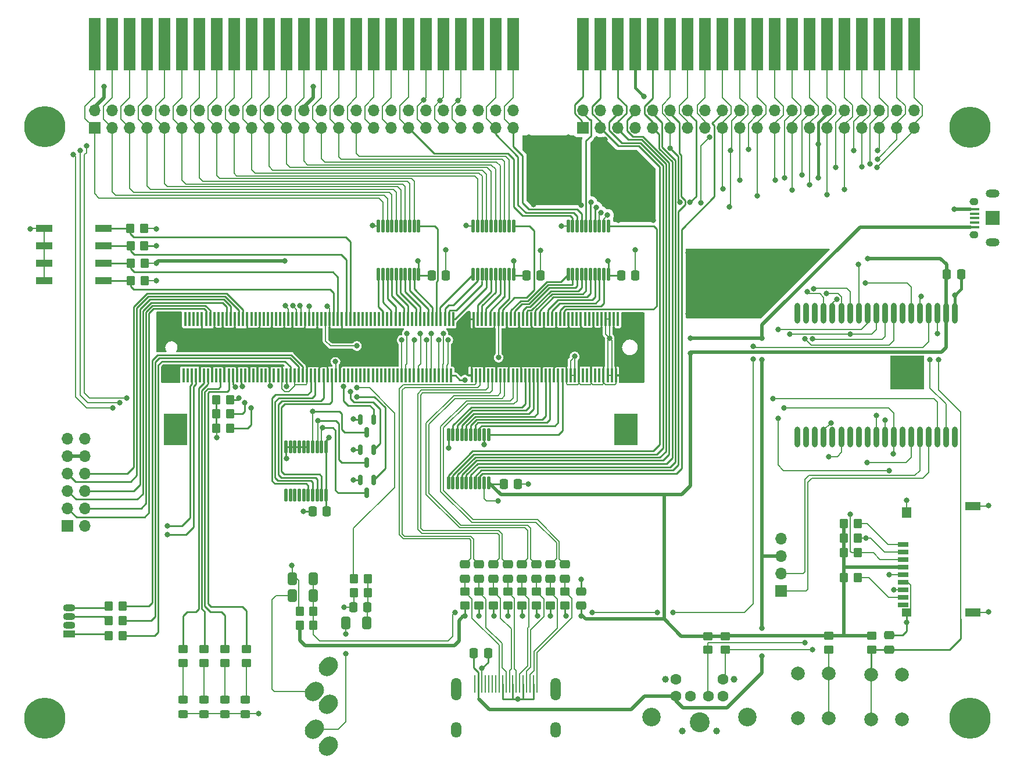
<source format=gbr>
%TF.GenerationSoftware,KiCad,Pcbnew,(6.0.0)*%
%TF.CreationDate,2023-03-19T22:45:45-04:00*%
%TF.ProjectId,TRS-IO++,5452532d-494f-42b2-9b2e-6b696361645f,rev?*%
%TF.SameCoordinates,Original*%
%TF.FileFunction,Copper,L1,Top*%
%TF.FilePolarity,Positive*%
%FSLAX46Y46*%
G04 Gerber Fmt 4.6, Leading zero omitted, Abs format (unit mm)*
G04 Created by KiCad (PCBNEW (6.0.0)) date 2023-03-19 22:45:45*
%MOMM*%
%LPD*%
G01*
G04 APERTURE LIST*
G04 Aperture macros list*
%AMRoundRect*
0 Rectangle with rounded corners*
0 $1 Rounding radius*
0 $2 $3 $4 $5 $6 $7 $8 $9 X,Y pos of 4 corners*
0 Add a 4 corners polygon primitive as box body*
4,1,4,$2,$3,$4,$5,$6,$7,$8,$9,$2,$3,0*
0 Add four circle primitives for the rounded corners*
1,1,$1+$1,$2,$3*
1,1,$1+$1,$4,$5*
1,1,$1+$1,$6,$7*
1,1,$1+$1,$8,$9*
0 Add four rect primitives between the rounded corners*
20,1,$1+$1,$2,$3,$4,$5,0*
20,1,$1+$1,$4,$5,$6,$7,0*
20,1,$1+$1,$6,$7,$8,$9,0*
20,1,$1+$1,$8,$9,$2,$3,0*%
%AMHorizOval*
0 Thick line with rounded ends*
0 $1 width*
0 $2 $3 position (X,Y) of the first rounded end (center of the circle)*
0 $4 $5 position (X,Y) of the second rounded end (center of the circle)*
0 Add line between two ends*
20,1,$1,$2,$3,$4,$5,0*
0 Add two circle primitives to create the rounded ends*
1,1,$1,$2,$3*
1,1,$1,$4,$5*%
G04 Aperture macros list end*
%TA.AperFunction,SMDPad,CuDef*%
%ADD10RoundRect,0.250000X0.350000X0.450000X-0.350000X0.450000X-0.350000X-0.450000X0.350000X-0.450000X0*%
%TD*%
%TA.AperFunction,SMDPad,CuDef*%
%ADD11RoundRect,0.250000X-0.450000X0.350000X-0.450000X-0.350000X0.450000X-0.350000X0.450000X0.350000X0*%
%TD*%
%TA.AperFunction,SMDPad,CuDef*%
%ADD12RoundRect,0.250000X-0.412500X-0.650000X0.412500X-0.650000X0.412500X0.650000X-0.412500X0.650000X0*%
%TD*%
%TA.AperFunction,SMDPad,CuDef*%
%ADD13RoundRect,0.250000X0.450000X-0.350000X0.450000X0.350000X-0.450000X0.350000X-0.450000X-0.350000X0*%
%TD*%
%TA.AperFunction,SMDPad,CuDef*%
%ADD14R,2.440000X1.120000*%
%TD*%
%TA.AperFunction,SMDPad,CuDef*%
%ADD15RoundRect,0.250000X-0.350000X-0.450000X0.350000X-0.450000X0.350000X0.450000X-0.350000X0.450000X0*%
%TD*%
%TA.AperFunction,SMDPad,CuDef*%
%ADD16RoundRect,0.250000X0.450000X-0.325000X0.450000X0.325000X-0.450000X0.325000X-0.450000X-0.325000X0*%
%TD*%
%TA.AperFunction,SMDPad,CuDef*%
%ADD17RoundRect,0.250000X0.337500X0.475000X-0.337500X0.475000X-0.337500X-0.475000X0.337500X-0.475000X0*%
%TD*%
%TA.AperFunction,ComponentPad*%
%ADD18C,0.800000*%
%TD*%
%TA.AperFunction,ComponentPad*%
%ADD19C,6.000000*%
%TD*%
%TA.AperFunction,SMDPad,CuDef*%
%ADD20RoundRect,0.250000X0.412500X0.650000X-0.412500X0.650000X-0.412500X-0.650000X0.412500X-0.650000X0*%
%TD*%
%TA.AperFunction,SMDPad,CuDef*%
%ADD21RoundRect,0.250000X-0.475000X0.337500X-0.475000X-0.337500X0.475000X-0.337500X0.475000X0.337500X0*%
%TD*%
%TA.AperFunction,ComponentPad*%
%ADD22C,2.000000*%
%TD*%
%TA.AperFunction,ComponentPad*%
%ADD23R,1.700000X1.700000*%
%TD*%
%TA.AperFunction,ComponentPad*%
%ADD24O,1.700000X1.700000*%
%TD*%
%TA.AperFunction,ComponentPad*%
%ADD25HorizOval,2.400000X-0.212132X-0.212132X0.212132X0.212132X0*%
%TD*%
%TA.AperFunction,SMDPad,CuDef*%
%ADD26RoundRect,0.250000X-0.337500X-0.475000X0.337500X-0.475000X0.337500X0.475000X-0.337500X0.475000X0*%
%TD*%
%TA.AperFunction,SMDPad,CuDef*%
%ADD27RoundRect,0.150000X-0.150000X0.587500X-0.150000X-0.587500X0.150000X-0.587500X0.150000X0.587500X0*%
%TD*%
%TA.AperFunction,SMDPad,CuDef*%
%ADD28R,0.280000X2.600000*%
%TD*%
%TA.AperFunction,ComponentPad*%
%ADD29O,1.500000X3.300000*%
%TD*%
%TA.AperFunction,ComponentPad*%
%ADD30O,1.500000X2.300000*%
%TD*%
%TA.AperFunction,SMDPad,CuDef*%
%ADD31R,1.600000X0.700000*%
%TD*%
%TA.AperFunction,SMDPad,CuDef*%
%ADD32R,1.400000X1.600000*%
%TD*%
%TA.AperFunction,SMDPad,CuDef*%
%ADD33R,2.200000X1.200000*%
%TD*%
%TA.AperFunction,SMDPad,CuDef*%
%ADD34R,1.400000X1.200000*%
%TD*%
%TA.AperFunction,SMDPad,CuDef*%
%ADD35RoundRect,0.112500X-0.112500X0.837500X-0.112500X-0.837500X0.112500X-0.837500X0.112500X0.837500X0*%
%TD*%
%TA.AperFunction,SMDPad,CuDef*%
%ADD36O,0.900000X3.000000*%
%TD*%
%TA.AperFunction,SMDPad,CuDef*%
%ADD37R,5.000000X5.000000*%
%TD*%
%TA.AperFunction,SMDPad,CuDef*%
%ADD38RoundRect,0.250000X0.475000X-0.337500X0.475000X0.337500X-0.475000X0.337500X-0.475000X-0.337500X0*%
%TD*%
%TA.AperFunction,ComponentPad*%
%ADD39O,1.300000X1.100000*%
%TD*%
%TA.AperFunction,SMDPad,CuDef*%
%ADD40R,2.000000X2.000000*%
%TD*%
%TA.AperFunction,ComponentPad*%
%ADD41O,2.000000X1.200000*%
%TD*%
%TA.AperFunction,SMDPad,CuDef*%
%ADD42R,2.500000X0.400000*%
%TD*%
%TA.AperFunction,SMDPad,CuDef*%
%ADD43R,1.350000X0.400000*%
%TD*%
%TA.AperFunction,ConnectorPad*%
%ADD44R,1.778000X7.620000*%
%TD*%
%TA.AperFunction,ComponentPad*%
%ADD45R,1.800000X1.070000*%
%TD*%
%TA.AperFunction,ComponentPad*%
%ADD46O,1.800000X1.070000*%
%TD*%
%TA.AperFunction,ComponentPad*%
%ADD47C,1.600000*%
%TD*%
%TA.AperFunction,ComponentPad*%
%ADD48C,1.000000*%
%TD*%
%TA.AperFunction,ComponentPad*%
%ADD49C,2.900000*%
%TD*%
%TA.AperFunction,ComponentPad*%
%ADD50C,2.700000*%
%TD*%
%TA.AperFunction,SMDPad,CuDef*%
%ADD51R,0.350000X2.000000*%
%TD*%
%TA.AperFunction,SMDPad,CuDef*%
%ADD52R,3.500000X4.600000*%
%TD*%
%TA.AperFunction,ViaPad*%
%ADD53C,0.800000*%
%TD*%
%TA.AperFunction,Conductor*%
%ADD54C,0.200000*%
%TD*%
%TA.AperFunction,Conductor*%
%ADD55C,0.500380*%
%TD*%
%TA.AperFunction,Conductor*%
%ADD56C,0.250000*%
%TD*%
%TA.AperFunction,Conductor*%
%ADD57C,0.381000*%
%TD*%
G04 APERTURE END LIST*
D10*
%TO.P,R33,1*%
%TO.N,+3V3*%
X80435500Y-70104000D03*
%TO.P,R33,2*%
%TO.N,CONF_1*%
X78435500Y-70104000D03*
%TD*%
D11*
%TO.P,R39,1*%
%TO.N,LED3*%
X92269032Y-131384800D03*
%TO.P,R39,2*%
%TO.N,Net-(D4-Pad2)*%
X92269032Y-133384800D03*
%TD*%
D12*
%TO.P,C15,1*%
%TO.N,Net-(C15-Pad1)*%
X109806299Y-127551799D03*
%TO.P,C15,2*%
%TO.N,Net-(C13-Pad1)*%
X112931299Y-127551799D03*
%TD*%
D13*
%TO.P,R8,1*%
%TO.N,+3V3*%
X133435900Y-125028200D03*
%TO.P,R8,2*%
%TO.N,/D0+*%
X133435900Y-123028200D03*
%TD*%
D11*
%TO.P,R40,1*%
%TO.N,LED4*%
X95330100Y-131384800D03*
%TO.P,R40,2*%
%TO.N,Net-(D5-Pad2)*%
X95330100Y-133384800D03*
%TD*%
D14*
%TO.P,SW3,1*%
%TO.N,GND*%
X65935700Y-70104000D03*
%TO.P,SW3,2*%
X65935700Y-72644000D03*
%TO.P,SW3,3*%
X65935700Y-75184000D03*
%TO.P,SW3,4*%
X65935700Y-77724000D03*
%TO.P,SW3,5*%
%TO.N,CONF_4*%
X74545700Y-77724000D03*
%TO.P,SW3,6*%
%TO.N,CONF_3*%
X74545700Y-75184000D03*
%TO.P,SW3,7*%
%TO.N,CONF_2*%
X74545700Y-72644000D03*
%TO.P,SW3,8*%
%TO.N,CONF_1*%
X74545700Y-70104000D03*
%TD*%
D15*
%TO.P,R29,1*%
%TO.N,+3V3*%
X90998800Y-95046800D03*
%TO.P,R29,2*%
%TO.N,INT_N*%
X92998800Y-95046800D03*
%TD*%
D16*
%TO.P,D3,1,K*%
%TO.N,GND*%
X89177666Y-140842600D03*
%TO.P,D3,2,A*%
%TO.N,Net-(D3-Pad2)*%
X89177666Y-138792600D03*
%TD*%
D17*
%TO.P,C16,1*%
%TO.N,GND*%
X134919850Y-107340400D03*
%TO.P,C16,2*%
%TO.N,+3V3*%
X132844850Y-107340400D03*
%TD*%
D13*
%TO.P,R10,1*%
%TO.N,+3V3*%
X129270300Y-125028200D03*
%TO.P,R10,2*%
%TO.N,/CK+*%
X129270300Y-123028200D03*
%TD*%
D10*
%TO.P,R35,1*%
%TO.N,+3V3*%
X80537100Y-75184000D03*
%TO.P,R35,2*%
%TO.N,CONF_3*%
X78537100Y-75184000D03*
%TD*%
D16*
%TO.P,D2,1,K*%
%TO.N,GND*%
X86146600Y-140842600D03*
%TO.P,D2,2,A*%
%TO.N,Net-(D2-Pad2)*%
X86146600Y-138792600D03*
%TD*%
D13*
%TO.P,R7,1*%
%TO.N,+3V3*%
X135518700Y-125028200D03*
%TO.P,R7,2*%
%TO.N,/D1-*%
X135518700Y-123028200D03*
%TD*%
D18*
%TO.P,H3,1,1*%
%TO.N,GND*%
X202387690Y-139887010D03*
X203046700Y-141478000D03*
X199205710Y-143068990D03*
D19*
X200796700Y-141478000D03*
D18*
X200796700Y-143728000D03*
X202387690Y-143068990D03*
X200796700Y-139228000D03*
X198546700Y-141478000D03*
X199205710Y-139887010D03*
%TD*%
D15*
%TO.P,R16,1*%
%TO.N,+3V3*%
X182423100Y-120967500D03*
%TO.P,R16,2*%
%TO.N,Net-(J9-Pad8)*%
X184423100Y-120967500D03*
%TD*%
D20*
%TO.P,C12,1*%
%TO.N,CASS_IN*%
X105141899Y-121167999D03*
%TO.P,C12,2*%
%TO.N,GND*%
X102016899Y-121167999D03*
%TD*%
D21*
%TO.P,C6,1*%
%TO.N,HDMI_TX0_N*%
X131353100Y-119053700D03*
%TO.P,C6,2*%
%TO.N,/D0-*%
X131353100Y-121128700D03*
%TD*%
D10*
%TO.P,R34,1*%
%TO.N,+3V3*%
X80486300Y-72644000D03*
%TO.P,R34,2*%
%TO.N,CONF_2*%
X78486300Y-72644000D03*
%TD*%
%TO.P,R2,1*%
%TO.N,LED_GREEN*%
X77301600Y-125120400D03*
%TO.P,R2,2*%
%TO.N,Net-(D1-Pad4)*%
X75301600Y-125120400D03*
%TD*%
D21*
%TO.P,C4,1*%
%TO.N,HDMI_TX1_N*%
X135518700Y-119053700D03*
%TO.P,C4,2*%
%TO.N,/D1-*%
X135518700Y-121128700D03*
%TD*%
D13*
%TO.P,R31,1*%
%TO.N,PS2_CLK*%
X165100000Y-131492500D03*
%TO.P,R31,2*%
%TO.N,+3V3*%
X165100000Y-129492500D03*
%TD*%
D21*
%TO.P,C3,1*%
%TO.N,HDMI_TX1_P*%
X137601500Y-119053700D03*
%TO.P,C3,2*%
%TO.N,/D1+*%
X137601500Y-121128700D03*
%TD*%
%TO.P,C7,1*%
%TO.N,HDMI_TXC_P*%
X129270300Y-119053700D03*
%TO.P,C7,2*%
%TO.N,/CK+*%
X129270300Y-121128700D03*
%TD*%
D18*
%TO.P,H2,1,1*%
%TO.N,GND*%
X198546700Y-55321200D03*
X202387690Y-53730210D03*
X200796700Y-57571200D03*
X199205710Y-53730210D03*
X203046700Y-55321200D03*
X199205710Y-56912190D03*
X202387690Y-56912190D03*
D19*
X200796700Y-55321200D03*
D18*
X200796700Y-53071200D03*
%TD*%
D21*
%TO.P,C1,1*%
%TO.N,HDMI_TX2_P*%
X141767100Y-119053700D03*
%TO.P,C1,2*%
%TO.N,/D2+*%
X141767100Y-121128700D03*
%TD*%
D22*
%TO.P,SW2,1,1*%
%TO.N,GND*%
X175737500Y-134976800D03*
X175737500Y-141476800D03*
%TO.P,SW2,2,2*%
%TO.N,ID0*%
X180237500Y-141476800D03*
X180237500Y-134976800D03*
%TD*%
D23*
%TO.P,J2,1,Pin_1*%
%TO.N,SYSRES_N*%
X144413700Y-55422800D03*
D24*
%TO.P,J2,2,Pin_2*%
%TO.N,RAS_N*%
X144413700Y-52882800D03*
%TO.P,J2,3,Pin_3*%
%TO.N,A10*%
X146953700Y-55422800D03*
%TO.P,J2,4,Pin_4*%
%TO.N,CAS_N*%
X146953700Y-52882800D03*
%TO.P,J2,5,Pin_5*%
%TO.N,A13*%
X149493700Y-55422800D03*
%TO.P,J2,6,Pin_6*%
%TO.N,A12*%
X149493700Y-52882800D03*
%TO.P,J2,7,Pin_7*%
%TO.N,GND*%
X152033700Y-55422800D03*
%TO.P,J2,8,Pin_8*%
%TO.N,A15*%
X152033700Y-52882800D03*
%TO.P,J2,9,Pin_9*%
%TO.N,A14*%
X154573700Y-55422800D03*
%TO.P,J2,10,Pin_10*%
%TO.N,A11*%
X154573700Y-52882800D03*
%TO.P,J2,11,Pin_11*%
%TO.N,OUT_N*%
X157113700Y-55422800D03*
%TO.P,J2,12,Pin_12*%
%TO.N,A8*%
X157113700Y-52882800D03*
%TO.P,J2,13,Pin_13*%
%TO.N,INTACK_N*%
X159653700Y-55422800D03*
%TO.P,J2,14,Pin_14*%
%TO.N,WR_N*%
X159653700Y-52882800D03*
%TO.P,J2,15,Pin_15*%
%TO.N,MUX*%
X162193700Y-55422800D03*
%TO.P,J2,16,Pin_16*%
%TO.N,RD_N*%
X162193700Y-52882800D03*
%TO.P,J2,17,Pin_17*%
%TO.N,D4*%
X164733700Y-55422800D03*
%TO.P,J2,18,Pin_18*%
%TO.N,A9*%
X164733700Y-52882800D03*
%TO.P,J2,19,Pin_19*%
%TO.N,D7*%
X167273700Y-55422800D03*
%TO.P,J2,20,Pin_20*%
%TO.N,IN_N*%
X167273700Y-52882800D03*
%TO.P,J2,21,Pin_21*%
%TO.N,D1*%
X169813700Y-55422800D03*
%TO.P,J2,22,Pin_22*%
%TO.N,INT_N*%
X169813700Y-52882800D03*
%TO.P,J2,23,Pin_23*%
%TO.N,D6*%
X172353700Y-55422800D03*
%TO.P,J2,24,Pin_24*%
%TO.N,TEST_N*%
X172353700Y-52882800D03*
%TO.P,J2,25,Pin_25*%
%TO.N,D3*%
X174893700Y-55422800D03*
%TO.P,J2,26,Pin_26*%
%TO.N,A0*%
X174893700Y-52882800D03*
%TO.P,J2,27,Pin_27*%
%TO.N,D5*%
X177433700Y-55422800D03*
%TO.P,J2,28,Pin_28*%
%TO.N,A1*%
X177433700Y-52882800D03*
%TO.P,J2,29,Pin_29*%
%TO.N,D0*%
X179973700Y-55422800D03*
%TO.P,J2,30,Pin_30*%
%TO.N,GND*%
X179973700Y-52882800D03*
%TO.P,J2,31,Pin_31*%
%TO.N,D2*%
X182513700Y-55422800D03*
%TO.P,J2,32,Pin_32*%
%TO.N,A4*%
X182513700Y-52882800D03*
%TO.P,J2,33,Pin_33*%
%TO.N,A3*%
X185053700Y-55422800D03*
%TO.P,J2,34,Pin_34*%
%TO.N,WAIT_N*%
X185053700Y-52882800D03*
%TO.P,J2,35,Pin_35*%
%TO.N,A7*%
X187593700Y-55422800D03*
%TO.P,J2,36,Pin_36*%
%TO.N,A5*%
X187593700Y-52882800D03*
%TO.P,J2,37,Pin_37*%
%TO.N,A6*%
X190133700Y-55422800D03*
%TO.P,J2,38,Pin_38*%
%TO.N,GND*%
X190133700Y-52882800D03*
%TO.P,J2,39,Pin_39*%
%TO.N,A2*%
X192673700Y-55422800D03*
%TO.P,J2,40,Pin_40*%
%TO.N,5V*%
X192673700Y-52882800D03*
%TD*%
D25*
%TO.P,J10,R*%
%TO.N,Net-(C14-Pad1)*%
X105273899Y-137591199D03*
%TO.P,J10,RN*%
%TO.N,N/C*%
X107273899Y-139391199D03*
%TO.P,J10,S*%
%TO.N,GND*%
X107273899Y-145491199D03*
%TO.P,J10,T*%
%TO.N,Net-(C15-Pad1)*%
X105273899Y-143091199D03*
%TO.P,J10,TN*%
%TO.N,N/C*%
X107273899Y-133891199D03*
%TD*%
D17*
%TO.P,C19,1*%
%TO.N,GND*%
X124415000Y-76962000D03*
%TO.P,C19,2*%
%TO.N,+3V3*%
X122340000Y-76962000D03*
%TD*%
D21*
%TO.P,C8,1*%
%TO.N,HDMI_TXC_N*%
X127187500Y-119053700D03*
%TO.P,C8,2*%
%TO.N,/CK-*%
X127187500Y-121128700D03*
%TD*%
D26*
%TO.P,C23,1*%
%TO.N,+5V*%
X128486800Y-131965700D03*
%TO.P,C23,2*%
%TO.N,GND*%
X130561800Y-131965700D03*
%TD*%
D27*
%TO.P,Q3,1,G*%
%TO.N,INT*%
X113878400Y-97919300D03*
%TO.P,Q3,2,S*%
%TO.N,GND*%
X111978400Y-97919300D03*
%TO.P,Q3,3,D*%
%TO.N,INT_N*%
X112928400Y-99794300D03*
%TD*%
D28*
%TO.P,J7,1,D2+*%
%TO.N,/D2+*%
X137681900Y-136473000D03*
%TO.P,J7,2,D2S*%
%TO.N,GND*%
X137181900Y-136473000D03*
%TO.P,J7,3,D2-*%
%TO.N,/D2-*%
X136681900Y-136473000D03*
%TO.P,J7,4,D1+*%
%TO.N,/D1+*%
X136181900Y-136473000D03*
%TO.P,J7,5,D1S*%
%TO.N,GND*%
X135681900Y-136473000D03*
%TO.P,J7,6,D1-*%
%TO.N,/D1-*%
X135181900Y-136473000D03*
%TO.P,J7,7,D0+*%
%TO.N,/D0+*%
X134681900Y-136473000D03*
%TO.P,J7,8,D0S*%
%TO.N,GND*%
X134181900Y-136473000D03*
%TO.P,J7,9,D0-*%
%TO.N,/D0-*%
X133681900Y-136473000D03*
%TO.P,J7,10,CK+*%
%TO.N,/CK+*%
X133181900Y-136473000D03*
%TO.P,J7,11,CKS*%
%TO.N,GND*%
X132681900Y-136473000D03*
%TO.P,J7,12,CK-*%
%TO.N,/CK-*%
X132181900Y-136473000D03*
%TO.P,J7,13,CEC*%
%TO.N,unconnected-(J7-Pad13)*%
X131681900Y-136473000D03*
%TO.P,J7,14,UTILITY*%
%TO.N,unconnected-(J7-Pad14)*%
X131181900Y-136473000D03*
%TO.P,J7,15,SCL*%
%TO.N,unconnected-(J7-Pad15)*%
X130681900Y-136473000D03*
%TO.P,J7,16,SDA*%
%TO.N,unconnected-(J7-Pad16)*%
X130181900Y-136473000D03*
%TO.P,J7,17,GND*%
%TO.N,GND*%
X129681900Y-136473000D03*
%TO.P,J7,18,+5V*%
%TO.N,+5V*%
X129181900Y-136473000D03*
%TO.P,J7,19,HPD*%
%TO.N,unconnected-(J7-Pad19)*%
X128681900Y-136473000D03*
D29*
%TO.P,J7,SH,SH*%
%TO.N,GND*%
X140431900Y-137233000D03*
D30*
X125931900Y-143193000D03*
X140431900Y-143193000D03*
D29*
X125931900Y-137233000D03*
%TD*%
D31*
%TO.P,J9,1,DAT2*%
%TO.N,Net-(J9-Pad1)*%
X191070000Y-116113200D03*
%TO.P,J9,2,CD/DAT3*%
%TO.N,CS_SD*%
X191070000Y-117213200D03*
%TO.P,J9,3,CMD*%
%TO.N,MOSI*%
X191070000Y-118313200D03*
%TO.P,J9,4,VDD*%
%TO.N,+3V3*%
X191070000Y-119413200D03*
%TO.P,J9,5,CLK*%
%TO.N,SCK*%
X191070000Y-120513200D03*
%TO.P,J9,6,VSS*%
%TO.N,GND*%
X191070000Y-121613200D03*
%TO.P,J9,7,DAT0*%
%TO.N,MISO*%
X191070000Y-122713200D03*
%TO.P,J9,8,DAT1*%
%TO.N,Net-(J9-Pad8)*%
X191070000Y-123813200D03*
%TO.P,J9,9,Cd*%
%TO.N,unconnected-(J9-Pad9)*%
X191070000Y-124913200D03*
D32*
%TO.P,J9,10,GND*%
%TO.N,GND*%
X191570000Y-111463200D03*
D33*
%TO.P,J9,11,GND*%
X201170000Y-110563200D03*
%TO.P,J9,12,GND*%
X201170000Y-126063200D03*
D34*
%TO.P,J9,13,GND*%
X191570000Y-126063200D03*
%TD*%
D21*
%TO.P,C9,1*%
%TO.N,GND*%
X189026800Y-129366100D03*
%TO.P,C9,2*%
%TO.N,ESP_RESET*%
X189026800Y-131441100D03*
%TD*%
D10*
%TO.P,R36,1*%
%TO.N,+3V3*%
X80537100Y-77724000D03*
%TO.P,R36,2*%
%TO.N,CONF_4*%
X78537100Y-77724000D03*
%TD*%
D23*
%TO.P,J8,1,Pin_1*%
%TO.N,TXD0*%
X173255166Y-122892600D03*
D24*
%TO.P,J8,2,Pin_2*%
%TO.N,RXD0*%
X173255166Y-120352600D03*
%TO.P,J8,3,Pin_3*%
%TO.N,+5V*%
X173255166Y-117812600D03*
%TO.P,J8,4,Pin_4*%
%TO.N,GND*%
X173255166Y-115272600D03*
%TD*%
D15*
%TO.P,R17,1*%
%TO.N,+3V3*%
X182423100Y-115214400D03*
%TO.P,R17,2*%
%TO.N,CS_SD*%
X184423100Y-115214400D03*
%TD*%
%TO.P,R26,1*%
%TO.N,+3V3*%
X90998800Y-99212400D03*
%TO.P,R26,2*%
%TO.N,EXTIOSEL_N*%
X92998800Y-99212400D03*
%TD*%
D27*
%TO.P,Q4,1,G*%
%TO.N,WAIT*%
X113878400Y-102338900D03*
%TO.P,Q4,2,S*%
%TO.N,GND*%
X111978400Y-102338900D03*
%TO.P,Q4,3,D*%
%TO.N,WAIT_N*%
X112928400Y-104213900D03*
%TD*%
D22*
%TO.P,SW1,1,1*%
%TO.N,ESP_RESET*%
X186354700Y-135129200D03*
X186354700Y-141629200D03*
%TO.P,SW1,2,2*%
%TO.N,GND*%
X190854700Y-141629200D03*
X190854700Y-135129200D03*
%TD*%
D13*
%TO.P,R32,1*%
%TO.N,PS2_DATA*%
X162560000Y-131492500D03*
%TO.P,R32,2*%
%TO.N,+3V3*%
X162560000Y-129492500D03*
%TD*%
D23*
%TO.P,J5,1,Pin_1*%
%TO.N,PMOD_IO1*%
X69322000Y-113411400D03*
D24*
%TO.P,J5,2,Pin_2*%
%TO.N,PMOD_IO5*%
X71862000Y-113411400D03*
%TO.P,J5,3,Pin_3*%
%TO.N,PMOD_IO2*%
X69322000Y-110871400D03*
%TO.P,J5,4,Pin_4*%
%TO.N,PMOD_IO6*%
X71862000Y-110871400D03*
%TO.P,J5,5,Pin_5*%
%TO.N,PMOD_IO3*%
X69322000Y-108331400D03*
%TO.P,J5,6,Pin_6*%
%TO.N,PMOD_IO7*%
X71862000Y-108331400D03*
%TO.P,J5,7,Pin_7*%
%TO.N,PMOD_IO4*%
X69322000Y-105791400D03*
%TO.P,J5,8,Pin_8*%
%TO.N,PMOD_IO8*%
X71862000Y-105791400D03*
%TO.P,J5,9,Pin_9*%
%TO.N,GND*%
X69322000Y-103251400D03*
%TO.P,J5,10,Pin_10*%
X71862000Y-103251400D03*
%TO.P,J5,11,Pin_11*%
%TO.N,+3V3*%
X69322000Y-100711400D03*
%TO.P,J5,12,Pin_12*%
X71862000Y-100711400D03*
%TD*%
D15*
%TO.P,R18,1*%
%TO.N,+3V3*%
X182423100Y-113080800D03*
%TO.P,R18,2*%
%TO.N,Net-(J9-Pad1)*%
X184423100Y-113080800D03*
%TD*%
D10*
%TO.P,R1,1*%
%TO.N,LED_RED*%
X77301600Y-129438400D03*
%TO.P,R1,2*%
%TO.N,Net-(D1-Pad1)*%
X75301600Y-129438400D03*
%TD*%
D35*
%TO.P,U3,1,A->B*%
%TO.N,CTRL_DIR*%
X148095700Y-69753600D03*
%TO.P,U3,2,A0*%
%TO.N,IN_N*%
X147445700Y-69753600D03*
%TO.P,U3,3,A1*%
%TO.N,RD_N*%
X146795700Y-69753600D03*
%TO.P,U3,4,A2*%
%TO.N,WR_N*%
X146145700Y-69753600D03*
%TO.P,U3,5,A3*%
%TO.N,OUT_N*%
X145495700Y-69753600D03*
%TO.P,U3,6,A4*%
%TO.N,RAS_N*%
X144845700Y-69753600D03*
%TO.P,U3,7,A5*%
%TO.N,IOREQ_N*%
X144195700Y-69753600D03*
%TO.P,U3,8,A6*%
%TO.N,M1_N*%
X143545700Y-69753600D03*
%TO.P,U3,9,A7*%
%TO.N,RESET_N*%
X142895700Y-69753600D03*
%TO.P,U3,10,GND*%
%TO.N,GND*%
X142245700Y-69753600D03*
%TO.P,U3,11,B7*%
%TO.N,_RESET_N*%
X142245700Y-76753600D03*
%TO.P,U3,12,B6*%
%TO.N,_M1_N*%
X142895700Y-76753600D03*
%TO.P,U3,13,B5*%
%TO.N,_IOREQ_N*%
X143545700Y-76753600D03*
%TO.P,U3,14,B4*%
%TO.N,_RAS_N*%
X144195700Y-76753600D03*
%TO.P,U3,15,B3*%
%TO.N,_OUT_N*%
X144845700Y-76753600D03*
%TO.P,U3,16,B2*%
%TO.N,_WR_N*%
X145495700Y-76753600D03*
%TO.P,U3,17,B1*%
%TO.N,_RD_N*%
X146145700Y-76753600D03*
%TO.P,U3,18,B0*%
%TO.N,_IN_N*%
X146795700Y-76753600D03*
%TO.P,U3,19,CE*%
%TO.N,CTRL_EN*%
X147445700Y-76753600D03*
%TO.P,U3,20,VCC*%
%TO.N,+3V3*%
X148095700Y-76753600D03*
%TD*%
D16*
%TO.P,D4,1,K*%
%TO.N,GND*%
X92208732Y-140842600D03*
%TO.P,D4,2,A*%
%TO.N,Net-(D4-Pad2)*%
X92208732Y-138792600D03*
%TD*%
D35*
%TO.P,U4,1,A->B*%
%TO.N,ABUS_DIR_N*%
X130660550Y-100132000D03*
%TO.P,U4,2,A0*%
%TO.N,_A9*%
X130010550Y-100132000D03*
%TO.P,U4,3,A1*%
%TO.N,_A8*%
X129360550Y-100132000D03*
%TO.P,U4,4,A2*%
%TO.N,_A11*%
X128710550Y-100132000D03*
%TO.P,U4,5,A3*%
%TO.N,_A14*%
X128060550Y-100132000D03*
%TO.P,U4,6,A4*%
%TO.N,_A15*%
X127410550Y-100132000D03*
%TO.P,U4,7,A5*%
%TO.N,_A13*%
X126760550Y-100132000D03*
%TO.P,U4,8,A6*%
%TO.N,_A12*%
X126110550Y-100132000D03*
%TO.P,U4,9,A7*%
%TO.N,_A10*%
X125460550Y-100132000D03*
%TO.P,U4,10,GND*%
%TO.N,GND*%
X124810550Y-100132000D03*
%TO.P,U4,11,B7*%
%TO.N,A10*%
X124810550Y-107132000D03*
%TO.P,U4,12,B6*%
%TO.N,A12*%
X125460550Y-107132000D03*
%TO.P,U4,13,B5*%
%TO.N,A13*%
X126110550Y-107132000D03*
%TO.P,U4,14,B4*%
%TO.N,A15*%
X126760550Y-107132000D03*
%TO.P,U4,15,B3*%
%TO.N,A14*%
X127410550Y-107132000D03*
%TO.P,U4,16,B2*%
%TO.N,A11*%
X128060550Y-107132000D03*
%TO.P,U4,17,B1*%
%TO.N,A8*%
X128710550Y-107132000D03*
%TO.P,U4,18,B0*%
%TO.N,A9*%
X129360550Y-107132000D03*
%TO.P,U4,19,CE*%
%TO.N,ABUS_EN*%
X130010550Y-107132000D03*
%TO.P,U4,20,VCC*%
%TO.N,+3V3*%
X130660550Y-107132000D03*
%TD*%
D36*
%TO.P,U1,1,GND*%
%TO.N,GND*%
X198565900Y-82490800D03*
%TO.P,U1,2,3.3V*%
%TO.N,+3V3*%
X197295900Y-82490800D03*
%TO.P,U1,3,EN*%
%TO.N,ESP_RESET*%
X196025900Y-82490800D03*
%TO.P,U1,4,IO36*%
%TO.N,CASS_IN*%
X194755900Y-82490800D03*
%TO.P,U1,5,IO39*%
%TO.N,JTAG_TDO*%
X193485900Y-82490800D03*
%TO.P,U1,6,IO34*%
%TO.N,REQ*%
X192215900Y-82490800D03*
%TO.P,U1,7,IO35*%
%TO.N,unconnected-(U1-Pad7)*%
X190945900Y-82490800D03*
%TO.P,U1,8,IO32*%
%TO.N,PS2_DATA*%
X189675900Y-82490800D03*
%TO.P,U1,9,IO33*%
%TO.N,PS2_CLK*%
X188405900Y-82490800D03*
%TO.P,U1,10,IO25*%
%TO.N,MOSI*%
X187135900Y-82490800D03*
%TO.P,U1,11,IO26*%
%TO.N,SCK*%
X185865900Y-82490800D03*
%TO.P,U1,12,IO27*%
%TO.N,JTAG_TDI*%
X184595900Y-82490800D03*
%TO.P,U1,13,IO14*%
%TO.N,ESP_S2*%
X183325900Y-82490800D03*
%TO.P,U1,14,IO12*%
%TO.N,ESP_S0*%
X182055900Y-82490800D03*
%TO.P,U1,15,GND*%
%TO.N,GND*%
X180755900Y-82490800D03*
%TO.P,U1,16,IO13*%
%TO.N,ESP_S1*%
X179485900Y-82490800D03*
%TO.P,U1,17,IO9*%
%TO.N,unconnected-(U1-Pad17)*%
X178215900Y-82490800D03*
%TO.P,U1,18,IO10*%
%TO.N,unconnected-(U1-Pad18)*%
X176945900Y-82490800D03*
%TO.P,U1,19,IO11*%
%TO.N,unconnected-(U1-Pad19)*%
X175675900Y-82490800D03*
%TO.P,U1,20,IO6*%
%TO.N,unconnected-(U1-Pad20)*%
X175675900Y-100490800D03*
%TO.P,U1,21,IO7*%
%TO.N,unconnected-(U1-Pad21)*%
X176945900Y-100490800D03*
%TO.P,U1,22,IO8*%
%TO.N,unconnected-(U1-Pad22)*%
X178215900Y-100490800D03*
%TO.P,U1,23,IO15*%
%TO.N,ESP_S3*%
X179485900Y-100490800D03*
%TO.P,U1,24,IO2*%
%TO.N,unconnected-(U1-Pad24)*%
X180755900Y-100490800D03*
%TO.P,U1,25,IO0*%
%TO.N,ID0*%
X182055900Y-100520800D03*
%TO.P,U1,26,IO4*%
%TO.N,unconnected-(U1-Pad26)*%
X183325900Y-100520800D03*
%TO.P,U1,27,NC*%
%TO.N,unconnected-(U1-Pad27)*%
X184595900Y-100520800D03*
%TO.P,U1,28,NC*%
%TO.N,unconnected-(U1-Pad28)*%
X185865900Y-100520800D03*
%TO.P,U1,29,IO5*%
%TO.N,JTAG_TMS*%
X187135900Y-100520800D03*
%TO.P,U1,30,IO18*%
%TO.N,DONE*%
X188405900Y-100520800D03*
%TO.P,U1,31,IO19*%
%TO.N,MISO*%
X189675900Y-100520800D03*
%TO.P,U1,32,NC*%
%TO.N,unconnected-(U1-Pad32)*%
X190945900Y-100520800D03*
%TO.P,U1,33,IO21*%
%TO.N,CS_SD*%
X192215900Y-100520800D03*
%TO.P,U1,34,RXD0*%
%TO.N,RXD0*%
X193485900Y-100520800D03*
%TO.P,U1,35,TXD0*%
%TO.N,TXD0*%
X194755900Y-100520800D03*
%TO.P,U1,36,IO22*%
%TO.N,CS_FPGA*%
X196025900Y-100520800D03*
%TO.P,U1,37,IO23*%
%TO.N,JTAG_TCK*%
X197295900Y-100520800D03*
%TO.P,U1,38,GND*%
%TO.N,unconnected-(U1-Pad38)*%
X198565900Y-100520800D03*
D18*
%TO.P,U1,39*%
%TO.N,N/C*%
X189655900Y-90090800D03*
X192655900Y-90090800D03*
X192655900Y-91090800D03*
X189655900Y-91090800D03*
X193655900Y-93090800D03*
X193655900Y-89090800D03*
X189655900Y-92090800D03*
X190655900Y-91090800D03*
X191655900Y-93090800D03*
X189655900Y-93090800D03*
X189655900Y-89090800D03*
X191655900Y-92090800D03*
X191655900Y-91090800D03*
X193655900Y-91090800D03*
D37*
X191645900Y-91090800D03*
D18*
X192655900Y-93090800D03*
X190655900Y-93090800D03*
X190655900Y-89090800D03*
X192655900Y-92090800D03*
X193655900Y-92090800D03*
X192655900Y-89090800D03*
X190655900Y-90090800D03*
X191655900Y-90090800D03*
X193655900Y-90090800D03*
X191655900Y-89090800D03*
X190655900Y-92090800D03*
%TD*%
D38*
%TO.P,C21,1*%
%TO.N,+3V3*%
X144129300Y-125065700D03*
%TO.P,C21,2*%
%TO.N,GND*%
X144129300Y-122990700D03*
%TD*%
D11*
%TO.P,R30,1*%
%TO.N,+3V3*%
X180171900Y-129454400D03*
%TO.P,R30,2*%
%TO.N,ID0*%
X180171900Y-131454400D03*
%TD*%
D18*
%TO.P,H1,1,1*%
%TO.N,GND*%
X66024300Y-57520400D03*
X64433310Y-56861390D03*
X68274300Y-55270400D03*
D19*
X66024300Y-55270400D03*
D18*
X64433310Y-53679410D03*
X67615290Y-56861390D03*
X67615290Y-53679410D03*
X66024300Y-53020400D03*
X63774300Y-55270400D03*
%TD*%
D10*
%TO.P,R24,1*%
%TO.N,Net-(C13-Pad1)*%
X113029199Y-123182999D03*
%TO.P,R24,2*%
%TO.N,GND*%
X111029199Y-123182999D03*
%TD*%
D27*
%TO.P,Q5,1,G*%
%TO.N,EXTIOSEL*%
X113878400Y-106758500D03*
%TO.P,Q5,2,S*%
%TO.N,GND*%
X111978400Y-106758500D03*
%TO.P,Q5,3,D*%
%TO.N,EXTIOSEL_N*%
X112928400Y-108633500D03*
%TD*%
D21*
%TO.P,C5,1*%
%TO.N,HDMI_TX0_P*%
X133435900Y-119053700D03*
%TO.P,C5,2*%
%TO.N,/D0+*%
X133435900Y-121128700D03*
%TD*%
D11*
%TO.P,R12,1*%
%TO.N,+3V3*%
X186436000Y-129454400D03*
%TO.P,R12,2*%
%TO.N,ESP_RESET*%
X186436000Y-131454400D03*
%TD*%
D10*
%TO.P,R22,1*%
%TO.N,CASS_IN*%
X105140000Y-125841599D03*
%TO.P,R22,2*%
%TO.N,GND*%
X103140000Y-125841599D03*
%TD*%
D39*
%TO.P,J12,*%
%TO.N,*%
X201374000Y-66155000D03*
D40*
X204124000Y-68580000D03*
D41*
X204124000Y-72155000D03*
X204124000Y-65005000D03*
D39*
X201374000Y-71005000D03*
D42*
%TO.P,J12,1,VBUS*%
%TO.N,+5V*%
X200872800Y-69880000D03*
D43*
%TO.P,J12,2,D-*%
%TO.N,unconnected-(J12-Pad2)*%
X201449000Y-69230000D03*
%TO.P,J12,3,D+*%
%TO.N,unconnected-(J12-Pad3)*%
X201449000Y-68580000D03*
%TO.P,J12,4,ID*%
%TO.N,unconnected-(J12-Pad4)*%
X201449000Y-67930000D03*
D42*
%TO.P,J12,5,GND*%
%TO.N,GND*%
X200872800Y-67280000D03*
%TD*%
D17*
%TO.P,C11,1*%
%TO.N,GND*%
X152050200Y-76962000D03*
%TO.P,C11,2*%
%TO.N,+3V3*%
X149975200Y-76962000D03*
%TD*%
D15*
%TO.P,R28,1*%
%TO.N,+3V3*%
X90998800Y-97129600D03*
%TO.P,R28,2*%
%TO.N,WAIT_N*%
X92998800Y-97129600D03*
%TD*%
D10*
%TO.P,R23,1*%
%TO.N,Net-(C13-Pad1)*%
X113029199Y-121100199D03*
%TO.P,R23,2*%
%TO.N,CASS_OUT*%
X111029199Y-121100199D03*
%TD*%
D13*
%TO.P,R4,1*%
%TO.N,+3V3*%
X141767100Y-125028200D03*
%TO.P,R4,2*%
%TO.N,/D2+*%
X141767100Y-123028200D03*
%TD*%
D17*
%TO.P,C24,1*%
%TO.N,GND*%
X199497400Y-76758800D03*
%TO.P,C24,2*%
%TO.N,+3V3*%
X197422400Y-76758800D03*
%TD*%
D11*
%TO.P,R38,1*%
%TO.N,LED2*%
X89207966Y-131384800D03*
%TO.P,R38,2*%
%TO.N,Net-(D3-Pad2)*%
X89207966Y-133384800D03*
%TD*%
D44*
%TO.P,J4,1,Pin_1*%
%TO.N,SYSRES_N*%
X144408700Y-43281600D03*
%TO.P,J4,3,Pin_3*%
%TO.N,A10*%
X146948700Y-43281600D03*
%TO.P,J4,5,Pin_5*%
%TO.N,A13*%
X149488700Y-43281600D03*
%TO.P,J4,7,Pin_7*%
%TO.N,GND*%
X152028700Y-43281600D03*
%TO.P,J4,9,Pin_9*%
%TO.N,A14*%
X154568700Y-43281600D03*
%TO.P,J4,11,Pin_11*%
%TO.N,OUT_N*%
X157108700Y-43281600D03*
%TO.P,J4,13,Pin_13*%
%TO.N,INTACK_N*%
X159648700Y-43281600D03*
%TO.P,J4,15,Pin_15*%
%TO.N,MUX*%
X162188700Y-43281600D03*
%TO.P,J4,17,Pin_17*%
%TO.N,D4*%
X164728700Y-43281600D03*
%TO.P,J4,19,Pin_19*%
%TO.N,D7*%
X167268700Y-43281600D03*
%TO.P,J4,21,Pin_21*%
%TO.N,D1*%
X169808700Y-43281600D03*
%TO.P,J4,23,Pin_23*%
%TO.N,D6*%
X172348700Y-43281600D03*
%TO.P,J4,25,Pin_25*%
%TO.N,D3*%
X174888700Y-43281600D03*
%TO.P,J4,27,Pin_27*%
%TO.N,D5*%
X177428700Y-43281600D03*
%TO.P,J4,29,Pin_29*%
%TO.N,D0*%
X179968700Y-43281600D03*
%TO.P,J4,31,Pin_31*%
%TO.N,D2*%
X182508700Y-43281600D03*
%TO.P,J4,33,Pin_33*%
%TO.N,A3*%
X185048700Y-43281600D03*
%TO.P,J4,35,Pin_35*%
%TO.N,A7*%
X187588700Y-43281600D03*
%TO.P,J4,37,Pin_37*%
%TO.N,A6*%
X190128700Y-43281600D03*
%TO.P,J4,39,Pin_39*%
%TO.N,A2*%
X192668700Y-43281600D03*
%TD*%
%TO.P,J3,1,Pin_1*%
%TO.N,D0*%
X73263300Y-43281600D03*
%TO.P,J3,3,Pin_3*%
%TO.N,D1*%
X75803300Y-43281600D03*
%TO.P,J3,5,Pin_5*%
%TO.N,D2*%
X78343300Y-43281600D03*
%TO.P,J3,7,Pin_7*%
%TO.N,D3*%
X80883300Y-43281600D03*
%TO.P,J3,9,Pin_9*%
%TO.N,D4*%
X83423300Y-43281600D03*
%TO.P,J3,11,Pin_11*%
%TO.N,D5*%
X85963300Y-43281600D03*
%TO.P,J3,13,Pin_13*%
%TO.N,D6*%
X88503300Y-43281600D03*
%TO.P,J3,15,Pin_15*%
%TO.N,D7*%
X91043300Y-43281600D03*
%TO.P,J3,17,Pin_17*%
%TO.N,A0*%
X93583300Y-43281600D03*
%TO.P,J3,19,Pin_19*%
%TO.N,A1*%
X96123300Y-43281600D03*
%TO.P,J3,21,Pin_21*%
%TO.N,A2*%
X98663300Y-43281600D03*
%TO.P,J3,23,Pin_23*%
%TO.N,A3*%
X101203300Y-43281600D03*
%TO.P,J3,25,Pin_25*%
%TO.N,A4*%
X103743300Y-43281600D03*
%TO.P,J3,27,Pin_27*%
%TO.N,A5*%
X106283300Y-43281600D03*
%TO.P,J3,29,Pin_29*%
%TO.N,A6*%
X108823300Y-43281600D03*
%TO.P,J3,31,Pin_31*%
%TO.N,A7*%
X111363300Y-43281600D03*
%TO.P,J3,33,Pin_33*%
%TO.N,IN_N*%
X113903300Y-43281600D03*
%TO.P,J3,35,Pin_35*%
%TO.N,OUT_N*%
X116443300Y-43281600D03*
%TO.P,J3,37,Pin_37*%
%TO.N,RESET_N*%
X118983300Y-43281600D03*
%TO.P,J3,39,Pin_39*%
%TO.N,INT_N*%
X121523300Y-43281600D03*
%TO.P,J3,41,Pin_41*%
%TO.N,WAIT_N*%
X124063300Y-43281600D03*
%TO.P,J3,43,Pin_43*%
%TO.N,EXTIOSEL_N*%
X126603300Y-43281600D03*
%TO.P,J3,45,Pin_45*%
%TO.N,unconnected-(J3-Pad45)*%
X129143300Y-43281600D03*
%TO.P,J3,47,Pin_47*%
%TO.N,M1_N*%
X131683300Y-43281600D03*
%TO.P,J3,49,Pin_49*%
%TO.N,IOREQ_N*%
X134223300Y-43281600D03*
%TD*%
D35*
%TO.P,U2,1,A->B*%
%TO.N,ABUS_DIR*%
X134278100Y-69753600D03*
%TO.P,U2,2,A0*%
%TO.N,A7*%
X133628100Y-69753600D03*
%TO.P,U2,3,A1*%
%TO.N,A6*%
X132978100Y-69753600D03*
%TO.P,U2,4,A2*%
%TO.N,A5*%
X132328100Y-69753600D03*
%TO.P,U2,5,A3*%
%TO.N,A4*%
X131678100Y-69753600D03*
%TO.P,U2,6,A4*%
%TO.N,A3*%
X131028100Y-69753600D03*
%TO.P,U2,7,A5*%
%TO.N,A2*%
X130378100Y-69753600D03*
%TO.P,U2,8,A6*%
%TO.N,A1*%
X129728100Y-69753600D03*
%TO.P,U2,9,A7*%
%TO.N,A0*%
X129078100Y-69753600D03*
%TO.P,U2,10,GND*%
%TO.N,GND*%
X128428100Y-69753600D03*
%TO.P,U2,11,B7*%
%TO.N,_A0*%
X128428100Y-76753600D03*
%TO.P,U2,12,B6*%
%TO.N,_A1*%
X129078100Y-76753600D03*
%TO.P,U2,13,B5*%
%TO.N,_A2*%
X129728100Y-76753600D03*
%TO.P,U2,14,B4*%
%TO.N,_A3*%
X130378100Y-76753600D03*
%TO.P,U2,15,B3*%
%TO.N,_A4*%
X131028100Y-76753600D03*
%TO.P,U2,16,B2*%
%TO.N,_A5*%
X131678100Y-76753600D03*
%TO.P,U2,17,B1*%
%TO.N,_A6*%
X132328100Y-76753600D03*
%TO.P,U2,18,B0*%
%TO.N,_A7*%
X132978100Y-76753600D03*
%TO.P,U2,19,CE*%
%TO.N,ABUS_EN*%
X133628100Y-76753600D03*
%TO.P,U2,20,VCC*%
%TO.N,+3V3*%
X134278100Y-76753600D03*
%TD*%
D21*
%TO.P,C2,1*%
%TO.N,HDMI_TX2_N*%
X139684300Y-119053700D03*
%TO.P,C2,2*%
%TO.N,/D2-*%
X139684300Y-121128700D03*
%TD*%
D45*
%TO.P,D1,1,RA*%
%TO.N,Net-(D1-Pad1)*%
X69543200Y-129156000D03*
D46*
%TO.P,D1,2,K*%
%TO.N,GND*%
X69543200Y-127886000D03*
%TO.P,D1,3,BA*%
%TO.N,Net-(D1-Pad3)*%
X69543200Y-126616000D03*
%TO.P,D1,4,GA*%
%TO.N,Net-(D1-Pad4)*%
X69543200Y-125346000D03*
%TD*%
D47*
%TO.P,J11,1*%
%TO.N,PS2_DATA*%
X162675900Y-138262800D03*
%TO.P,J11,2*%
%TO.N,unconnected-(J11-Pad2)*%
X160075900Y-138262800D03*
%TO.P,J11,3*%
%TO.N,GND*%
X164775900Y-138262800D03*
%TO.P,J11,4*%
%TO.N,+5V*%
X157975900Y-138262800D03*
%TO.P,J11,5*%
%TO.N,PS2_CLK*%
X164775900Y-135762800D03*
%TO.P,J11,6*%
%TO.N,unconnected-(J11-Pad6)*%
X157975900Y-135762800D03*
D48*
%TO.P,J11,M1*%
%TO.N,N/C*%
X163875900Y-143362800D03*
%TO.P,J11,M2*%
X158875900Y-143362800D03*
%TO.P,J11,M3*%
X166375900Y-135762800D03*
%TO.P,J11,M4*%
X156375900Y-135762800D03*
D49*
%TO.P,J11,S1*%
X161375900Y-142062800D03*
D50*
%TO.P,J11,S2*%
X168375900Y-141262800D03*
%TO.P,J11,S3*%
X154375900Y-141262800D03*
%TD*%
D51*
%TO.P,Conn1,1,M11*%
%TO.N,unconnected-(Conn1-Pad1)*%
X149490300Y-83322900D03*
%TO.P,Conn1,2,GND*%
%TO.N,GND*%
X149190300Y-91522900D03*
%TO.P,Conn1,3,GND*%
X148890300Y-83322900D03*
%TO.P,Conn1,4,5V*%
%TO.N,+5V*%
X148590300Y-91522900D03*
%TO.P,Conn1,5,5V*%
X148290300Y-83322900D03*
%TO.P,Conn1,6,5V*%
X147990300Y-91522900D03*
%TO.P,Conn1,7,5V*%
X147690300Y-83322900D03*
%TO.P,Conn1,8,GND*%
%TO.N,GND*%
X147390300Y-91522900D03*
%TO.P,Conn1,9,GND*%
X147090300Y-83322900D03*
%TO.P,Conn1,10,NC*%
%TO.N,unconnected-(Conn1-Pad10)*%
X146790300Y-91522900D03*
%TO.P,Conn1,11,L10*%
%TO.N,unconnected-(Conn1-Pad11)*%
X146490300Y-83322900D03*
%TO.P,Conn1,12,NC*%
%TO.N,unconnected-(Conn1-Pad12)*%
X146190300Y-91522900D03*
%TO.P,Conn1,13,GND*%
%TO.N,GND*%
X145890300Y-83322900D03*
%TO.P,Conn1,14,GND*%
X145590300Y-91522900D03*
%TO.P,Conn1,15,T10*%
%TO.N,unconnected-(Conn1-Pad15)*%
X145290300Y-83322900D03*
%TO.P,Conn1,16,NC*%
%TO.N,unconnected-(Conn1-Pad16)*%
X144990300Y-91522900D03*
%TO.P,Conn1,17,NC*%
%TO.N,unconnected-(Conn1-Pad17)*%
X144690300Y-83322900D03*
%TO.P,Conn1,18,NC*%
%TO.N,unconnected-(Conn1-Pad18)*%
X144390300Y-91522900D03*
%TO.P,Conn1,19,GND*%
%TO.N,GND*%
X144090300Y-83322900D03*
%TO.P,Conn1,20,GND*%
X143790300Y-91522900D03*
%TO.P,Conn1,21,NC*%
%TO.N,unconnected-(Conn1-Pad21)*%
X143490300Y-83322900D03*
%TO.P,Conn1,22,3V3*%
%TO.N,+3V3*%
X143190300Y-91522900D03*
%TO.P,Conn1,23,NC*%
%TO.N,unconnected-(Conn1-Pad23)*%
X142890300Y-83322900D03*
%TO.P,Conn1,24,3V3*%
%TO.N,+3V3*%
X142590300Y-91522900D03*
%TO.P,Conn1,25,GND*%
%TO.N,GND*%
X142290300Y-83322900D03*
%TO.P,Conn1,26,GND*%
X141990300Y-91522900D03*
%TO.P,Conn1,27,T6*%
%TO.N,CTRL_DIR*%
X141690300Y-83322900D03*
%TO.P,Conn1,28,R16*%
%TO.N,ABUS_DIR_N*%
X141390300Y-91522900D03*
%TO.P,Conn1,29,P6*%
%TO.N,CTRL_EN*%
X141090300Y-83322900D03*
%TO.P,Conn1,30,P15*%
%TO.N,_A8*%
X140790300Y-91522900D03*
%TO.P,Conn1,31,GND*%
%TO.N,GND*%
X140490300Y-83322900D03*
%TO.P,Conn1,32,GND*%
X140190300Y-91522900D03*
%TO.P,Conn1,33,T7*%
%TO.N,_IN_N*%
X139890300Y-83322900D03*
%TO.P,Conn1,34,P16*%
%TO.N,_A11*%
X139590300Y-91522900D03*
%TO.P,Conn1,35,R8*%
%TO.N,_RD_N*%
X139290300Y-83322900D03*
%TO.P,Conn1,36,N15*%
%TO.N,_A14*%
X138990300Y-91522900D03*
%TO.P,Conn1,37,GND*%
%TO.N,GND*%
X138690300Y-83322900D03*
%TO.P,Conn1,38,GND*%
X138390300Y-91522900D03*
%TO.P,Conn1,39,T8*%
%TO.N,_WR_N*%
X138090300Y-83322900D03*
%TO.P,Conn1,40,N16*%
%TO.N,_A15*%
X137790300Y-91522900D03*
%TO.P,Conn1,41,P8*%
%TO.N,_OUT_N*%
X137490300Y-83322900D03*
%TO.P,Conn1,42,N14*%
%TO.N,_A13*%
X137190300Y-91522900D03*
%TO.P,Conn1,43,GND*%
%TO.N,GND*%
X136890300Y-83322900D03*
%TO.P,Conn1,44,L16*%
%TO.N,_A12*%
X136590300Y-91522900D03*
%TO.P,Conn1,45,T9*%
%TO.N,_RAS_N*%
X136290300Y-83322900D03*
%TO.P,Conn1,46,L14*%
%TO.N,_A10*%
X135990300Y-91522900D03*
%TO.P,Conn1,47,P9*%
%TO.N,_IOREQ_N*%
X135690300Y-83322900D03*
%TO.P,Conn1,48,GND*%
%TO.N,GND*%
X135390300Y-91522900D03*
%TO.P,Conn1,49,GND*%
X135090300Y-83322900D03*
%TO.P,Conn1,50,K15*%
%TO.N,HDMI_TX2_P*%
X134790300Y-91522900D03*
%TO.P,Conn1,51,P11*%
%TO.N,_M1_N*%
X134490300Y-83322900D03*
%TO.P,Conn1,52,K14*%
%TO.N,HDMI_TX2_N*%
X134190300Y-91522900D03*
%TO.P,Conn1,53,T11*%
%TO.N,_RESET_N*%
X133890300Y-83322900D03*
%TO.P,Conn1,54,GND*%
%TO.N,GND*%
X133590300Y-91522900D03*
%TO.P,Conn1,55,GND*%
X133290300Y-83322900D03*
%TO.P,Conn1,56,K16*%
%TO.N,HDMI_TX1_P*%
X132990300Y-91522900D03*
%TO.P,Conn1,57,R11*%
%TO.N,ABUS_DIR*%
X132690300Y-83322900D03*
%TO.P,Conn1,58,J15*%
%TO.N,HDMI_TX1_N*%
X132390300Y-91522900D03*
%TO.P,Conn1,59,T12*%
%TO.N,ABUS_EN*%
X132090300Y-83322900D03*
%TO.P,Conn1,60,GND*%
%TO.N,GND*%
X131790300Y-91522900D03*
%TO.P,Conn1,61,GND*%
X131490300Y-83322900D03*
%TO.P,Conn1,62,H16*%
%TO.N,HDMI_TX0_P*%
X131190300Y-91522900D03*
%TO.P,Conn1,63,R12*%
%TO.N,_A7*%
X130890300Y-83322900D03*
%TO.P,Conn1,64,H14*%
%TO.N,HDMI_TX0_N*%
X130590300Y-91522900D03*
%TO.P,Conn1,65,P13*%
%TO.N,_A6*%
X130290300Y-83322900D03*
%TO.P,Conn1,66,GND*%
%TO.N,GND*%
X129990300Y-91522900D03*
%TO.P,Conn1,67,R13*%
%TO.N,_A5*%
X129690300Y-83322900D03*
%TO.P,Conn1,68,G16*%
%TO.N,HDMI_TXC_P*%
X129390300Y-91522900D03*
%TO.P,Conn1,69,T14*%
%TO.N,_A4*%
X129090300Y-83322900D03*
%TO.P,Conn1,70,H15*%
%TO.N,HDMI_TXC_N*%
X128790300Y-91522900D03*
%TO.P,Conn1,71,GND*%
%TO.N,GND*%
X128490300Y-83322900D03*
%TO.P,Conn1,72,GND*%
X128190300Y-91522900D03*
%TO.P,Conn1,73,M15*%
%TO.N,_A3*%
X125490300Y-83322900D03*
%TO.P,Conn1,74,L13*%
%TO.N,_A9*%
X125190300Y-91522900D03*
%TO.P,Conn1,75,M14*%
%TO.N,_A2*%
X124890300Y-83322900D03*
%TO.P,Conn1,76,K11*%
%TO.N,CS_FPGA*%
X124590300Y-91522900D03*
%TO.P,Conn1,77,F13*%
%TO.N,_A1*%
X124290300Y-83322900D03*
%TO.P,Conn1,78,K12*%
%TO.N,SCK*%
X123990300Y-91522900D03*
%TO.P,Conn1,79,G12*%
%TO.N,_A0*%
X123690300Y-83322900D03*
%TO.P,Conn1,80,K13*%
%TO.N,MISO*%
X123390300Y-91522900D03*
%TO.P,Conn1,81,T15*%
%TO.N,DBUS_DIR*%
X123090300Y-83322900D03*
%TO.P,Conn1,82,NC*%
%TO.N,unconnected-(Conn1-Pad82)*%
X122790300Y-91522900D03*
%TO.P,Conn1,83,J16*%
%TO.N,DBUS_EN*%
X122490300Y-83322900D03*
%TO.P,Conn1,84,H13*%
%TO.N,MOSI*%
X122190300Y-91522900D03*
%TO.P,Conn1,85,J14*%
%TO.N,_D7*%
X121890300Y-83322900D03*
%TO.P,Conn1,86,J12*%
%TO.N,ESP_S0*%
X121590300Y-91522900D03*
%TO.P,Conn1,87,NC*%
%TO.N,unconnected-(Conn1-Pad87)*%
X121290300Y-83322900D03*
%TO.P,Conn1,88,NC*%
%TO.N,unconnected-(Conn1-Pad88)*%
X120990300Y-91522900D03*
%TO.P,Conn1,89,G14*%
%TO.N,_D6*%
X120690300Y-83322900D03*
%TO.P,Conn1,90,H12*%
%TO.N,ESP_S1*%
X120390300Y-91522900D03*
%TO.P,Conn1,91,G15*%
%TO.N,_D5*%
X120090300Y-83322900D03*
%TO.P,Conn1,92,G11*%
%TO.N,ESP_S2*%
X119790300Y-91522900D03*
%TO.P,Conn1,93,NC*%
%TO.N,unconnected-(Conn1-Pad93)*%
X119490300Y-83322900D03*
%TO.P,Conn1,94,NC*%
%TO.N,unconnected-(Conn1-Pad94)*%
X119190300Y-91522900D03*
%TO.P,Conn1,95,F14*%
%TO.N,_D4*%
X118890300Y-83322900D03*
%TO.P,Conn1,96,B10*%
%TO.N,ESP_S3*%
X118590300Y-91522900D03*
%TO.P,Conn1,97,F16*%
%TO.N,_D3*%
X118290300Y-83322900D03*
%TO.P,Conn1,98,A13*%
%TO.N,REQ*%
X117990300Y-91522900D03*
%TO.P,Conn1,99,NC*%
%TO.N,unconnected-(Conn1-Pad99)*%
X117690300Y-83322900D03*
%TO.P,Conn1,100,NC*%
%TO.N,unconnected-(Conn1-Pad100)*%
X117390300Y-91522900D03*
%TO.P,Conn1,101,E15*%
%TO.N,_D2*%
X117090300Y-83322900D03*
%TO.P,Conn1,102,NC*%
%TO.N,unconnected-(Conn1-Pad102)*%
X116790300Y-91522900D03*
%TO.P,Conn1,103,D14*%
%TO.N,_D1*%
X116490300Y-83322900D03*
%TO.P,Conn1,104,NC*%
%TO.N,unconnected-(Conn1-Pad104)*%
X116190300Y-91522900D03*
%TO.P,Conn1,105,NC*%
%TO.N,unconnected-(Conn1-Pad105)*%
X115890300Y-83322900D03*
%TO.P,Conn1,106,NC*%
%TO.N,unconnected-(Conn1-Pad106)*%
X115590300Y-91522900D03*
%TO.P,Conn1,107,A15*%
%TO.N,_D0*%
X115290300Y-83322900D03*
%TO.P,Conn1,108,NC*%
%TO.N,unconnected-(Conn1-Pad108)*%
X114990300Y-91522900D03*
%TO.P,Conn1,109,B14*%
%TO.N,unconnected-(Conn1-Pad109)*%
X114690300Y-83322900D03*
%TO.P,Conn1,110,NC*%
%TO.N,unconnected-(Conn1-Pad110)*%
X114390300Y-91522900D03*
%TO.P,Conn1,111,NC*%
%TO.N,unconnected-(Conn1-Pad111)*%
X114090300Y-83322900D03*
%TO.P,Conn1,112,NC*%
%TO.N,unconnected-(Conn1-Pad112)*%
X113790300Y-91522900D03*
%TO.P,Conn1,113,A14*%
%TO.N,unconnected-(Conn1-Pad113)*%
X113490300Y-83322900D03*
%TO.P,Conn1,114,NC*%
%TO.N,unconnected-(Conn1-Pad114)*%
X113190300Y-91522900D03*
%TO.P,Conn1,115,B13*%
%TO.N,unconnected-(Conn1-Pad115)*%
X112890300Y-83322900D03*
%TO.P,Conn1,116,NC*%
%TO.N,unconnected-(Conn1-Pad116)*%
X112590300Y-91522900D03*
%TO.P,Conn1,117,NC*%
%TO.N,unconnected-(Conn1-Pad117)*%
X112290300Y-83322900D03*
%TO.P,Conn1,118,NC*%
%TO.N,unconnected-(Conn1-Pad118)*%
X111990300Y-91522900D03*
%TO.P,Conn1,119,C12*%
%TO.N,unconnected-(Conn1-Pad119)*%
X111690300Y-83322900D03*
%TO.P,Conn1,120,NC*%
%TO.N,unconnected-(Conn1-Pad120)*%
X111390300Y-91522900D03*
%TO.P,Conn1,121,B12*%
%TO.N,unconnected-(Conn1-Pad121)*%
X111090300Y-83322900D03*
%TO.P,Conn1,122,NC*%
%TO.N,unconnected-(Conn1-Pad122)*%
X110790300Y-91522900D03*
%TO.P,Conn1,123,A12*%
%TO.N,CONF_1*%
X110490300Y-83322900D03*
%TO.P,Conn1,124,NC*%
%TO.N,unconnected-(Conn1-Pad124)*%
X110190300Y-91522900D03*
%TO.P,Conn1,125,C11*%
%TO.N,CONF_2*%
X109890300Y-83322900D03*
%TO.P,Conn1,126,NC*%
%TO.N,unconnected-(Conn1-Pad126)*%
X109590300Y-91522900D03*
%TO.P,Conn1,127,GND*%
%TO.N,GND*%
X109290300Y-83322900D03*
%TO.P,Conn1,128,GND*%
X108990300Y-91522900D03*
%TO.P,Conn1,129,B11*%
%TO.N,CONF_3*%
X108690300Y-83322900D03*
%TO.P,Conn1,130,E15*%
%TO.N,DONE*%
X108390300Y-91522900D03*
%TO.P,Conn1,131,A11*%
%TO.N,CONF_4*%
X108090300Y-83322900D03*
%TO.P,Conn1,132,F15*%
%TO.N,CTRL1_EN*%
X107790300Y-91522900D03*
%TO.P,Conn1,133,GND*%
%TO.N,GND*%
X107490300Y-83322900D03*
%TO.P,Conn1,134,GND*%
X107190300Y-91522900D03*
%TO.P,Conn1,135,C10*%
%TO.N,CASS_OUT*%
X106890300Y-83322900D03*
%TO.P,Conn1,136,C13*%
%TO.N,EXTIOSEL_IN_N*%
X106590300Y-91522900D03*
%TO.P,Conn1,137,NC*%
%TO.N,unconnected-(Conn1-Pad137)*%
X106290300Y-83322900D03*
%TO.P,Conn1,138,GND*%
%TO.N,GND*%
X105990300Y-91522900D03*
%TO.P,Conn1,139,GND*%
X105690300Y-83322900D03*
%TO.P,Conn1,140,D16*%
%TO.N,WAIT_IN_N*%
X105390300Y-91522900D03*
%TO.P,Conn1,141,NC*%
%TO.N,unconnected-(Conn1-Pad141)*%
X105090300Y-83322900D03*
%TO.P,Conn1,142,E14*%
%TO.N,INT_IN_N*%
X104790300Y-91522900D03*
%TO.P,Conn1,143,B8*%
%TO.N,JTAG_TMS*%
X104490300Y-83322900D03*
%TO.P,Conn1,144,GND*%
%TO.N,GND*%
X104190300Y-91522900D03*
%TO.P,Conn1,145,GND*%
X103890300Y-83322900D03*
%TO.P,Conn1,146,C9*%
%TO.N,LED_GREEN*%
X103590300Y-91522900D03*
%TO.P,Conn1,147,C6*%
%TO.N,JTAG_TDO*%
X103290300Y-83322900D03*
%TO.P,Conn1,148,A9*%
%TO.N,LED_BLUE*%
X102990300Y-91522900D03*
%TO.P,Conn1,149,A7*%
%TO.N,JTAG_TCK*%
X102690300Y-83322900D03*
%TO.P,Conn1,150,GND*%
%TO.N,GND*%
X102390300Y-91522900D03*
%TO.P,Conn1,151,GND*%
X102090300Y-83322900D03*
%TO.P,Conn1,152,L12*%
%TO.N,LED_RED*%
X101790300Y-91522900D03*
%TO.P,Conn1,153,A6*%
%TO.N,JTAG_TDI*%
X101490300Y-83322900D03*
%TO.P,Conn1,154,J11*%
%TO.N,INT*%
X101190300Y-91522900D03*
%TO.P,Conn1,155,GND*%
%TO.N,GND*%
X100890300Y-83322900D03*
%TO.P,Conn1,156,GND*%
X100590300Y-91522900D03*
%TO.P,Conn1,157,C7*%
%TO.N,unconnected-(Conn1-Pad157)*%
X100290300Y-83322900D03*
%TO.P,Conn1,158,E9*%
%TO.N,unconnected-(Conn1-Pad158)*%
X99990300Y-91522900D03*
%TO.P,Conn1,159,D7*%
%TO.N,unconnected-(Conn1-Pad159)*%
X99690300Y-83322900D03*
%TO.P,Conn1,160,E8*%
%TO.N,unconnected-(Conn1-Pad160)*%
X99390300Y-91522900D03*
%TO.P,Conn1,161,GND*%
%TO.N,GND*%
X99090300Y-83322900D03*
%TO.P,Conn1,162,GND*%
X98790300Y-91522900D03*
%TO.P,Conn1,163,T2*%
%TO.N,unconnected-(Conn1-Pad163)*%
X98490300Y-83322900D03*
%TO.P,Conn1,164,NC*%
%TO.N,unconnected-(Conn1-Pad164)*%
X98190300Y-91522900D03*
%TO.P,Conn1,165,T3*%
%TO.N,unconnected-(Conn1-Pad165)*%
X97890300Y-83322900D03*
%TO.P,Conn1,166,NC*%
%TO.N,unconnected-(Conn1-Pad166)*%
X97590300Y-91522900D03*
%TO.P,Conn1,167,GND*%
%TO.N,GND*%
X97290300Y-83322900D03*
%TO.P,Conn1,168,GND*%
X96990300Y-91522900D03*
%TO.P,Conn1,169,T4*%
%TO.N,unconnected-(Conn1-Pad169)*%
X96690300Y-83322900D03*
%TO.P,Conn1,170,NC*%
%TO.N,unconnected-(Conn1-Pad170)*%
X96390300Y-91522900D03*
%TO.P,Conn1,171,T5*%
%TO.N,unconnected-(Conn1-Pad171)*%
X96090300Y-83322900D03*
%TO.P,Conn1,172,GND*%
%TO.N,GND*%
X95790300Y-91522900D03*
%TO.P,Conn1,173,GND*%
X95490300Y-83322900D03*
%TO.P,Conn1,174,NC*%
%TO.N,unconnected-(Conn1-Pad174)*%
X95190300Y-91522900D03*
%TO.P,Conn1,175,N6*%
%TO.N,PMOD_IO8*%
X94890300Y-83322900D03*
%TO.P,Conn1,176,F10*%
%TO.N,WAIT*%
X94590300Y-91522900D03*
%TO.P,Conn1,177,N7*%
%TO.N,PMOD_IO4*%
X94290300Y-83322900D03*
%TO.P,Conn1,178,GND*%
%TO.N,GND*%
X93990300Y-91522900D03*
%TO.P,Conn1,179,GND*%
X93690300Y-83322900D03*
%TO.P,Conn1,180,D11*%
%TO.N,EXTIOSEL*%
X93390300Y-91522900D03*
%TO.P,Conn1,181,N9*%
%TO.N,PMOD_IO7*%
X93090300Y-83322900D03*
%TO.P,Conn1,182,D10*%
%TO.N,LED4*%
X92790300Y-91522900D03*
%TO.P,Conn1,183,R9*%
%TO.N,PMOD_IO3*%
X92490300Y-83322900D03*
%TO.P,Conn1,184,GND*%
%TO.N,GND*%
X92190300Y-91522900D03*
%TO.P,Conn1,185,GND*%
X91890300Y-83322900D03*
%TO.P,Conn1,186,E10*%
%TO.N,LED3*%
X91590300Y-91522900D03*
%TO.P,Conn1,187,NC*%
%TO.N,unconnected-(Conn1-Pad187)*%
X91290300Y-83322900D03*
%TO.P,Conn1,188,NC*%
%TO.N,unconnected-(Conn1-Pad188)*%
X90990300Y-91522900D03*
%TO.P,Conn1,189,GND*%
%TO.N,GND*%
X90690300Y-83322900D03*
%TO.P,Conn1,190,GND*%
X90390300Y-91522900D03*
%TO.P,Conn1,191,N8*%
%TO.N,PMOD_IO6*%
X90090300Y-83322900D03*
%TO.P,Conn1,192,R7*%
%TO.N,LED2*%
X89790300Y-91522900D03*
%TO.P,Conn1,193,L9*%
%TO.N,PMOD_IO2*%
X89490300Y-83322900D03*
%TO.P,Conn1,194,P7*%
%TO.N,LED1*%
X89190300Y-91522900D03*
%TO.P,Conn1,195,GND*%
%TO.N,GND*%
X88890300Y-83322900D03*
%TO.P,Conn1,196,GND*%
X88590300Y-91522900D03*
%TO.P,Conn1,197,NC*%
%TO.N,unconnected-(Conn1-Pad197)*%
X88290300Y-83322900D03*
%TO.P,Conn1,198,M6*%
%TO.N,PMOD_IO1*%
X87990300Y-91522900D03*
%TO.P,Conn1,199,NC*%
%TO.N,unconnected-(Conn1-Pad199)*%
X87690300Y-83322900D03*
%TO.P,Conn1,200,L8*%
%TO.N,PMOD_IO5*%
X87390300Y-91522900D03*
%TO.P,Conn1,201,NC*%
%TO.N,unconnected-(Conn1-Pad201)*%
X87090300Y-83322900D03*
%TO.P,Conn1,202,NC*%
%TO.N,unconnected-(Conn1-Pad202)*%
X86790300Y-91522900D03*
%TO.P,Conn1,203,NC*%
%TO.N,unconnected-(Conn1-Pad203)*%
X86490300Y-83322900D03*
%TO.P,Conn1,204,NC*%
%TO.N,unconnected-(Conn1-Pad204)*%
X86190300Y-91522900D03*
D52*
%TO.P,Conn1,205,NC*%
%TO.N,unconnected-(Conn1-Pad205)*%
X150640300Y-99422900D03*
%TO.P,Conn1,206,NC*%
%TO.N,unconnected-(Conn1-Pad206)*%
X85040300Y-99422900D03*
%TD*%
D11*
%TO.P,R37,1*%
%TO.N,LED1*%
X86146900Y-131384800D03*
%TO.P,R37,2*%
%TO.N,Net-(D2-Pad2)*%
X86146900Y-133384800D03*
%TD*%
D13*
%TO.P,R5,1*%
%TO.N,+3V3*%
X139684300Y-125028200D03*
%TO.P,R5,2*%
%TO.N,/D2-*%
X139684300Y-123028200D03*
%TD*%
D10*
%TO.P,R3,1*%
%TO.N,LED_BLUE*%
X77301600Y-127254000D03*
%TO.P,R3,2*%
%TO.N,Net-(D1-Pad3)*%
X75301600Y-127254000D03*
%TD*%
D23*
%TO.P,J1,1,Pin_1*%
%TO.N,D0*%
X73237900Y-55422800D03*
D24*
%TO.P,J1,2,Pin_2*%
%TO.N,GND*%
X73237900Y-52882800D03*
%TO.P,J1,3,Pin_3*%
%TO.N,D1*%
X75777900Y-55422800D03*
%TO.P,J1,4,Pin_4*%
%TO.N,GND*%
X75777900Y-52882800D03*
%TO.P,J1,5,Pin_5*%
%TO.N,D2*%
X78317900Y-55422800D03*
%TO.P,J1,6,Pin_6*%
%TO.N,GND*%
X78317900Y-52882800D03*
%TO.P,J1,7,Pin_7*%
%TO.N,D3*%
X80857900Y-55422800D03*
%TO.P,J1,8,Pin_8*%
%TO.N,GND*%
X80857900Y-52882800D03*
%TO.P,J1,9,Pin_9*%
%TO.N,D4*%
X83397900Y-55422800D03*
%TO.P,J1,10,Pin_10*%
%TO.N,GND*%
X83397900Y-52882800D03*
%TO.P,J1,11,Pin_11*%
%TO.N,D5*%
X85937900Y-55422800D03*
%TO.P,J1,12,Pin_12*%
%TO.N,GND*%
X85937900Y-52882800D03*
%TO.P,J1,13,Pin_13*%
%TO.N,D6*%
X88477900Y-55422800D03*
%TO.P,J1,14,Pin_14*%
%TO.N,GND*%
X88477900Y-52882800D03*
%TO.P,J1,15,Pin_15*%
%TO.N,D7*%
X91017900Y-55422800D03*
%TO.P,J1,16,Pin_16*%
%TO.N,GND*%
X91017900Y-52882800D03*
%TO.P,J1,17,Pin_17*%
%TO.N,A0*%
X93557900Y-55422800D03*
%TO.P,J1,18,Pin_18*%
%TO.N,GND*%
X93557900Y-52882800D03*
%TO.P,J1,19,Pin_19*%
%TO.N,A1*%
X96097900Y-55422800D03*
%TO.P,J1,20,Pin_20*%
%TO.N,GND*%
X96097900Y-52882800D03*
%TO.P,J1,21,Pin_21*%
%TO.N,A2*%
X98637900Y-55422800D03*
%TO.P,J1,22,Pin_22*%
%TO.N,GND*%
X98637900Y-52882800D03*
%TO.P,J1,23,Pin_23*%
%TO.N,A3*%
X101177900Y-55422800D03*
%TO.P,J1,24,Pin_24*%
%TO.N,GND*%
X101177900Y-52882800D03*
%TO.P,J1,25,Pin_25*%
%TO.N,A4*%
X103717900Y-55422800D03*
%TO.P,J1,26,Pin_26*%
%TO.N,GND*%
X103717900Y-52882800D03*
%TO.P,J1,27,Pin_27*%
%TO.N,A5*%
X106257900Y-55422800D03*
%TO.P,J1,28,Pin_28*%
%TO.N,GND*%
X106257900Y-52882800D03*
%TO.P,J1,29,Pin_29*%
%TO.N,A6*%
X108797900Y-55422800D03*
%TO.P,J1,30,Pin_30*%
%TO.N,GND*%
X108797900Y-52882800D03*
%TO.P,J1,31,Pin_31*%
%TO.N,A7*%
X111337900Y-55422800D03*
%TO.P,J1,32,Pin_32*%
%TO.N,GND*%
X111337900Y-52882800D03*
%TO.P,J1,33,Pin_33*%
%TO.N,IN_N*%
X113877900Y-55422800D03*
%TO.P,J1,34,Pin_34*%
%TO.N,GND*%
X113877900Y-52882800D03*
%TO.P,J1,35,Pin_35*%
%TO.N,OUT_N*%
X116417900Y-55422800D03*
%TO.P,J1,36,Pin_36*%
%TO.N,GND*%
X116417900Y-52882800D03*
%TO.P,J1,37,Pin_37*%
%TO.N,RESET_N*%
X118957900Y-55422800D03*
%TO.P,J1,38,Pin_38*%
%TO.N,GND*%
X118957900Y-52882800D03*
%TO.P,J1,39,Pin_39*%
%TO.N,INT_N*%
X121497900Y-55422800D03*
%TO.P,J1,40,Pin_40*%
%TO.N,GND*%
X121497900Y-52882800D03*
%TO.P,J1,41,Pin_41*%
%TO.N,WAIT_N*%
X124037900Y-55422800D03*
%TO.P,J1,42,Pin_42*%
%TO.N,GND*%
X124037900Y-52882800D03*
%TO.P,J1,43,Pin_43*%
%TO.N,EXTIOSEL_N*%
X126577900Y-55422800D03*
%TO.P,J1,44,Pin_44*%
%TO.N,GND*%
X126577900Y-52882800D03*
%TO.P,J1,45,Pin_45*%
%TO.N,unconnected-(J1-Pad45)*%
X129117900Y-55422800D03*
%TO.P,J1,46,Pin_46*%
%TO.N,GND*%
X129117900Y-52882800D03*
%TO.P,J1,47,Pin_47*%
%TO.N,M1_N*%
X131657900Y-55422800D03*
%TO.P,J1,48,Pin_48*%
%TO.N,GND*%
X131657900Y-52882800D03*
%TO.P,J1,49,Pin_49*%
%TO.N,IOREQ_N*%
X134197900Y-55422800D03*
%TO.P,J1,50,Pin_50*%
%TO.N,GND*%
X134197900Y-52882800D03*
%TD*%
D16*
%TO.P,D5,1,K*%
%TO.N,GND*%
X95239800Y-140842600D03*
%TO.P,D5,2,A*%
%TO.N,Net-(D5-Pad2)*%
X95239800Y-138792600D03*
%TD*%
D13*
%TO.P,R11,1*%
%TO.N,+3V3*%
X127187500Y-125028200D03*
%TO.P,R11,2*%
%TO.N,/CK-*%
X127187500Y-123028200D03*
%TD*%
%TO.P,R9,1*%
%TO.N,+3V3*%
X131353100Y-125028200D03*
%TO.P,R9,2*%
%TO.N,/D0-*%
X131353100Y-123028200D03*
%TD*%
D17*
%TO.P,C18,1*%
%TO.N,+3V3*%
X107057100Y-111302800D03*
%TO.P,C18,2*%
%TO.N,GND*%
X104982100Y-111302800D03*
%TD*%
D35*
%TO.P,U5,1,A->B*%
%TO.N,+3V3*%
X106963400Y-101910000D03*
%TO.P,U5,2,A0*%
%TO.N,EXTIOSEL_N*%
X106313400Y-101910000D03*
%TO.P,U5,3,A1*%
%TO.N,WAIT_N*%
X105663400Y-101910000D03*
%TO.P,U5,4,A2*%
%TO.N,INT_N*%
X105013400Y-101910000D03*
%TO.P,U5,5,A3*%
%TO.N,GND*%
X104363400Y-101910000D03*
%TO.P,U5,6,A4*%
X103713400Y-101910000D03*
%TO.P,U5,7,A5*%
X103063400Y-101910000D03*
%TO.P,U5,8,A6*%
X102413400Y-101910000D03*
%TO.P,U5,9,A7*%
X101763400Y-101910000D03*
%TO.P,U5,10,GND*%
X101113400Y-101910000D03*
%TO.P,U5,11,B7*%
%TO.N,unconnected-(U5-Pad11)*%
X101113400Y-108910000D03*
%TO.P,U5,12,B6*%
%TO.N,unconnected-(U5-Pad12)*%
X101763400Y-108910000D03*
%TO.P,U5,13,B5*%
%TO.N,unconnected-(U5-Pad13)*%
X102413400Y-108910000D03*
%TO.P,U5,14,B4*%
%TO.N,unconnected-(U5-Pad14)*%
X103063400Y-108910000D03*
%TO.P,U5,15,B3*%
%TO.N,unconnected-(U5-Pad15)*%
X103713400Y-108910000D03*
%TO.P,U5,16,B2*%
%TO.N,INT_IN_N*%
X104363400Y-108910000D03*
%TO.P,U5,17,B1*%
%TO.N,WAIT_IN_N*%
X105013400Y-108910000D03*
%TO.P,U5,18,B0*%
%TO.N,EXTIOSEL_IN_N*%
X105663400Y-108910000D03*
%TO.P,U5,19,CE*%
%TO.N,CTRL1_EN*%
X106313400Y-108910000D03*
%TO.P,U5,20,VCC*%
%TO.N,+3V3*%
X106963400Y-108910000D03*
%TD*%
D18*
%TO.P,H4,1,1*%
%TO.N,GND*%
X66024300Y-143728000D03*
X68274300Y-141478000D03*
X64433310Y-139887010D03*
X66024300Y-139228000D03*
X64433310Y-143068990D03*
X67615290Y-143068990D03*
D19*
X66024300Y-141478000D03*
D18*
X63774300Y-141478000D03*
X67615290Y-139887010D03*
%TD*%
D17*
%TO.P,C10,1*%
%TO.N,GND*%
X138232600Y-76962000D03*
%TO.P,C10,2*%
%TO.N,+3V3*%
X136157600Y-76962000D03*
%TD*%
D15*
%TO.P,R15,1*%
%TO.N,+3V3*%
X182423100Y-117348000D03*
%TO.P,R15,2*%
%TO.N,MOSI*%
X184423100Y-117348000D03*
%TD*%
D13*
%TO.P,R6,1*%
%TO.N,+3V3*%
X137601500Y-125028200D03*
%TO.P,R6,2*%
%TO.N,/D1+*%
X137601500Y-123028200D03*
%TD*%
D15*
%TO.P,R21,1*%
%TO.N,+3V3*%
X103140000Y-127873599D03*
%TO.P,R21,2*%
%TO.N,CASS_IN*%
X105140000Y-127873599D03*
%TD*%
D35*
%TO.P,U6,1,A->B*%
%TO.N,DBUS_DIR*%
X120460500Y-69753600D03*
%TO.P,U6,2,A0*%
%TO.N,D7*%
X119810500Y-69753600D03*
%TO.P,U6,3,A1*%
%TO.N,D6*%
X119160500Y-69753600D03*
%TO.P,U6,4,A2*%
%TO.N,D5*%
X118510500Y-69753600D03*
%TO.P,U6,5,A3*%
%TO.N,D4*%
X117860500Y-69753600D03*
%TO.P,U6,6,A4*%
%TO.N,D3*%
X117210500Y-69753600D03*
%TO.P,U6,7,A5*%
%TO.N,D2*%
X116560500Y-69753600D03*
%TO.P,U6,8,A6*%
%TO.N,D1*%
X115910500Y-69753600D03*
%TO.P,U6,9,A7*%
%TO.N,D0*%
X115260500Y-69753600D03*
%TO.P,U6,10,GND*%
%TO.N,GND*%
X114610500Y-69753600D03*
%TO.P,U6,11,B7*%
%TO.N,_D0*%
X114610500Y-76753600D03*
%TO.P,U6,12,B6*%
%TO.N,_D1*%
X115260500Y-76753600D03*
%TO.P,U6,13,B5*%
%TO.N,_D2*%
X115910500Y-76753600D03*
%TO.P,U6,14,B4*%
%TO.N,_D3*%
X116560500Y-76753600D03*
%TO.P,U6,15,B3*%
%TO.N,_D4*%
X117210500Y-76753600D03*
%TO.P,U6,16,B2*%
%TO.N,_D5*%
X117860500Y-76753600D03*
%TO.P,U6,17,B1*%
%TO.N,_D6*%
X118510500Y-76753600D03*
%TO.P,U6,18,B0*%
%TO.N,_D7*%
X119160500Y-76753600D03*
%TO.P,U6,19,CE*%
%TO.N,DBUS_EN*%
X119810500Y-76753600D03*
%TO.P,U6,20,VCC*%
%TO.N,+3V3*%
X120460500Y-76753600D03*
%TD*%
D17*
%TO.P,C13,1*%
%TO.N,Net-(C13-Pad1)*%
X113015899Y-125265799D03*
%TO.P,C13,2*%
%TO.N,GND*%
X110940899Y-125265799D03*
%TD*%
D12*
%TO.P,C14,1*%
%TO.N,Net-(C14-Pad1)*%
X102016899Y-123606399D03*
%TO.P,C14,2*%
%TO.N,CASS_IN*%
X105141899Y-123606399D03*
%TD*%
D53*
%TO.N,CASS_IN*%
X157480000Y-126047500D03*
X155257500Y-126047500D03*
X169227500Y-89141300D03*
X125730000Y-126047500D03*
X169227500Y-87288310D03*
X145732500Y-126047500D03*
%TO.N,GND*%
X178698700Y-57838800D03*
X152028700Y-73202800D03*
X181356400Y-80416400D03*
X107121500Y-81432400D03*
X198459900Y-67259200D03*
X116840000Y-89535000D03*
X144129300Y-121213200D03*
X109661500Y-89814400D03*
X154622500Y-68897500D03*
X159702500Y-82550000D03*
X98806000Y-93014800D03*
X191570000Y-109737500D03*
X147637500Y-57150000D03*
X113725500Y-69697600D03*
X134921800Y-138633200D03*
X110947200Y-97891600D03*
X130810000Y-85407500D03*
X101990700Y-119176800D03*
X129676700Y-134213600D03*
X170497500Y-73660000D03*
X103682800Y-111302800D03*
X179387500Y-73660000D03*
X142240000Y-56832500D03*
X149542500Y-68897500D03*
X89747900Y-85090000D03*
X109712300Y-85090000D03*
X147002500Y-87312500D03*
X83486800Y-83705700D03*
X191570000Y-127517500D03*
X138211100Y-73304400D03*
X83486800Y-91325700D03*
X153298700Y-50850800D03*
X136422350Y-107340400D03*
X124393500Y-73202800D03*
X203489100Y-125984000D03*
X104835500Y-85090000D03*
X198561500Y-79857600D03*
X136525000Y-56832500D03*
X101185300Y-103632000D03*
X141259100Y-69748400D03*
X140970000Y-88900000D03*
X152066800Y-83388200D03*
X203489100Y-110439200D03*
X152066800Y-91325700D03*
X109559900Y-125272800D03*
X170497500Y-82550000D03*
X178698700Y-62750700D03*
X97113600Y-140782800D03*
X110947200Y-102311200D03*
X128270000Y-89535000D03*
X133350000Y-85407500D03*
X126365000Y-87630000D03*
X110947200Y-106781600D03*
X159702500Y-73660000D03*
X127390700Y-69697600D03*
X63890700Y-70154800D03*
X105076800Y-49415700D03*
X74596800Y-49415700D03*
X146367500Y-57150000D03*
X124799900Y-102057200D03*
X144121200Y-66675000D03*
X137160000Y-66585500D03*
%TO.N,+5V*%
X170469100Y-128298400D03*
X160020000Y-86097709D03*
X170469100Y-132425900D03*
X170469100Y-89245900D03*
X148290300Y-86076000D03*
X170497500Y-86106000D03*
%TO.N,+3V3*%
X107391200Y-100584000D03*
X185852090Y-74497910D03*
X160020000Y-88265000D03*
X144129300Y-126568200D03*
X82229500Y-75133200D03*
X82229500Y-77724000D03*
X82229500Y-72593200D03*
X134299500Y-74828400D03*
X120380300Y-74828400D03*
X135556800Y-126568200D03*
X129206800Y-126568200D03*
X82229500Y-70205600D03*
X137779300Y-126568200D03*
X133435900Y-126568200D03*
X148066300Y-74828400D03*
X141906800Y-126568200D03*
X91033600Y-100584000D03*
X127187500Y-126568200D03*
X143192500Y-88748091D03*
X139684300Y-126568200D03*
X100936600Y-74828400D03*
X131429300Y-126568200D03*
%TO.N,PS2_DATA*%
X176768300Y-86195900D03*
X176768300Y-130492500D03*
%TO.N,PS2_CLK*%
X177800000Y-131445000D03*
X177835100Y-86195900D03*
%TO.N,CS_SD*%
X185658300Y-115214400D03*
X185759900Y-104190800D03*
%TO.N,MOSI*%
X174533100Y-85484700D03*
X122333938Y-85407500D03*
X183372300Y-111709200D03*
X183321500Y-85496400D03*
%TO.N,SCK*%
X124077000Y-85407500D03*
X172805900Y-97790000D03*
X188972000Y-105377300D03*
X172805900Y-84785200D03*
X188972000Y-120548400D03*
%TO.N,CASS_OUT*%
X111442500Y-87223600D03*
X111442500Y-93316283D03*
%TO.N,ESP_RESET*%
X196060600Y-85394800D03*
X196215000Y-89217500D03*
%TO.N,CS_FPGA*%
X124776500Y-86360000D03*
X172043900Y-94894400D03*
%TO.N,ESP_S0*%
X121599500Y-86360000D03*
X179853722Y-79566178D03*
%TO.N,_A9*%
X127175800Y-92156900D03*
X130032300Y-101600000D03*
%TO.N,ESP_S1*%
X120650000Y-85407500D03*
X177056367Y-79287100D03*
%TO.N,ESP_S2*%
X178038300Y-78880700D03*
X119872300Y-86360000D03*
%TO.N,ESP_S3*%
X180508004Y-98420997D03*
X118745000Y-85407500D03*
%TO.N,REQ*%
X117992700Y-86360000D03*
X185572400Y-78079600D03*
%TO.N,DONE*%
X188405900Y-98039600D03*
X108340700Y-89458800D03*
%TO.N,ABUS_EN*%
X132064300Y-109815690D03*
X132115100Y-88900000D03*
%TO.N,D0*%
X179973700Y-65164700D03*
%TO.N,D1*%
X169813700Y-65317100D03*
%TO.N,D2*%
X182513700Y-64419400D03*
%TO.N,D3*%
X174837900Y-64504300D03*
%TO.N,D4*%
X164779500Y-64300700D03*
%TO.N,D5*%
X177433700Y-63759000D03*
%TO.N,D6*%
X172399500Y-63094300D03*
%TO.N,D7*%
X167273700Y-63094300D03*
%TO.N,A0*%
X173743700Y-62694300D03*
%TO.N,A1*%
X176283700Y-62294300D03*
%TO.N,A2*%
X187260000Y-61212500D03*
%TO.N,A3*%
X185053700Y-61094300D03*
%TO.N,A4*%
X181187900Y-61163200D03*
%TO.N,A5*%
X186203700Y-60694300D03*
%TO.N,A6*%
X187308750Y-59991250D03*
%TO.N,A7*%
X187325000Y-58737500D03*
%TO.N,IN_N*%
X165735000Y-66992500D03*
X165883700Y-58762200D03*
X147989505Y-68162900D03*
%TO.N,OUT_N*%
X157108700Y-58408300D03*
X158563200Y-66313900D03*
X145577100Y-66313900D03*
%TO.N,EXTIOSEL_N*%
X126171500Y-51460400D03*
X106453400Y-99110800D03*
X70167500Y-59372500D03*
X96012000Y-96215200D03*
X75869800Y-96215200D03*
%TO.N,WR_N*%
X146330800Y-67038400D03*
X160012700Y-66313900D03*
%TO.N,RD_N*%
X147031219Y-67762900D03*
X161607500Y-66357500D03*
X162834200Y-56832500D03*
%TO.N,INT_N*%
X105054400Y-96774000D03*
X72072500Y-58102500D03*
X121193100Y-51358800D03*
X94284800Y-94792800D03*
X168487900Y-58572400D03*
X77927200Y-94792800D03*
%TO.N,WAIT_N*%
X95137200Y-95492800D03*
X76909700Y-95492800D03*
X183880300Y-58775600D03*
X123606100Y-51435000D03*
X71120000Y-58737500D03*
X105753900Y-98094800D03*
%TO.N,MISO*%
X173646082Y-96210942D03*
X189671500Y-122732800D03*
X123377500Y-86360000D03*
X189620700Y-102971600D03*
%TO.N,INT*%
X109537500Y-93147300D03*
X101228700Y-93147300D03*
%TO.N,WAIT*%
X94781399Y-93156801D03*
X110490000Y-93890500D03*
%TO.N,EXTIOSEL*%
X111442500Y-94615000D03*
X93761100Y-93161100D03*
%TO.N,ID0*%
X180222700Y-103327200D03*
%TO.N,Net-(C15-Pad1)*%
X109855000Y-129222500D03*
X109864700Y-132070300D03*
%TO.N,JTAG_TDO*%
X193675000Y-80010000D03*
X103200776Y-81390724D03*
%TO.N,JTAG_TMS*%
X104479900Y-81432400D03*
X187135900Y-97337200D03*
%TO.N,JTAG_TCK*%
X194945000Y-89217500D03*
X102143100Y-81381600D03*
%TO.N,JTAG_TDI*%
X101025500Y-81381600D03*
X184556400Y-75348100D03*
%TO.N,PMOD_IO1*%
X83820000Y-114706400D03*
%TO.N,PMOD_IO5*%
X83820000Y-113436400D03*
%TD*%
D54*
%TO.N,CASS_IN*%
X167957500Y-126047500D02*
X157480000Y-126047500D01*
X169227500Y-124777500D02*
X167957500Y-126047500D01*
X169227500Y-89141300D02*
X169227500Y-124777500D01*
D55*
%TO.N,+3V3*%
X144780000Y-127000000D02*
X144348200Y-126568200D01*
X156210000Y-127000000D02*
X144780000Y-127000000D01*
X158702500Y-129492500D02*
X156210000Y-127000000D01*
X144348200Y-126568200D02*
X144129300Y-126568200D01*
X162560000Y-129492500D02*
X158702500Y-129492500D01*
D54*
%TO.N,CASS_IN*%
X155257500Y-126047500D02*
X145732500Y-126047500D01*
D55*
%TO.N,+3V3*%
X156222700Y-126987300D02*
X156222700Y-108902500D01*
X182440700Y-119413200D02*
X182423100Y-119430800D01*
X191070000Y-119413200D02*
X182440700Y-119413200D01*
D54*
%TO.N,Net-(J9-Pad8)*%
X188900700Y-123813200D02*
X191070000Y-123813200D01*
X186055000Y-120967500D02*
X188900700Y-123813200D01*
X184423100Y-120967500D02*
X186055000Y-120967500D01*
%TO.N,CS_SD*%
X186334400Y-115214400D02*
X188333200Y-117213200D01*
X188333200Y-117213200D02*
X191070000Y-117213200D01*
X185658300Y-115214400D02*
X186334400Y-115214400D01*
%TO.N,Net-(J9-Pad1)*%
X188820700Y-116113200D02*
X191070000Y-116113200D01*
X185788300Y-113080800D02*
X188820700Y-116113200D01*
X184896300Y-113080800D02*
X185788300Y-113080800D01*
%TO.N,CASS_IN*%
X169227500Y-87288310D02*
X169410390Y-87471200D01*
X125412500Y-126365000D02*
X125412500Y-129540000D01*
X125730000Y-126047500D02*
X125412500Y-126365000D01*
X124777500Y-130175000D02*
X106045000Y-130175000D01*
X105140000Y-129270000D02*
X105140000Y-127873599D01*
X106045000Y-130175000D02*
X105140000Y-129270000D01*
X105141899Y-121167999D02*
X105141899Y-123606399D01*
X105141899Y-123606399D02*
X105141899Y-125730000D01*
X169410390Y-87471200D02*
X193894300Y-87471200D01*
X193894300Y-87471200D02*
X194755900Y-86609600D01*
X125412500Y-129540000D02*
X124777500Y-130175000D01*
X194755900Y-86609600D02*
X194755900Y-82490800D01*
X105140000Y-125841599D02*
X105140000Y-127873599D01*
%TO.N,GND*%
X96990300Y-90322900D02*
X97090300Y-90222900D01*
X86101600Y-140817600D02*
X89162666Y-140817600D01*
X105990300Y-90322900D02*
X105890300Y-90222900D01*
X102979399Y-125841599D02*
X102979399Y-121394399D01*
X102490300Y-92822900D02*
X104050000Y-92822900D01*
D56*
X101113400Y-101910000D02*
X101763400Y-101910000D01*
D54*
X97290300Y-83322900D02*
X97290300Y-84522900D01*
D56*
X110970300Y-106758500D02*
X110947200Y-106781600D01*
D54*
X95284800Y-140817600D02*
X97078800Y-140817600D01*
X136118400Y-84622900D02*
X135361800Y-84622900D01*
X65935700Y-70104000D02*
X63941500Y-70104000D01*
D56*
X189056100Y-129336800D02*
X190957200Y-129336800D01*
D54*
X96890300Y-90222900D02*
X96990300Y-90322900D01*
X90957200Y-84622900D02*
X90690300Y-84356000D01*
X142290300Y-83322900D02*
X142290300Y-84522900D01*
D57*
X198565900Y-82490800D02*
X198565900Y-79862000D01*
D54*
X147390300Y-91522900D02*
X147390300Y-92722900D01*
X95490300Y-84522900D02*
X95590300Y-84622900D01*
X97073000Y-84622900D02*
X97290300Y-84405600D01*
X108990300Y-90485600D02*
X109661500Y-89814400D01*
X145590300Y-91522900D02*
X145590300Y-92722900D01*
X201170000Y-110563200D02*
X203365100Y-110563200D01*
D56*
X134286800Y-138633200D02*
X134921800Y-138633200D01*
D54*
X108630650Y-88758800D02*
X108024700Y-88758800D01*
X107190300Y-91522900D02*
X107190300Y-90322900D01*
D55*
X103717900Y-52362100D02*
X105076800Y-51003200D01*
D56*
X132681900Y-138615800D02*
X132699300Y-138633200D01*
D54*
X138390300Y-90322900D02*
X138290300Y-90222900D01*
X124415000Y-76962000D02*
X124415000Y-73224300D01*
X130115300Y-90222900D02*
X129990300Y-90347900D01*
X97390300Y-84622900D02*
X98800200Y-84622900D01*
X100590300Y-90322900D02*
X100590300Y-91522900D01*
X140490300Y-83322900D02*
X140490300Y-84522900D01*
D56*
X134921800Y-138633200D02*
X137144300Y-138633200D01*
D54*
X134919850Y-107340400D02*
X136422350Y-107340400D01*
X142090300Y-92822900D02*
X143665300Y-92822900D01*
X131690300Y-90222900D02*
X130115300Y-90222900D01*
X88690300Y-90222900D02*
X90105600Y-90222900D01*
X180755900Y-82490800D02*
X180755900Y-81016900D01*
D57*
X178698700Y-54663800D02*
X179973704Y-53388796D01*
D54*
X100990300Y-84622900D02*
X101848200Y-84622900D01*
X145890300Y-83322900D02*
X145890300Y-84522900D01*
X140190300Y-90322900D02*
X140090300Y-90222900D01*
X89747900Y-85090000D02*
X89138300Y-85090000D01*
X129990300Y-91522900D02*
X129990300Y-90322900D01*
D56*
X137181900Y-138633200D02*
X137181900Y-136473000D01*
D54*
X133290300Y-84351400D02*
X133290300Y-83322900D01*
X99090300Y-84522900D02*
X99190300Y-84622900D01*
X95511000Y-90222900D02*
X95790300Y-90502200D01*
X136890300Y-83322900D02*
X136890300Y-84522900D01*
X142245700Y-69753600D02*
X141264300Y-69753600D01*
X103765300Y-84622900D02*
X103890300Y-84497900D01*
D56*
X111978400Y-106758500D02*
X110970300Y-106758500D01*
D54*
X65935700Y-72644000D02*
X65935700Y-70104000D01*
X135515300Y-90222900D02*
X135390300Y-90347900D01*
X203365100Y-110563200D02*
X203489100Y-110439200D01*
X192170000Y-122063200D02*
X191720000Y-121613200D01*
X92176400Y-84622900D02*
X91890300Y-84336800D01*
X109290300Y-84668000D02*
X109712300Y-85090000D01*
X63941500Y-70104000D02*
X63890700Y-70154800D01*
X149190300Y-91522900D02*
X149190300Y-92722900D01*
D56*
X102413400Y-101910000D02*
X103063400Y-101910000D01*
D54*
X143665300Y-92822900D02*
X143790300Y-92697900D01*
X147090300Y-84522900D02*
X146990300Y-84622900D01*
X90390300Y-90322900D02*
X90490300Y-90222900D01*
X133490300Y-90222900D02*
X131915300Y-90222900D01*
X152050200Y-73224300D02*
X152028700Y-73202800D01*
X104190300Y-90347900D02*
X104190300Y-91522900D01*
X104190300Y-92682600D02*
X104190300Y-91522900D01*
X98800200Y-84622900D02*
X99090300Y-84332800D01*
X147290300Y-92822900D02*
X145842400Y-92822900D01*
X109661500Y-89814400D02*
X109661500Y-89789650D01*
X145890300Y-84522900D02*
X145790300Y-84622900D01*
D55*
X105076800Y-51003200D02*
X105076800Y-49415700D01*
D54*
X100528700Y-91584500D02*
X100528700Y-93437250D01*
X138590300Y-84622900D02*
X137161800Y-84622900D01*
D56*
X130561800Y-131965700D02*
X130561800Y-133328500D01*
D54*
X100490300Y-90222900D02*
X100590300Y-90322900D01*
X135290300Y-90222900D02*
X133715300Y-90222900D01*
X141990300Y-92722900D02*
X142090300Y-92822900D01*
X131390300Y-84622900D02*
X129381800Y-84622900D01*
X103890300Y-84754400D02*
X104225900Y-85090000D01*
X138690300Y-83322900D02*
X138690300Y-84522900D01*
X133590300Y-90322900D02*
X133490300Y-90222900D01*
X141890300Y-90222900D02*
X140465600Y-90222900D01*
X146176800Y-84622900D02*
X145890300Y-84336400D01*
X144361800Y-84622900D02*
X144090300Y-84351400D01*
X128190300Y-90347900D02*
X128190300Y-91522900D01*
X90390300Y-91522900D02*
X90390300Y-90322900D01*
X135090300Y-83322900D02*
X135090300Y-84522900D01*
X140190300Y-91522900D02*
X140190300Y-90322900D01*
D55*
X74596800Y-51003200D02*
X74596800Y-49415700D01*
D57*
X153298700Y-50850800D02*
X152028700Y-49580800D01*
D54*
X102979399Y-121394399D02*
X102752999Y-121167999D01*
X138666200Y-90222900D02*
X138390300Y-90498800D01*
X140490300Y-84522900D02*
X140390300Y-84622900D01*
X90459100Y-85090000D02*
X89747900Y-85090000D01*
X191570000Y-111463200D02*
X191570000Y-109737500D01*
X152050200Y-76962000D02*
X152050200Y-73224300D01*
X114610500Y-69753600D02*
X113781500Y-69753600D01*
X128752400Y-84622900D02*
X128490300Y-84360800D01*
X105890300Y-90222900D02*
X104315300Y-90222900D01*
D55*
X73326800Y-52273200D02*
X74596800Y-51003200D01*
D56*
X144129300Y-123033200D02*
X144129300Y-121213200D01*
D54*
X180755900Y-81016900D02*
X181356400Y-80416400D01*
X90490300Y-90222900D02*
X91934400Y-90222900D01*
X100765300Y-84622900D02*
X100890300Y-84497900D01*
X93990300Y-91522900D02*
X93990300Y-90322900D01*
X128490300Y-84360800D02*
X128490300Y-83322900D01*
X98538400Y-90222900D02*
X98790300Y-90474800D01*
X141990300Y-90322900D02*
X141890300Y-90222900D01*
X104225900Y-85090000D02*
X104835500Y-85090000D01*
X95790300Y-90322900D02*
X95890300Y-90222900D01*
X141990300Y-91522900D02*
X141990300Y-92722900D01*
X140711000Y-84622900D02*
X140490300Y-84402200D01*
X142290300Y-84522900D02*
X142190300Y-84622900D01*
X149190300Y-92722900D02*
X149090300Y-92822900D01*
X145490300Y-92822900D02*
X144013600Y-92822900D01*
D56*
X101113400Y-101910000D02*
X101113400Y-103560100D01*
D54*
X91890300Y-83322900D02*
X91890300Y-84522900D01*
X88590300Y-91522900D02*
X88590300Y-90322900D01*
X102016899Y-119202999D02*
X101990700Y-119176800D01*
X91790300Y-84622900D02*
X90957200Y-84622900D01*
X98790300Y-91522900D02*
X98790300Y-90322900D01*
X107090300Y-90222900D02*
X106560600Y-90222900D01*
X89138300Y-85090000D02*
X88890300Y-84842000D01*
X100890300Y-84522900D02*
X100990300Y-84622900D01*
X97090300Y-90222900D02*
X98538400Y-90222900D01*
D56*
X104982100Y-111302800D02*
X103682800Y-111302800D01*
D54*
X90105600Y-90222900D02*
X90390300Y-90507600D01*
X129628000Y-90222900D02*
X128315300Y-90222900D01*
X90690300Y-84858800D02*
X90459100Y-85090000D01*
X138290300Y-90222900D02*
X136126200Y-90222900D01*
X143790300Y-92697900D02*
X143790300Y-91522900D01*
X147090300Y-83322900D02*
X147090300Y-84522900D01*
X91890300Y-84522900D02*
X91790300Y-84622900D01*
X129681900Y-134218800D02*
X129676700Y-134213600D01*
X107190300Y-90322900D02*
X107090300Y-90222900D01*
X136118400Y-84622900D02*
X136118400Y-90210900D01*
X144013600Y-92822900D02*
X143790300Y-92599600D01*
X129890300Y-90222900D02*
X129628000Y-90222900D01*
X97078800Y-140817600D02*
X97113600Y-140782800D01*
X136890300Y-84522900D02*
X136790300Y-84622900D01*
X106560600Y-90222900D02*
X106255800Y-90222900D01*
X136126200Y-90222900D02*
X135515300Y-90222900D01*
X95790300Y-91522900D02*
X95790300Y-90322900D01*
X94090300Y-90222900D02*
X95511000Y-90222900D01*
X131790300Y-90322900D02*
X131690300Y-90222900D01*
X145590300Y-92722900D02*
X145490300Y-92822900D01*
D56*
X191570000Y-127517500D02*
X191570000Y-126063200D01*
D54*
X128315300Y-90222900D02*
X128190300Y-90347900D01*
X191570000Y-126063200D02*
X192170000Y-125463200D01*
X124415000Y-73224300D02*
X124393500Y-73202800D01*
X140465600Y-90222900D02*
X140190300Y-90498200D01*
X192170000Y-125463200D02*
X192170000Y-122063200D01*
X141990300Y-91522900D02*
X141990300Y-90322900D01*
X88590300Y-90322900D02*
X88690300Y-90222900D01*
D56*
X111978400Y-97919300D02*
X110974900Y-97919300D01*
D54*
X90690300Y-83322900D02*
X90690300Y-84858800D01*
X106255800Y-90222900D02*
X105990300Y-90488400D01*
X141264300Y-69753600D02*
X141259100Y-69748400D01*
X134990300Y-84622900D02*
X133561800Y-84622900D01*
D57*
X178698700Y-62750700D02*
X178698700Y-57838800D01*
D55*
X200872800Y-67280000D02*
X198480700Y-67280000D01*
D56*
X132699300Y-138633200D02*
X134286800Y-138633200D01*
X135681900Y-136473000D02*
X135681900Y-138633200D01*
D54*
X99190300Y-84622900D02*
X100765300Y-84622900D01*
X136118400Y-90210900D02*
X136126200Y-90218700D01*
X103890300Y-83322900D02*
X103890300Y-84754400D01*
X201170000Y-126063200D02*
X203409900Y-126063200D01*
X144090300Y-84522900D02*
X143990300Y-84622900D01*
X147390300Y-92722900D02*
X147290300Y-92822900D01*
D57*
X152028700Y-49580800D02*
X152028700Y-43281600D01*
D54*
X95590300Y-84622900D02*
X97073000Y-84622900D01*
X140390300Y-84622900D02*
X138911000Y-84622900D01*
X135090300Y-84522900D02*
X134990300Y-84622900D01*
X93690300Y-83322900D02*
X93690300Y-84522900D01*
X113781500Y-69753600D02*
X113725500Y-69697600D01*
X128428100Y-69753600D02*
X127446700Y-69753600D01*
X104315300Y-90222900D02*
X104190300Y-90347900D01*
D57*
X199497400Y-76758800D02*
X199497400Y-78921700D01*
D54*
X144090300Y-83322900D02*
X144090300Y-84522900D01*
X127446700Y-69753600D02*
X127390700Y-69697600D01*
X136790300Y-84622900D02*
X136118400Y-84622900D01*
X93763200Y-90222900D02*
X93990300Y-90450000D01*
X129628000Y-84869100D02*
X129628000Y-90222900D01*
X133590300Y-91522900D02*
X133590300Y-90322900D01*
D57*
X198565900Y-79862000D02*
X198561500Y-79857600D01*
D56*
X110974900Y-97919300D02*
X110947200Y-97891600D01*
D54*
X131490300Y-83322900D02*
X131490300Y-84522900D01*
X129381800Y-84622900D02*
X128752400Y-84622900D01*
X88890300Y-84842000D02*
X88890300Y-83322900D01*
X93990300Y-90322900D02*
X94090300Y-90222900D01*
X131490300Y-84522900D02*
X131390300Y-84622900D01*
X93690300Y-84522900D02*
X93590300Y-84622900D01*
X138232600Y-73325900D02*
X138211100Y-73304400D01*
X138390300Y-91522900D02*
X138390300Y-90322900D01*
D56*
X137144300Y-138633200D02*
X137181900Y-138595600D01*
D54*
X148890300Y-84522900D02*
X149190300Y-84822900D01*
D57*
X178698700Y-57838800D02*
X178698700Y-54663800D01*
D54*
X129990300Y-90322900D02*
X129890300Y-90222900D01*
X100528700Y-93437250D02*
X100938750Y-93847300D01*
X129381800Y-84622900D02*
X129628000Y-84869100D01*
X95890300Y-90222900D02*
X96890300Y-90222900D01*
X96990300Y-91522900D02*
X96990300Y-90322900D01*
X142570000Y-84622900D02*
X142290300Y-84343200D01*
X98790300Y-92999100D02*
X98806000Y-93014800D01*
D56*
X103063400Y-101910000D02*
X103713400Y-101910000D01*
D54*
X138911000Y-84622900D02*
X138690300Y-84402200D01*
X98790300Y-90322900D02*
X98890300Y-90222900D01*
X97290300Y-84522900D02*
X97390300Y-84622900D01*
X135361800Y-84622900D02*
X135090300Y-84351400D01*
X100938750Y-93847300D02*
X101564600Y-93847300D01*
D55*
X69322010Y-103251406D02*
X71862010Y-103251406D01*
D54*
X92290300Y-90222900D02*
X93763200Y-90222900D01*
D56*
X124810550Y-102046550D02*
X124799900Y-102057200D01*
D54*
X146990300Y-84622900D02*
X146176800Y-84622900D01*
X89162666Y-140817600D02*
X92223732Y-140817600D01*
X105990300Y-91522900D02*
X105990300Y-90322900D01*
X104050000Y-92822900D02*
X104190300Y-92682600D01*
X102090300Y-84522900D02*
X102190300Y-84622900D01*
X133561800Y-84622900D02*
X133290300Y-84351400D01*
X104835500Y-85090000D02*
X105343500Y-85090000D01*
X98890300Y-90222900D02*
X100490300Y-90222900D01*
X109290300Y-83322900D02*
X109290300Y-84668000D01*
X101848200Y-84622900D02*
X102090300Y-84380800D01*
X91934400Y-90222900D02*
X92190300Y-90478800D01*
X138232600Y-76962000D02*
X138232600Y-73325900D01*
X93590300Y-84622900D02*
X92176400Y-84622900D01*
X110940899Y-125265799D02*
X109566901Y-125265799D01*
D56*
X103713400Y-101910000D02*
X104363400Y-101910000D01*
X110974900Y-102338900D02*
X110947200Y-102311200D01*
D54*
X107490300Y-83322900D02*
X107490300Y-81801200D01*
X133715300Y-90222900D02*
X133590300Y-90347900D01*
X109566901Y-125265799D02*
X109559900Y-125272800D01*
X105690300Y-84743200D02*
X105690300Y-83322900D01*
X137161800Y-84622900D02*
X136890300Y-84351400D01*
X100890300Y-83322900D02*
X100890300Y-84522900D01*
X102090300Y-83322900D02*
X102090300Y-84522900D01*
X129681900Y-136473000D02*
X129681900Y-134218800D01*
X92190300Y-90322900D02*
X92290300Y-90222900D01*
D56*
X101763400Y-101910000D02*
X102413400Y-101910000D01*
D54*
X148890300Y-83322900D02*
X148890300Y-84522900D01*
X136126200Y-90218700D02*
X136126200Y-90222900D01*
X92190300Y-91522900D02*
X92190300Y-90322900D01*
D56*
X130561800Y-133328500D02*
X129676700Y-134213600D01*
D54*
X108990300Y-91522900D02*
X108990300Y-90485600D01*
X149090300Y-92822900D02*
X147671200Y-92822900D01*
D56*
X132681900Y-136473000D02*
X132681900Y-138615800D01*
D54*
X140090300Y-90222900D02*
X138666200Y-90222900D01*
D56*
X124810550Y-100132000D02*
X124810550Y-102046550D01*
X190957200Y-129336800D02*
X191570000Y-128724000D01*
D54*
X105343500Y-85090000D02*
X105690300Y-84743200D01*
X131790300Y-91522900D02*
X131790300Y-90322900D01*
X108024700Y-88758800D02*
X106560600Y-90222900D01*
X149190300Y-84822900D02*
X149190300Y-91522900D01*
X65935700Y-77724000D02*
X65935700Y-75184000D01*
D57*
X199497400Y-78921700D02*
X198561500Y-79857600D01*
D54*
X102016899Y-121167999D02*
X102016899Y-119202999D01*
D56*
X101113400Y-103560100D02*
X101185300Y-103632000D01*
D54*
X138690300Y-84522900D02*
X138590300Y-84622900D01*
X92223732Y-140817600D02*
X95284800Y-140817600D01*
D55*
X198480700Y-67280000D02*
X198459900Y-67259200D01*
D54*
X145790300Y-84622900D02*
X144361800Y-84622900D01*
X203409900Y-126063200D02*
X203489100Y-125984000D01*
X65935700Y-75184000D02*
X65935700Y-72644000D01*
X135390300Y-90322900D02*
X135290300Y-90222900D01*
X107490300Y-81801200D02*
X107121500Y-81432400D01*
X147671200Y-92822900D02*
X147390300Y-92542000D01*
X109661500Y-89789650D02*
X108630650Y-88758800D01*
D56*
X191570000Y-128724000D02*
X191570000Y-127517500D01*
D54*
X102390300Y-93021600D02*
X102390300Y-91522900D01*
X99090300Y-83322900D02*
X99090300Y-84522900D01*
X102190300Y-84622900D02*
X103765300Y-84622900D01*
D55*
X73237900Y-52362100D02*
X73326800Y-52273200D01*
D54*
X135390300Y-91522900D02*
X135390300Y-90322900D01*
X98790300Y-91522900D02*
X98790300Y-92999100D01*
X131915300Y-90222900D02*
X131790300Y-90347900D01*
X143990300Y-84622900D02*
X142570000Y-84622900D01*
X142190300Y-84622900D02*
X140711000Y-84622900D01*
D56*
X111978400Y-102338900D02*
X110974900Y-102338900D01*
D54*
X101564600Y-93847300D02*
X102390300Y-93021600D01*
X111029199Y-123182999D02*
X111029199Y-125177499D01*
X145842400Y-92822900D02*
X145590300Y-92570800D01*
X102752999Y-121167999D02*
X102016899Y-121167999D01*
D56*
X134181900Y-136473000D02*
X134181900Y-138633200D01*
D54*
X95490300Y-83322900D02*
X95490300Y-84522900D01*
%TO.N,+5V*%
X148290300Y-83322900D02*
X147690300Y-83322900D01*
D55*
X170489220Y-86097720D02*
X160020011Y-86097720D01*
D56*
X129181900Y-134798300D02*
X128486800Y-134103200D01*
D54*
X147690300Y-85476000D02*
X148290300Y-86076000D01*
D55*
X157975910Y-138262792D02*
X157975910Y-138890807D01*
D54*
X148290300Y-83322900D02*
X148290300Y-86076000D01*
X148290300Y-86076000D02*
X147990300Y-86376000D01*
D55*
X157975900Y-138262800D02*
X153389700Y-138262800D01*
X165401803Y-139903200D02*
X170469103Y-134835900D01*
D56*
X129181900Y-138608300D02*
X129206800Y-138633200D01*
D55*
X153389700Y-138262800D02*
X151431800Y-140220700D01*
D56*
X128486800Y-134103200D02*
X128486800Y-131965700D01*
D55*
X170469103Y-134835900D02*
X170469103Y-132425897D01*
X158988303Y-139903200D02*
X165401803Y-139903200D01*
D54*
X147990300Y-86376000D02*
X147990300Y-91522900D01*
D55*
X151431800Y-140220700D02*
X130794300Y-140220700D01*
X160020011Y-86097720D02*
X160020000Y-86097709D01*
X184755000Y-69880000D02*
X200872800Y-69880000D01*
X170563311Y-117812591D02*
X173255178Y-117812591D01*
D56*
X129181900Y-136473000D02*
X129181900Y-138608300D01*
D55*
X170469103Y-128298397D02*
X170469103Y-89245897D01*
D54*
X147990300Y-91522900D02*
X148590300Y-91522900D01*
D56*
X129181900Y-136473000D02*
X129181900Y-134798300D01*
D54*
X148290300Y-86076000D02*
X148590000Y-86375700D01*
D55*
X170497500Y-86106000D02*
X170497500Y-84137500D01*
D54*
X147690300Y-83322900D02*
X147690300Y-85476000D01*
D55*
X170497500Y-84137500D02*
X184755000Y-69880000D01*
X130794300Y-140220700D02*
X129206800Y-138633200D01*
X157975910Y-138890807D02*
X158988303Y-139903200D01*
D54*
X148590000Y-86375700D02*
X148590000Y-91522600D01*
D55*
%TO.N,+3V3*%
X132456240Y-108902500D02*
X130685740Y-107132000D01*
X197295900Y-87473200D02*
X197295900Y-82490800D01*
D56*
X106963400Y-101910000D02*
X106963400Y-101011800D01*
D54*
X142590300Y-91522900D02*
X142590300Y-89350291D01*
D56*
X137601500Y-126390400D02*
X137779300Y-126568200D01*
X90998800Y-95046800D02*
X90998800Y-97129600D01*
X120460500Y-74908600D02*
X120380300Y-74828400D01*
D55*
X182423100Y-119430800D02*
X182423100Y-129400600D01*
X103140000Y-130127500D02*
X103924100Y-130911600D01*
D56*
X82178700Y-72644000D02*
X82229500Y-72593200D01*
X144129300Y-125065700D02*
X144129300Y-126568200D01*
D55*
X100936600Y-74828400D02*
X82534300Y-74828400D01*
D56*
X139684300Y-125028200D02*
X139684300Y-126568200D01*
D54*
X142590300Y-89350291D02*
X143192500Y-88748091D01*
D56*
X141767100Y-126428500D02*
X141767100Y-125028200D01*
X137601500Y-125028200D02*
X137601500Y-126390400D01*
D55*
X182423100Y-113080800D02*
X182423100Y-115214400D01*
D54*
X91033600Y-100584000D02*
X91033600Y-99247200D01*
D56*
X127187500Y-125028200D02*
X127187500Y-126568200D01*
D55*
X103924100Y-130911600D02*
X125663500Y-130911600D01*
X186436000Y-129454400D02*
X182476900Y-129454400D01*
D56*
X120668900Y-76962000D02*
X120460500Y-76753600D01*
D55*
X160020000Y-107632500D02*
X158750000Y-108902500D01*
X126349300Y-130225800D02*
X126349300Y-127203200D01*
D54*
X80435500Y-70104000D02*
X82127900Y-70104000D01*
D56*
X133435900Y-125028200D02*
X133435900Y-126568200D01*
D55*
X197358000Y-75374500D02*
X197358000Y-76694400D01*
X160147000Y-88138000D02*
X196631100Y-88138000D01*
D56*
X131353100Y-126492000D02*
X131353100Y-125028200D01*
D55*
X126349300Y-127203200D02*
X126984300Y-126568200D01*
D56*
X135518700Y-126530100D02*
X135556800Y-126568200D01*
D55*
X185852090Y-74497910D02*
X196481410Y-74497910D01*
D56*
X134278100Y-74849800D02*
X134299500Y-74828400D01*
D55*
X197295900Y-76885300D02*
X197295900Y-82490800D01*
X182423100Y-129400600D02*
X182476900Y-129454400D01*
D56*
X106963400Y-101011800D02*
X107391200Y-100584000D01*
D54*
X143190300Y-91522900D02*
X142590300Y-91522900D01*
D55*
X196481410Y-74497910D02*
X197358000Y-75374500D01*
D56*
X134278100Y-76753600D02*
X134278100Y-74849800D01*
D55*
X160020000Y-88265000D02*
X160020000Y-107632500D01*
D54*
X82229500Y-75133200D02*
X80587900Y-75133200D01*
D56*
X129206800Y-126568200D02*
X129270300Y-126504700D01*
X132844850Y-107340400D02*
X130868950Y-107340400D01*
D55*
X180171900Y-129454400D02*
X165138100Y-129454400D01*
D56*
X134486500Y-76962000D02*
X134278100Y-76753600D01*
D55*
X165100000Y-129492500D02*
X162560000Y-129492500D01*
X182423100Y-117348000D02*
X182423100Y-119430800D01*
D54*
X82127900Y-70104000D02*
X82229500Y-70205600D01*
D56*
X148304100Y-76962000D02*
X148095700Y-76753600D01*
X149975200Y-76962000D02*
X148304100Y-76962000D01*
D55*
X126984300Y-126568200D02*
X127187500Y-126568200D01*
D56*
X90998800Y-97129600D02*
X90998800Y-99212400D01*
D55*
X103140000Y-127873599D02*
X103140000Y-130127500D01*
D56*
X141906800Y-126568200D02*
X141767100Y-126428500D01*
D55*
X182423100Y-115214400D02*
X182423100Y-117348000D01*
X196631100Y-88138000D02*
X197295900Y-87473200D01*
D56*
X148095700Y-76753600D02*
X148095700Y-74857800D01*
X136157600Y-76962000D02*
X134486500Y-76962000D01*
X120460500Y-76753600D02*
X120460500Y-74908600D01*
X80486300Y-72644000D02*
X82178700Y-72644000D01*
X135518700Y-125028200D02*
X135518700Y-126530100D01*
D55*
X160020000Y-88265000D02*
X160147000Y-88138000D01*
D56*
X122340000Y-76962000D02*
X120668900Y-76962000D01*
D55*
X158750000Y-108902500D02*
X156222700Y-108902500D01*
X125663500Y-130911600D02*
X126349300Y-130225800D01*
X82534300Y-74828400D02*
X82229500Y-75133200D01*
D54*
X80537100Y-77724000D02*
X82229500Y-77724000D01*
D56*
X106963400Y-108910000D02*
X106963400Y-111209100D01*
D55*
X156222700Y-108902500D02*
X132456240Y-108902500D01*
D56*
X148095700Y-74857800D02*
X148066300Y-74828400D01*
D55*
X182476900Y-129454400D02*
X180171900Y-129454400D01*
D54*
X143192500Y-88748091D02*
X143192500Y-91520700D01*
D56*
X129270300Y-126504700D02*
X129270300Y-125028200D01*
X131429300Y-126568200D02*
X131353100Y-126492000D01*
X106963400Y-101910000D02*
X106963400Y-108910000D01*
D54*
%TO.N,PS2_DATA*%
X177643600Y-87071200D02*
X189011100Y-87071200D01*
X162560000Y-131492500D02*
X162560000Y-130492500D01*
X176768300Y-86195900D02*
X177643600Y-87071200D01*
X162560000Y-138112500D02*
X162560000Y-131492500D01*
X189675900Y-86406400D02*
X189675900Y-82490800D01*
X189011100Y-87071200D02*
X189675900Y-86406400D01*
X162560000Y-130492500D02*
X176847500Y-130492500D01*
%TO.N,PS2_CLK*%
X165100000Y-135572500D02*
X165100000Y-131492500D01*
X177752500Y-131492500D02*
X177800000Y-131445000D01*
X188405900Y-85847600D02*
X188405900Y-82490800D01*
X177897600Y-86258400D02*
X187995100Y-86258400D01*
X177835100Y-86195900D02*
X177897600Y-86258400D01*
X165100000Y-131492500D02*
X177752500Y-131492500D01*
X187995100Y-86258400D02*
X188405900Y-85847600D01*
%TO.N,CS_SD*%
X192215900Y-100520800D02*
X192215900Y-103475200D01*
X192215900Y-103475200D02*
X191449500Y-104241600D01*
X184423100Y-115214400D02*
X185658300Y-115214400D01*
X185810700Y-104241600D02*
X185759900Y-104190800D01*
X191449500Y-104241600D02*
X185810700Y-104241600D01*
%TO.N,MOSI*%
X187135900Y-84831600D02*
X187135900Y-82490800D01*
X174544800Y-85496400D02*
X183321500Y-85496400D01*
X183372300Y-117144800D02*
X183372300Y-111709200D01*
X183575500Y-117348000D02*
X183372300Y-117144800D01*
X184423100Y-117348000D02*
X183575500Y-117348000D01*
X122333938Y-85407500D02*
X122299500Y-85441938D01*
X122299500Y-91413700D02*
X122190300Y-91522900D01*
X187690300Y-118313200D02*
X191070000Y-118313200D01*
X174533100Y-85484700D02*
X174544800Y-85496400D01*
X186471100Y-85496400D02*
X187135900Y-84831600D01*
X184423100Y-117348000D02*
X186725100Y-117348000D01*
X186725100Y-117348000D02*
X187690300Y-118313200D01*
X183321500Y-85496400D02*
X186471100Y-85496400D01*
X122299500Y-85441938D02*
X122299500Y-91413700D01*
%TO.N,SCK*%
X123990300Y-89939200D02*
X123990300Y-91522900D01*
X124077000Y-89852500D02*
X123990300Y-89939200D01*
X172805900Y-104543400D02*
X173639800Y-105377300D01*
X172805900Y-97790000D02*
X172805900Y-104543400D01*
X173639800Y-105377300D02*
X188972000Y-105377300D01*
X189007200Y-120513200D02*
X191070000Y-120513200D01*
X184947100Y-84785200D02*
X185865900Y-83866400D01*
X124077000Y-85407500D02*
X124077000Y-89852500D01*
X172805900Y-84785200D02*
X184947100Y-84785200D01*
X188972000Y-120548400D02*
X189007200Y-120513200D01*
%TO.N,CASS_OUT*%
X110982300Y-113807700D02*
X110982300Y-121053300D01*
X113284145Y-93316283D02*
X116976700Y-97008838D01*
X111442500Y-93316283D02*
X113284145Y-93316283D01*
X116976700Y-97008838D02*
X116976700Y-107813300D01*
X116976700Y-107813300D02*
X110982300Y-113807700D01*
X111442500Y-87223600D02*
X107629500Y-87223600D01*
X106890300Y-86484400D02*
X106890300Y-83322900D01*
X107629500Y-87223600D02*
X106890300Y-86484400D01*
%TO.N,TXD0*%
X194755900Y-100520800D02*
X194755900Y-105659600D01*
X193938700Y-106476800D02*
X177733500Y-106476800D01*
X194755900Y-105659600D02*
X193938700Y-106476800D01*
X177733500Y-106476800D02*
X177123900Y-107086400D01*
X177123900Y-107086400D02*
X177123900Y-122631200D01*
X176862500Y-122892600D02*
X173255166Y-122892600D01*
X177123900Y-122631200D02*
X176862500Y-122892600D01*
%TO.N,RXD0*%
X193485900Y-105354800D02*
X192763900Y-106076800D01*
X193485900Y-100520800D02*
X193485900Y-105354800D01*
X192763900Y-106076800D02*
X177320700Y-106076800D01*
X176723900Y-120135600D02*
X176506900Y-120352600D01*
X176723900Y-106673600D02*
X176723900Y-120135600D01*
X177320700Y-106076800D02*
X176723900Y-106673600D01*
X176506900Y-120352600D02*
X173255166Y-120352600D01*
D56*
%TO.N,_A0*%
X123590300Y-83222900D02*
X123590300Y-81575200D01*
X123590300Y-81575200D02*
X128411900Y-76753600D01*
X123690300Y-83322900D02*
X123590300Y-83222900D01*
%TO.N,_A1*%
X124850700Y-81229200D02*
X125538896Y-81229200D01*
X124290300Y-81789600D02*
X124850700Y-81229200D01*
X129078100Y-77689996D02*
X129078100Y-76753600D01*
X125538896Y-81229200D02*
X129078100Y-77689996D01*
X124290300Y-83322900D02*
X124290300Y-81789600D01*
%TO.N,_A2*%
X124890300Y-82097900D02*
X124990300Y-81997900D01*
X125910800Y-81997900D02*
X129625900Y-78282800D01*
X124890300Y-83322900D02*
X124890300Y-82097900D01*
X124990300Y-81997900D02*
X125910800Y-81997900D01*
X129625900Y-78282800D02*
X129625900Y-77774800D01*
%TO.N,_A3*%
X125490300Y-83322900D02*
X125754200Y-83322900D01*
X130378100Y-78699000D02*
X130378100Y-76753600D01*
X125754200Y-83322900D02*
X130378100Y-78699000D01*
D54*
%TO.N,ESP_RESET*%
X196025900Y-85360100D02*
X196025900Y-82490800D01*
X196060600Y-85394800D02*
X196025900Y-85360100D01*
D56*
X189026800Y-131441100D02*
X197806400Y-131441100D01*
D54*
X186354695Y-135129194D02*
X186354695Y-141629206D01*
X199390000Y-96837500D02*
X199390000Y-127000000D01*
D56*
X186354700Y-131535700D02*
X186354700Y-135129200D01*
X189026800Y-131441100D02*
X186449300Y-131441100D01*
D54*
X196215000Y-93662500D02*
X199390000Y-96837500D01*
D56*
X199390000Y-129857500D02*
X199390000Y-127000000D01*
X197806400Y-131441100D02*
X199390000Y-129857500D01*
D54*
X196215000Y-89217500D02*
X196215000Y-93662500D01*
D56*
%TO.N,_A4*%
X129090300Y-81256800D02*
X131048300Y-79298800D01*
X131048300Y-79298800D02*
X131048300Y-76773800D01*
X129090300Y-83322900D02*
X129090300Y-81256800D01*
%TO.N,_A5*%
X129690300Y-83322900D02*
X129690300Y-81368000D01*
X131678100Y-79380200D02*
X131678100Y-76753600D01*
X129690300Y-81368000D02*
X131678100Y-79380200D01*
D54*
%TO.N,CS_FPGA*%
X196025900Y-100520800D02*
X196025900Y-95406800D01*
X124776500Y-89853500D02*
X124590300Y-90039700D01*
X196025900Y-95406800D02*
X195513500Y-94894400D01*
X195513500Y-94894400D02*
X172043900Y-94894400D01*
X124776500Y-86360000D02*
X124776500Y-89853500D01*
X124590300Y-90039700D02*
X124590300Y-91522900D01*
D56*
%TO.N,_A6*%
X130290300Y-83322900D02*
X130290300Y-81733200D01*
X132328100Y-79695400D02*
X132328100Y-76753600D01*
X130290300Y-81733200D02*
X132328100Y-79695400D01*
%TO.N,_A7*%
X130890300Y-83322900D02*
X130890300Y-82072900D01*
X132851600Y-80111600D02*
X132927900Y-80111600D01*
X132978100Y-80061400D02*
X132978100Y-76753600D01*
X132927900Y-80111600D02*
X132978100Y-80061400D01*
X130890300Y-82072900D02*
X132851600Y-80111600D01*
%TO.N,_A8*%
X140790300Y-91522900D02*
X140790300Y-98360400D01*
X140293900Y-98856800D02*
X129625900Y-98856800D01*
X129360550Y-99122150D02*
X129360550Y-100132000D01*
X140790300Y-98360400D02*
X140293900Y-98856800D01*
X129625900Y-98856800D02*
X129360550Y-99122150D01*
D54*
%TO.N,ESP_S0*%
X182055900Y-80065200D02*
X182055900Y-82490800D01*
X121599500Y-86360000D02*
X121590300Y-86369200D01*
X179853722Y-79566178D02*
X181556878Y-79566178D01*
X121590300Y-86369200D02*
X121590300Y-91522900D01*
X181556878Y-79566178D02*
X182055900Y-80065200D01*
D56*
%TO.N,_A9*%
X125812900Y-91522900D02*
X125190300Y-91522900D01*
X130010550Y-101578250D02*
X130032300Y-101600000D01*
X130010550Y-100132000D02*
X130010550Y-101578250D01*
X126446900Y-92156900D02*
X125812900Y-91522900D01*
X127175800Y-92156900D02*
X126446900Y-92156900D01*
D54*
%TO.N,ESP_S1*%
X177372867Y-79603600D02*
X178901900Y-79603600D01*
X177056367Y-79287100D02*
X177372867Y-79603600D01*
X178901900Y-79603600D02*
X179485900Y-80187600D01*
X120752333Y-85509833D02*
X120752333Y-89816016D01*
X120752333Y-89816016D02*
X120390300Y-90178049D01*
X120650000Y-85407500D02*
X120752333Y-85509833D01*
X179485900Y-80187600D02*
X179485900Y-82490800D01*
X120390300Y-90178049D02*
X120390300Y-91522900D01*
D56*
%TO.N,_A10*%
X125460550Y-98824170D02*
X125460550Y-100132000D01*
X128127920Y-96156800D02*
X125460550Y-98824170D01*
X135526300Y-96156800D02*
X128127920Y-96156800D01*
X135990300Y-95692800D02*
X135526300Y-96156800D01*
X135990300Y-91522900D02*
X135990300Y-95692800D01*
D54*
%TO.N,ESP_S2*%
X178077400Y-78841600D02*
X182813500Y-78841600D01*
X119790300Y-86442000D02*
X119790300Y-91522900D01*
X182813500Y-78841600D02*
X183325900Y-79354000D01*
X178038300Y-78880700D02*
X178077400Y-78841600D01*
X183325900Y-79354000D02*
X183325900Y-82490800D01*
X119872300Y-86360000D02*
X119790300Y-86442000D01*
D56*
%TO.N,_A11*%
X128710550Y-98756150D02*
X128710550Y-100132000D01*
X129059900Y-98406800D02*
X128710550Y-98756150D01*
X139590300Y-97934800D02*
X139118300Y-98406800D01*
X139590300Y-91522900D02*
X139590300Y-97934800D01*
X139118300Y-98406800D02*
X129059900Y-98406800D01*
D54*
%TO.N,ESP_S3*%
X118745000Y-89800200D02*
X118590300Y-89954900D01*
X118590300Y-89954900D02*
X118590300Y-91522900D01*
X118745000Y-85407500D02*
X118745000Y-89800200D01*
X180508004Y-98420997D02*
X179485900Y-99443101D01*
D56*
%TO.N,_A12*%
X136092300Y-96606800D02*
X128314316Y-96606800D01*
X136590300Y-96108800D02*
X136092300Y-96606800D01*
X136590300Y-91522900D02*
X136590300Y-96108800D01*
X126110550Y-98810566D02*
X126110550Y-100132000D01*
X128314316Y-96606800D02*
X126110550Y-98810566D01*
D54*
%TO.N,REQ*%
X117992700Y-86360000D02*
X117990300Y-86362400D01*
X117990300Y-86362400D02*
X117990300Y-91522900D01*
X192215900Y-78642800D02*
X192215900Y-82490800D01*
X191652700Y-78079600D02*
X192215900Y-78642800D01*
X185572400Y-78079600D02*
X191652700Y-78079600D01*
D56*
%TO.N,_A13*%
X128500712Y-97056800D02*
X126760550Y-98796962D01*
X126760550Y-98796962D02*
X126760550Y-100132000D01*
X137190300Y-91522900D02*
X137190300Y-96423200D01*
X136556700Y-97056800D02*
X128500712Y-97056800D01*
X137190300Y-96423200D02*
X136556700Y-97056800D01*
%TO.N,_A14*%
X128873504Y-97956800D02*
X128060550Y-98769754D01*
X138990300Y-91522900D02*
X138990300Y-97468000D01*
X138990300Y-97468000D02*
X138501500Y-97956800D01*
X128060550Y-98769754D02*
X128060550Y-100132000D01*
X138501500Y-97956800D02*
X128873504Y-97956800D01*
D54*
%TO.N,DONE*%
X188405900Y-98039600D02*
X188405900Y-100520800D01*
X108390300Y-91522900D02*
X108390300Y-89508400D01*
X108390300Y-89508400D02*
X108340700Y-89458800D01*
D56*
%TO.N,_A15*%
X128687108Y-97506800D02*
X127410550Y-98783358D01*
X137790300Y-97042400D02*
X137325900Y-97506800D01*
X127410550Y-98783358D02*
X127410550Y-100132000D01*
X137790300Y-91522900D02*
X137790300Y-97042400D01*
X137325900Y-97506800D02*
X128687108Y-97506800D01*
%TO.N,ABUS_EN*%
X132090300Y-83322900D02*
X132090300Y-81863600D01*
X133639100Y-80314800D02*
X133639100Y-76764600D01*
D54*
X132064300Y-109815690D02*
X130373990Y-109815690D01*
X130010550Y-109452250D02*
X130010550Y-107132000D01*
X132115100Y-88900000D02*
X132115100Y-83347700D01*
X130373990Y-109815690D02*
X130010550Y-109452250D01*
D56*
X132090300Y-81863600D02*
X133639100Y-80314800D01*
%TO.N,ABUS_DIR*%
X132690300Y-83322900D02*
X132690300Y-81899996D01*
X137245900Y-70408800D02*
X136590700Y-69753600D01*
X136590700Y-69753600D02*
X134278100Y-69753600D01*
X132690300Y-81899996D02*
X134392396Y-80197900D01*
X134392396Y-80197900D02*
X136146924Y-80197900D01*
X136146924Y-80197900D02*
X137245900Y-79098924D01*
X137245900Y-79098924D02*
X137245900Y-70408800D01*
%TO.N,_D0*%
X115290300Y-83322900D02*
X115290300Y-82184400D01*
X114589100Y-81483200D02*
X114589100Y-76775000D01*
X115290300Y-82184400D02*
X114589100Y-81483200D01*
%TO.N,_D1*%
X115249500Y-80832100D02*
X115249500Y-76764600D01*
X116490300Y-82072900D02*
X115249500Y-80832100D01*
X116490300Y-83322900D02*
X116490300Y-82072900D01*
%TO.N,_D2*%
X115909900Y-80365600D02*
X115909900Y-76754200D01*
X117090300Y-81546000D02*
X115909900Y-80365600D01*
X117090300Y-83322900D02*
X117090300Y-81546000D01*
%TO.N,_D3*%
X118290300Y-81679200D02*
X116560500Y-79949400D01*
X118290300Y-83322900D02*
X118290300Y-81679200D01*
X116560500Y-79949400D02*
X116560500Y-76753600D01*
%TO.N,_D4*%
X117210500Y-79685000D02*
X117210500Y-76753600D01*
X118890300Y-81364800D02*
X117210500Y-79685000D01*
X118890300Y-83322900D02*
X118890300Y-81364800D01*
%TO.N,_D5*%
X120090300Y-81802800D02*
X117785500Y-79498000D01*
X120090300Y-83322900D02*
X120090300Y-81802800D01*
X117785500Y-79498000D02*
X117785500Y-76828600D01*
%TO.N,_D6*%
X120690300Y-83322900D02*
X120690300Y-81488400D01*
X120690300Y-81488400D02*
X118510500Y-79308600D01*
X118510500Y-79308600D02*
X118510500Y-76753600D01*
%TO.N,_D7*%
X121890300Y-83322900D02*
X121890300Y-81875600D01*
X121890300Y-81875600D02*
X119160500Y-79145800D01*
X119160500Y-79145800D02*
X119160500Y-76753600D01*
%TO.N,DBUS_EN*%
X122490300Y-83322900D02*
X122490300Y-81561200D01*
X119810500Y-78881400D02*
X119810500Y-76753600D01*
X122490300Y-81561200D02*
X119810500Y-78881400D01*
%TO.N,DBUS_DIR*%
X123252500Y-70182200D02*
X122818700Y-69748400D01*
X123252500Y-77675173D02*
X123252500Y-70182200D01*
X123090300Y-77837373D02*
X123252500Y-77675173D01*
X122818700Y-69748400D02*
X120465700Y-69748400D01*
X123090300Y-83322900D02*
X123090300Y-77837373D01*
%TO.N,_RAS_N*%
X136290300Y-82097900D02*
X136390300Y-81997900D01*
X136290300Y-83322900D02*
X136290300Y-82097900D01*
X136390300Y-81997900D02*
X136892508Y-81997900D01*
X136892508Y-81997900D02*
X139700808Y-79189600D01*
X143755900Y-79189600D02*
X144195700Y-78749800D01*
X139700808Y-79189600D02*
X143755900Y-79189600D01*
X144195700Y-78749800D02*
X144195700Y-76753600D01*
%TO.N,_OUT_N*%
X137490300Y-82036504D02*
X139887204Y-79639600D01*
X144845700Y-79166600D02*
X144845700Y-76753600D01*
X144372700Y-79639600D02*
X144845700Y-79166600D01*
X137490300Y-83322900D02*
X137490300Y-82036504D01*
X139887204Y-79639600D02*
X144372700Y-79639600D01*
%TO.N,_IN_N*%
X146223100Y-80989600D02*
X146795700Y-80417000D01*
X139890300Y-83322900D02*
X139890300Y-82072900D01*
X146795700Y-80417000D02*
X146795700Y-76753600D01*
X140973600Y-80989600D02*
X146223100Y-80989600D01*
X139890300Y-82072900D02*
X140973600Y-80989600D01*
%TO.N,_RD_N*%
X139290300Y-83322900D02*
X139290300Y-81978800D01*
X140729500Y-80539600D02*
X145707900Y-80539600D01*
X139290300Y-81978800D02*
X140729500Y-80539600D01*
X145707900Y-80539600D02*
X146145700Y-80101800D01*
X146145700Y-80101800D02*
X146145700Y-76753600D01*
%TO.N,_WR_N*%
X145003900Y-80089600D02*
X145495700Y-79597800D01*
X138090300Y-83322900D02*
X138090300Y-82072900D01*
X145495700Y-79597800D02*
X145495700Y-76753600D01*
X138090300Y-82072900D02*
X140073600Y-80089600D01*
X140073600Y-80089600D02*
X145003900Y-80089600D01*
%TO.N,_IOREQ_N*%
X143545700Y-78485000D02*
X143545700Y-76753600D01*
X136706112Y-81547900D02*
X139514412Y-78739600D01*
X135690300Y-82061504D02*
X136203904Y-81547900D01*
X139514412Y-78739600D02*
X143291100Y-78739600D01*
X143291100Y-78739600D02*
X143545700Y-78485000D01*
X135690300Y-83322900D02*
X135690300Y-82061504D01*
X136203904Y-81547900D02*
X136706112Y-81547900D01*
%TO.N,_M1_N*%
X142884700Y-78289600D02*
X142895700Y-78278600D01*
X142895700Y-78278600D02*
X142895700Y-76753600D01*
X134490300Y-83322900D02*
X134490300Y-82097900D01*
X135490300Y-81097900D02*
X136519716Y-81097900D01*
X139328016Y-78289600D02*
X142884700Y-78289600D01*
X136519716Y-81097900D02*
X139328016Y-78289600D01*
X134490300Y-82097900D02*
X135490300Y-81097900D01*
%TO.N,_RESET_N*%
X139141620Y-77839600D02*
X141159700Y-77839600D01*
X141159700Y-77839600D02*
X142245700Y-76753600D01*
X133890300Y-82061504D02*
X135303904Y-80647900D01*
X136333320Y-80647900D02*
X139141620Y-77839600D01*
X135303904Y-80647900D02*
X136333320Y-80647900D01*
X133890300Y-83322900D02*
X133890300Y-82061504D01*
%TO.N,CTRL_DIR*%
X154726300Y-69753600D02*
X148095700Y-69753600D01*
X155127500Y-70154800D02*
X154726300Y-69753600D01*
X141690300Y-82097900D02*
X141898600Y-81889600D01*
X154670300Y-81889600D02*
X155127500Y-81432400D01*
X141898600Y-81889600D02*
X154670300Y-81889600D01*
X141690300Y-83322900D02*
X141690300Y-82097900D01*
X155127500Y-81432400D02*
X155127500Y-70154800D01*
%TO.N,CTRL_EN*%
X141090300Y-83322900D02*
X141090300Y-82007600D01*
X147445700Y-80986200D02*
X147445700Y-76753600D01*
X146992300Y-81439600D02*
X147445700Y-80986200D01*
X141658300Y-81439600D02*
X146992300Y-81439600D01*
X141090300Y-82007600D02*
X141658300Y-81439600D01*
%TO.N,CTRL1_EN*%
X106313400Y-106211800D02*
X106041200Y-105939600D01*
X107790300Y-95358900D02*
X107790300Y-91522900D01*
X106041200Y-105939600D02*
X100910400Y-105939600D01*
X107463600Y-95685600D02*
X107790300Y-95358900D01*
X100460800Y-105490000D02*
X100460800Y-96186000D01*
X100910400Y-105939600D02*
X100460800Y-105490000D01*
X100460800Y-96186000D02*
X100961200Y-95685600D01*
X100961200Y-95685600D02*
X107463600Y-95685600D01*
X106313400Y-108910000D02*
X106313400Y-106211800D01*
%TO.N,EXTIOSEL_IN_N*%
X100547600Y-95235600D02*
X106186400Y-95235600D01*
X100010800Y-95772400D02*
X100547600Y-95235600D01*
X105663400Y-108910000D02*
X105663400Y-106628600D01*
X106186400Y-95235600D02*
X106590300Y-94831700D01*
X100010800Y-105954400D02*
X100010800Y-95772400D01*
X106590300Y-94831700D02*
X106590300Y-91522900D01*
X105424400Y-106389600D02*
X100446000Y-106389600D01*
X100446000Y-106389600D02*
X100010800Y-105954400D01*
X105663400Y-106628600D02*
X105424400Y-106389600D01*
%TO.N,WAIT_IN_N*%
X99981600Y-106839600D02*
X99560800Y-106418800D01*
X99560800Y-106418800D02*
X99560800Y-95308000D01*
X105013400Y-107096200D02*
X104756800Y-106839600D01*
X104960000Y-94785600D02*
X105390300Y-94355300D01*
X105390300Y-94355300D02*
X105390300Y-91522900D01*
X99560800Y-95308000D02*
X100083200Y-94785600D01*
X104756800Y-106839600D02*
X99981600Y-106839600D01*
X100083200Y-94785600D02*
X104960000Y-94785600D01*
X105013400Y-108910000D02*
X105013400Y-107096200D01*
%TO.N,INT_IN_N*%
X104292400Y-94335600D02*
X104790300Y-93837700D01*
X99517200Y-107289600D02*
X99110800Y-106883200D01*
X104089200Y-107289600D02*
X99517200Y-107289600D01*
X104790300Y-93837700D02*
X104790300Y-91522900D01*
X99110800Y-94843600D02*
X99618800Y-94335600D01*
X104363400Y-108910000D02*
X104363400Y-107563800D01*
X99110800Y-106883200D02*
X99110800Y-94843600D01*
X99618800Y-94335600D02*
X104292400Y-94335600D01*
X104363400Y-107563800D02*
X104089200Y-107289600D01*
%TO.N,CONF_1*%
X78435500Y-70104000D02*
X74545700Y-70104000D01*
X78435500Y-70831200D02*
X78978300Y-71374000D01*
X110490300Y-72050400D02*
X110490300Y-83322900D01*
X78978300Y-71374000D02*
X109813900Y-71374000D01*
X78435500Y-70104000D02*
X78435500Y-70831200D01*
X109813900Y-71374000D02*
X110490300Y-72050400D01*
%TO.N,CONF_2*%
X78486300Y-72644000D02*
X78486300Y-73371200D01*
X78486300Y-73371200D02*
X79029100Y-73914000D01*
X78486300Y-72644000D02*
X74545700Y-72644000D01*
X109153500Y-73914000D02*
X109890300Y-74650800D01*
X79029100Y-73914000D02*
X109153500Y-73914000D01*
X109890300Y-74650800D02*
X109890300Y-83322900D01*
%TO.N,CONF_3*%
X107985100Y-76454000D02*
X108690300Y-77159200D01*
X79029100Y-76454000D02*
X107985100Y-76454000D01*
X108690300Y-77159200D02*
X108690300Y-83322900D01*
X78537100Y-75962000D02*
X79029100Y-76454000D01*
X78537100Y-75184000D02*
X74545700Y-75184000D01*
X78537100Y-75184000D02*
X78537100Y-75962000D01*
%TO.N,CONF_4*%
X78537100Y-77724000D02*
X78537100Y-78552800D01*
X107578700Y-78994000D02*
X108090300Y-79505600D01*
X78978300Y-78994000D02*
X107578700Y-78994000D01*
X78537100Y-78552800D02*
X78978300Y-78994000D01*
X78537100Y-77724000D02*
X74545700Y-77724000D01*
X108090300Y-79505600D02*
X108090300Y-83322900D01*
D54*
%TO.N,D0*%
X71866300Y-52324000D02*
X73136300Y-51054000D01*
X114677414Y-65678000D02*
X115260500Y-66261086D01*
X73237900Y-65024000D02*
X73891900Y-65678000D01*
X181187900Y-52222400D02*
X179968700Y-51003200D01*
X179973700Y-55422800D02*
X179973700Y-54655800D01*
X73187100Y-51054000D02*
X73263300Y-50977800D01*
X179968700Y-51003200D02*
X179968700Y-43281600D01*
X73891900Y-65678000D02*
X114677414Y-65678000D01*
X73237900Y-55422800D02*
X71866300Y-54051200D01*
X73237900Y-55422800D02*
X73237900Y-65024000D01*
X115260500Y-66261086D02*
X115260500Y-69753600D01*
X73263300Y-50977800D02*
X73263300Y-43281600D01*
X181187900Y-53441600D02*
X181187900Y-52222400D01*
X73136300Y-51054000D02*
X73187100Y-51054000D01*
X71866300Y-54051200D02*
X71866300Y-52324000D01*
X179973700Y-65164700D02*
X179973700Y-55422800D01*
X179973700Y-54655800D02*
X181187900Y-53441600D01*
%TO.N,D1*%
X171078700Y-52222400D02*
X169808700Y-50952400D01*
X75777900Y-64770000D02*
X76285900Y-65278000D01*
X76285900Y-65278000D02*
X115401900Y-65278000D01*
X75803300Y-51028600D02*
X75803300Y-43281600D01*
X75777900Y-55422800D02*
X74558700Y-54203600D01*
X169813700Y-65317100D02*
X169813700Y-55422800D01*
X74558700Y-54203600D02*
X74558700Y-52273200D01*
X169813700Y-55422800D02*
X169813700Y-54658800D01*
X115401900Y-65278000D02*
X115910500Y-65786600D01*
X75777900Y-55422800D02*
X75777900Y-64770000D01*
X169808700Y-50952400D02*
X169808700Y-43281600D01*
X169813700Y-54658800D02*
X171078700Y-53393800D01*
X115910500Y-65786600D02*
X115910500Y-69753600D01*
X74558700Y-52273200D02*
X75803300Y-51028600D01*
X171078700Y-53393800D02*
X171078700Y-52222400D01*
%TO.N,D2*%
X116170300Y-64827200D02*
X116560500Y-65217400D01*
X78317900Y-55422800D02*
X77047900Y-54152800D01*
X77047900Y-52324000D02*
X78343300Y-51028600D01*
X183663700Y-53810600D02*
X183663700Y-52158200D01*
X183663700Y-52158200D02*
X182508700Y-51003200D01*
X77047900Y-54152800D02*
X77047900Y-52324000D01*
X78317900Y-64214400D02*
X78927500Y-64824000D01*
X116560500Y-65217400D02*
X116560500Y-69753600D01*
X182508700Y-51003200D02*
X182508700Y-43281600D01*
X78317900Y-55422800D02*
X78317900Y-64214400D01*
X182513700Y-54960600D02*
X183663700Y-53810600D01*
X182513700Y-64419400D02*
X182513700Y-55422800D01*
X78927500Y-64824000D02*
X78927500Y-64827200D01*
X78927500Y-64827200D02*
X116170300Y-64827200D01*
X78343300Y-51028600D02*
X78343300Y-43281600D01*
%TO.N,D3*%
X174893700Y-54706600D02*
X176158700Y-53441600D01*
X81378700Y-64427200D02*
X116786300Y-64427200D01*
X117210500Y-64851400D02*
X117210500Y-69753600D01*
X79638700Y-54203600D02*
X79638700Y-52273200D01*
X80857900Y-55422800D02*
X79638700Y-54203600D01*
X80857900Y-55422800D02*
X80857900Y-63906400D01*
X176158700Y-53441600D02*
X176158700Y-52273200D01*
X176158700Y-52273200D02*
X174888700Y-51003200D01*
X79638700Y-52273200D02*
X80883300Y-51028600D01*
X80857900Y-63906400D02*
X81378700Y-64427200D01*
X174888700Y-51003200D02*
X174888700Y-43281600D01*
X174837900Y-64504300D02*
X174893700Y-64448500D01*
X80883300Y-51028600D02*
X80883300Y-43281600D01*
X174893700Y-64448500D02*
X174893700Y-55422800D01*
X116786300Y-64427200D02*
X117210500Y-64851400D01*
%TO.N,D4*%
X82127900Y-52324000D02*
X83423300Y-51028600D01*
X83397900Y-55422800D02*
X83397900Y-63550800D01*
X165998700Y-53390800D02*
X165998700Y-52324000D01*
X83397900Y-55422800D02*
X82127900Y-54152800D01*
X164728700Y-51054000D02*
X164728700Y-43281600D01*
X117860500Y-64485400D02*
X117860500Y-69753600D01*
X117402300Y-64027200D02*
X117860500Y-64485400D01*
X82127900Y-54152800D02*
X82127900Y-52324000D01*
X164733700Y-55422800D02*
X164733700Y-54655800D01*
X165998700Y-52324000D02*
X164728700Y-51054000D01*
X164779500Y-64300700D02*
X164733700Y-64254900D01*
X164733700Y-54655800D02*
X165998700Y-53390800D01*
X164733700Y-64254900D02*
X164733700Y-55422800D01*
X83397900Y-63550800D02*
X83874300Y-64027200D01*
X83874300Y-64027200D02*
X117402300Y-64027200D01*
X83423300Y-51028600D02*
X83423300Y-43281600D01*
%TO.N,D5*%
X86522300Y-63627200D02*
X118119900Y-63627200D01*
X85937900Y-55422800D02*
X84718700Y-54203600D01*
X84718700Y-52273200D02*
X85963300Y-51028600D01*
X118119900Y-63627200D02*
X118494300Y-64001600D01*
X177433700Y-63759000D02*
X177433700Y-55422800D01*
X177433700Y-54706600D02*
X178647900Y-53492400D01*
X85963300Y-51028600D02*
X85963300Y-43281600D01*
X178647900Y-53492400D02*
X178647900Y-52273200D01*
X85937900Y-55422800D02*
X85937900Y-63042800D01*
X85937900Y-63042800D02*
X86522300Y-63627200D01*
X177428700Y-51054000D02*
X177428700Y-43281600D01*
X118494300Y-64001600D02*
X118494300Y-69737400D01*
X84718700Y-54203600D02*
X84718700Y-52273200D01*
X178647900Y-52273200D02*
X177428700Y-51054000D01*
%TO.N,D6*%
X88503300Y-51079400D02*
X88503300Y-43281600D01*
X172399500Y-63094300D02*
X172353700Y-63048500D01*
X172353700Y-63048500D02*
X172353700Y-55422800D01*
X88477900Y-62687200D02*
X89017900Y-63227200D01*
X119160500Y-63550200D02*
X119160500Y-69753600D01*
X172353700Y-54757400D02*
X173567900Y-53543200D01*
X172348700Y-51054000D02*
X172348700Y-43281600D01*
X173567900Y-52273200D02*
X172348700Y-51054000D01*
X173567900Y-53543200D02*
X173567900Y-52273200D01*
X118837500Y-63227200D02*
X119160500Y-63550200D01*
X87258700Y-52324000D02*
X88503300Y-51079400D01*
X88477900Y-55422800D02*
X87258700Y-54203600D01*
X88477900Y-55422800D02*
X88477900Y-62687200D01*
X89017900Y-63227200D02*
X118837500Y-63227200D01*
X87258700Y-54203600D02*
X87258700Y-52324000D01*
%TO.N,D7*%
X167268700Y-51104800D02*
X167268700Y-43281600D01*
X89798700Y-54203600D02*
X89798700Y-52273200D01*
X91017900Y-55422800D02*
X89798700Y-54203600D01*
X91462700Y-62827200D02*
X119402700Y-62827200D01*
X91043300Y-51028600D02*
X91043300Y-43281600D01*
X168423700Y-53508800D02*
X168423700Y-52259800D01*
X91017900Y-62382400D02*
X91462700Y-62827200D01*
X167273700Y-55422800D02*
X167273700Y-54658800D01*
X167273700Y-54658800D02*
X168423700Y-53508800D01*
X89798700Y-52273200D02*
X91043300Y-51028600D01*
X91017900Y-55422800D02*
X91017900Y-62382400D01*
X167273700Y-63094300D02*
X167273700Y-55422800D01*
X168423700Y-52259800D02*
X167268700Y-51104800D01*
X119810500Y-63235000D02*
X119810500Y-69753600D01*
X119402700Y-62827200D02*
X119810500Y-63235000D01*
%TO.N,A0*%
X128654700Y-62427200D02*
X129078100Y-62850600D01*
X93557900Y-55422800D02*
X93557900Y-62020800D01*
X93557900Y-55422800D02*
X92287900Y-54152800D01*
X93557900Y-62020800D02*
X93964300Y-62427200D01*
X93583300Y-51028600D02*
X93583300Y-43281600D01*
X92287900Y-52324000D02*
X93583300Y-51028600D01*
X92287900Y-54152800D02*
X92287900Y-52324000D01*
X173743700Y-54444550D02*
X174893700Y-53294550D01*
X93964300Y-62427200D02*
X128654700Y-62427200D01*
X173743700Y-62694300D02*
X173743700Y-54444550D01*
X129078100Y-62850600D02*
X129078100Y-69753600D01*
%TO.N,A1*%
X94827900Y-54152800D02*
X94827900Y-52324000D01*
X96605900Y-62027200D02*
X96606300Y-62026800D01*
X129270300Y-62026800D02*
X129728100Y-62484600D01*
X96097900Y-55422800D02*
X96097900Y-61519200D01*
X96123300Y-51028600D02*
X96123300Y-43281600D01*
X176283700Y-54444550D02*
X177433700Y-53294550D01*
X176283700Y-62294300D02*
X176283700Y-54444550D01*
X94827900Y-52324000D02*
X96123300Y-51028600D01*
X96097900Y-61519200D02*
X96605900Y-62027200D01*
X96097900Y-55422800D02*
X94827900Y-54152800D01*
X96606300Y-62026800D02*
X129270300Y-62026800D01*
X129728100Y-62484600D02*
X129728100Y-69753600D01*
%TO.N,A2*%
X98663300Y-50977800D02*
X98663300Y-43281600D01*
X98637900Y-61061600D02*
X99203100Y-61626800D01*
X129784700Y-61626800D02*
X130378100Y-62220200D01*
X99203100Y-61626800D02*
X129784700Y-61626800D01*
X130378100Y-62220200D02*
X130378100Y-69753600D01*
X98637900Y-55422800D02*
X98637900Y-61061600D01*
X97418700Y-52222400D02*
X98663300Y-50977800D01*
X193823700Y-52209000D02*
X192668700Y-51054000D01*
X187260001Y-61212501D02*
X192673707Y-55798796D01*
X97418700Y-54203600D02*
X97418700Y-52222400D01*
X193823700Y-53699800D02*
X193823700Y-52209000D01*
X192673700Y-54849800D02*
X193823700Y-53699800D01*
X98637900Y-55422800D02*
X97418700Y-54203600D01*
X192668700Y-51054000D02*
X192668700Y-43281600D01*
%TO.N,A3*%
X99907900Y-54152800D02*
X99907900Y-52324000D01*
X101177900Y-60655200D02*
X101749500Y-61226800D01*
X186217100Y-53543200D02*
X186217100Y-52222400D01*
X101203300Y-51028600D02*
X101203300Y-43281600D01*
X185053700Y-61094300D02*
X185053700Y-55422800D01*
X185048700Y-51054000D02*
X185048700Y-43281600D01*
X130451500Y-61226800D02*
X131028100Y-61803400D01*
X101749500Y-61226800D02*
X130451500Y-61226800D01*
X101177900Y-55422800D02*
X99907900Y-54152800D01*
X101177900Y-55422800D02*
X101177900Y-60655200D01*
X99907900Y-52324000D02*
X101203300Y-51028600D01*
X186217100Y-52222400D02*
X185048700Y-51054000D01*
X185053700Y-54706600D02*
X186217100Y-53543200D01*
X131028100Y-61803400D02*
X131028100Y-69753600D01*
%TO.N,A4*%
X181187900Y-54714600D02*
X182513700Y-53388800D01*
X131016700Y-60826800D02*
X131678100Y-61488200D01*
X131678100Y-61488200D02*
X131678100Y-69753600D01*
X103717900Y-60248800D02*
X104295900Y-60826800D01*
X103743300Y-51028600D02*
X103743300Y-43281600D01*
X103717900Y-55422800D02*
X103717900Y-60248800D01*
X103717900Y-55422800D02*
X102447900Y-54152800D01*
X102447900Y-54152800D02*
X102447900Y-52324000D01*
X181187900Y-61163200D02*
X181187900Y-54714600D01*
X104295900Y-60826800D02*
X131016700Y-60826800D01*
X102447900Y-52324000D02*
X103743300Y-51028600D01*
%TO.N,A5*%
X132328100Y-60969800D02*
X132328100Y-69753600D01*
X106257900Y-59893200D02*
X106791500Y-60426800D01*
X106791500Y-60426800D02*
X131785100Y-60426800D01*
X105038700Y-54203600D02*
X105038700Y-52273200D01*
X131785100Y-60426800D02*
X132328100Y-60969800D01*
X106283300Y-51028600D02*
X106283300Y-43281600D01*
X105038700Y-52273200D02*
X106283300Y-51028600D01*
X106257900Y-55422800D02*
X106257900Y-59893200D01*
X106257900Y-55422800D02*
X105038700Y-54203600D01*
X186203700Y-60694300D02*
X186203700Y-54843300D01*
X186203700Y-54843300D02*
X187593700Y-53453300D01*
%TO.N,A6*%
X107578700Y-52273200D02*
X108823300Y-51028600D01*
X190133700Y-54976300D02*
X190133700Y-54658800D01*
X132978100Y-60349800D02*
X132978100Y-69753600D01*
X108797900Y-59639200D02*
X109185500Y-60026800D01*
X108797900Y-55422800D02*
X108797900Y-59639200D01*
X191347900Y-52222400D02*
X190128700Y-51003200D01*
X190133700Y-54658800D02*
X191347900Y-53444600D01*
X187308744Y-59991244D02*
X190133707Y-57166307D01*
X108797900Y-55422800D02*
X107578700Y-54203600D01*
X107578700Y-54203600D02*
X107578700Y-52273200D01*
X109185500Y-60026800D02*
X132655100Y-60026800D01*
X132655100Y-60026800D02*
X132978100Y-60349800D01*
X108823300Y-51028600D02*
X108823300Y-43281600D01*
X191347900Y-53444600D02*
X191347900Y-52222400D01*
X190133707Y-57166307D02*
X190133707Y-55422800D01*
X190128700Y-51003200D02*
X190128700Y-43281600D01*
%TO.N,A7*%
X111337900Y-55422800D02*
X111337900Y-59131200D01*
X110067900Y-54152800D02*
X110067900Y-52273200D01*
X187593700Y-54976300D02*
X188858700Y-53711300D01*
X133628100Y-60085400D02*
X133628100Y-69753600D01*
X111337900Y-55422800D02*
X110067900Y-54152800D01*
X187588700Y-51054000D02*
X187588700Y-43281600D01*
X111337900Y-59131200D02*
X111833500Y-59626800D01*
X187325000Y-58737500D02*
X187593707Y-58468793D01*
X133169500Y-59626800D02*
X133628100Y-60085400D01*
X187593707Y-58468793D02*
X187593707Y-55422800D01*
X110067900Y-52273200D02*
X111363300Y-50977800D01*
X111363300Y-50977800D02*
X111363300Y-43281600D01*
X188858700Y-53711300D02*
X188858700Y-52324000D01*
X111833500Y-59626800D02*
X133169500Y-59626800D01*
X188858700Y-52324000D02*
X187588700Y-51054000D01*
%TO.N,IN_N*%
X167116300Y-53373250D02*
X166100300Y-54389250D01*
X166100300Y-58545600D02*
X165883700Y-58762200D01*
X112607900Y-52273200D02*
X113903300Y-50977800D01*
X166100300Y-54389250D02*
X166100300Y-58545600D01*
X147989505Y-68162900D02*
X147445700Y-68706705D01*
X113903300Y-50977800D02*
X113903300Y-43281600D01*
X165883700Y-66843800D02*
X165883700Y-58762200D01*
X165735000Y-66992500D02*
X165883700Y-66843800D01*
X112607900Y-54152800D02*
X112607900Y-52273200D01*
X113877900Y-55422800D02*
X112607900Y-54152800D01*
X147445700Y-68706705D02*
X147445700Y-69753600D01*
%TO.N,OUT_N*%
X155963700Y-52097400D02*
X157108700Y-50952400D01*
D56*
X158288700Y-59588300D02*
X157108700Y-58408300D01*
D54*
X116417900Y-55422800D02*
X115147900Y-54152800D01*
X157113700Y-54509146D02*
X155963700Y-53359146D01*
X157108700Y-50952400D02*
X157108700Y-43281600D01*
X115147900Y-52324000D02*
X116443300Y-51028600D01*
X157113700Y-58403300D02*
X157113700Y-55422800D01*
X157113700Y-55422800D02*
X157113700Y-54509146D01*
X157108700Y-58408300D02*
X157113700Y-58403300D01*
D56*
X145495700Y-69753600D02*
X145495700Y-66395300D01*
D54*
X116443300Y-51028600D02*
X116443300Y-43281600D01*
X115147900Y-54152800D02*
X115147900Y-52324000D01*
X155963700Y-53359146D02*
X155963700Y-52097400D01*
D56*
X158563200Y-66313900D02*
X158288700Y-66039400D01*
X145495700Y-66395300D02*
X145577100Y-66313900D01*
X158288700Y-66039400D02*
X158288700Y-59588300D01*
%TO.N,RESET_N*%
X134302500Y-60008218D02*
X133496562Y-59202280D01*
X133496562Y-59202280D02*
X122737380Y-59202280D01*
X142895700Y-69753600D02*
X142895700Y-68600700D01*
D54*
X118957900Y-55422800D02*
X117738700Y-54203600D01*
X117738700Y-54203600D02*
X117738700Y-52222400D01*
D56*
X122737380Y-59202280D02*
X118957900Y-55422800D01*
X142557500Y-68262500D02*
X135572500Y-68262500D01*
D54*
X118983300Y-50977800D02*
X118983300Y-43281600D01*
D56*
X134302500Y-66992500D02*
X134302500Y-60008218D01*
D54*
X117738700Y-52222400D02*
X118983300Y-50977800D01*
D56*
X135572500Y-68262500D02*
X134302500Y-66992500D01*
X142895700Y-68600700D02*
X142557500Y-68262500D01*
%TO.N,EXTIOSEL_N*%
X112928400Y-108633500D02*
X108735100Y-108633500D01*
D54*
X72085200Y-96215200D02*
X75869800Y-96215200D01*
D56*
X95504000Y-99212400D02*
X96012000Y-98704400D01*
D54*
X70167500Y-59372500D02*
X70485000Y-59690000D01*
X106313400Y-99250800D02*
X106313400Y-101910000D01*
X125358700Y-54203600D02*
X125358700Y-52273200D01*
D56*
X92998800Y-99212400D02*
X95504000Y-99212400D01*
X108735100Y-108633500D02*
X108356400Y-108254800D01*
D54*
X70485000Y-94615000D02*
X72085200Y-96215200D01*
X125358700Y-52273200D02*
X126171500Y-51460400D01*
D56*
X107950000Y-99110800D02*
X106453400Y-99110800D01*
X108356400Y-108254800D02*
X108356400Y-99517200D01*
D54*
X126577900Y-55422800D02*
X125358700Y-54203600D01*
D56*
X108356400Y-99517200D02*
X107950000Y-99110800D01*
D54*
X126603300Y-51028600D02*
X126603300Y-43281600D01*
X126171500Y-51460400D02*
X126603300Y-51028600D01*
X106453400Y-99110800D02*
X106313400Y-99250800D01*
X70485000Y-59690000D02*
X70485000Y-94615000D01*
D56*
X96012000Y-98704400D02*
X96012000Y-96215200D01*
%TO.N,M1_N*%
X134937500Y-66675000D02*
X134937500Y-59690000D01*
X143545700Y-68298200D02*
X143060480Y-67812980D01*
D54*
X131683300Y-51079400D02*
X131683300Y-43281600D01*
D56*
X143545700Y-69753600D02*
X143545700Y-68298200D01*
X143060480Y-67812980D02*
X136075480Y-67812980D01*
X134937500Y-59690000D02*
X131657900Y-56410400D01*
D54*
X131657900Y-55422800D02*
X130337100Y-54102000D01*
X130337100Y-52425600D02*
X131683300Y-51079400D01*
D56*
X131657900Y-56410400D02*
X131657900Y-55422800D01*
D54*
X130337100Y-54102000D02*
X130337100Y-52425600D01*
D56*
X136075480Y-67812980D02*
X134937500Y-66675000D01*
%TO.N,IOREQ_N*%
X144195700Y-67995700D02*
X143510000Y-67310000D01*
X136525000Y-67310000D02*
X135572500Y-66357500D01*
D54*
X132927900Y-54152800D02*
X132927900Y-52324000D01*
X132927900Y-52324000D02*
X134223300Y-51028600D01*
D56*
X135572500Y-66357500D02*
X135572500Y-59530891D01*
D54*
X134197900Y-55422800D02*
X132927900Y-54152800D01*
D56*
X143510000Y-67310000D02*
X136525000Y-67310000D01*
X144195700Y-69753600D02*
X144195700Y-67995700D01*
X135572500Y-59530891D02*
X134197900Y-58156291D01*
X134197900Y-58156291D02*
X134197900Y-55422800D01*
D54*
X134223300Y-51028600D02*
X134223300Y-43281600D01*
D56*
%TO.N,SYSRES_N*%
X144408700Y-43281600D02*
X144408700Y-50850800D01*
X143189500Y-52070000D02*
X143189500Y-53337000D01*
X144408700Y-50850800D02*
X143189500Y-52070000D01*
X143189500Y-53337000D02*
X144256300Y-54403800D01*
X144256300Y-54403800D02*
X144256300Y-54721300D01*
%TO.N,RAS_N*%
X144845700Y-69753600D02*
X144845700Y-57340800D01*
X144845700Y-57340800D02*
X145588700Y-56597800D01*
X145588700Y-54248778D02*
X145588211Y-54248289D01*
X145370789Y-54248289D02*
X144413700Y-53291200D01*
X145588211Y-54248289D02*
X145370789Y-54248289D01*
X145588700Y-56597800D02*
X145588700Y-54248778D01*
%TO.N,A10*%
X154631800Y-102543200D02*
X128321444Y-102543200D01*
X152557515Y-58064400D02*
X155588700Y-61095585D01*
X146953700Y-54544501D02*
X145778700Y-53369501D01*
X149595300Y-58064400D02*
X152557515Y-58064400D01*
X146953700Y-55422800D02*
X146953700Y-54544501D01*
X146953700Y-55422800D02*
X149595300Y-58064400D01*
X145778700Y-53369501D02*
X145778700Y-52274800D01*
X128321444Y-102543200D02*
X124810550Y-106054094D01*
X145778700Y-52274800D02*
X146948700Y-51104800D01*
X155588700Y-61095585D02*
X155588700Y-101586300D01*
X146948700Y-51104800D02*
X146948700Y-43281600D01*
X124810550Y-106054094D02*
X124810550Y-107132000D01*
X155588700Y-101586300D02*
X154631800Y-102543200D01*
%TO.N,A13*%
X156488700Y-102564041D02*
X155609541Y-103443200D01*
X150707900Y-52222400D02*
X149488700Y-51003200D01*
X155609541Y-103443200D02*
X128694236Y-103443200D01*
X126110550Y-106026886D02*
X126110550Y-107132000D01*
X149493700Y-55422800D02*
X149493700Y-54544501D01*
X151027100Y-57164400D02*
X152930307Y-57164400D01*
X149493700Y-55631000D02*
X151027100Y-57164400D01*
X150707900Y-53330301D02*
X150707900Y-52222400D01*
X156488700Y-60722793D02*
X156488700Y-102564041D01*
X128694236Y-103443200D02*
X126110550Y-106026886D01*
X149493700Y-54544501D02*
X150707900Y-53330301D01*
X152930307Y-57164400D02*
X156488700Y-60722793D01*
X149488700Y-51003200D02*
X149488700Y-43281600D01*
%TO.N,A12*%
X155134300Y-102993200D02*
X128507840Y-102993200D01*
X148167900Y-55758701D02*
X150023599Y-57614400D01*
X128507840Y-102993200D02*
X125460550Y-106040490D01*
X152743911Y-57614400D02*
X156038700Y-60909189D01*
X148167900Y-54620350D02*
X148167900Y-55758701D01*
X156038700Y-60909189D02*
X156038700Y-102088800D01*
X125460550Y-106040490D02*
X125460550Y-107132000D01*
X150023599Y-57614400D02*
X152743911Y-57614400D01*
X156038700Y-102088800D02*
X155134300Y-102993200D01*
X149493700Y-53294550D02*
X148167900Y-54620350D01*
%TO.N,A15*%
X150809500Y-55880000D02*
X150809500Y-54360000D01*
X156085500Y-103893200D02*
X156938700Y-103040000D01*
X156938700Y-103040000D02*
X156938700Y-60536397D01*
X151643900Y-56714400D02*
X150809500Y-55880000D01*
X128880632Y-103893200D02*
X156085500Y-103893200D01*
X126760550Y-107132000D02*
X126760550Y-106013282D01*
X126760550Y-106013282D02*
X128880632Y-103893200D01*
X150809500Y-54360000D02*
X152033700Y-53135800D01*
X156938700Y-60536397D02*
X153116703Y-56714400D01*
X153116703Y-56714400D02*
X151643900Y-56714400D01*
%TO.N,A14*%
X153398700Y-53386200D02*
X153398700Y-52274800D01*
X157388700Y-103504400D02*
X156549900Y-104343200D01*
X156549900Y-104343200D02*
X129080632Y-104343200D01*
X154573700Y-54561200D02*
X153398700Y-53386200D01*
X154573700Y-55150750D02*
X154573700Y-54561200D01*
X129080632Y-104343200D02*
X127410550Y-106013282D01*
X154568700Y-51104800D02*
X154568700Y-43281600D01*
X127410550Y-106013282D02*
X127410550Y-107132000D01*
X155488700Y-58450001D02*
X157388700Y-60350001D01*
X155488700Y-56337800D02*
X155488700Y-58450001D01*
X157388700Y-60350001D02*
X157388700Y-103504400D01*
X153398700Y-52274800D02*
X154568700Y-51104800D01*
X154573700Y-55422800D02*
X155488700Y-56337800D01*
%TO.N,A11*%
X143044300Y-104858400D02*
X157079100Y-104858400D01*
X128060550Y-107132000D02*
X128060550Y-106013282D01*
X128060550Y-106013282D02*
X129222632Y-104851200D01*
X155938700Y-58264283D02*
X155938700Y-54656200D01*
X143037100Y-104851200D02*
X143044300Y-104858400D01*
X157079100Y-104858400D02*
X157838220Y-104099280D01*
X157838220Y-60163803D02*
X155938700Y-58264283D01*
X157838220Y-104099280D02*
X157838220Y-60163803D01*
X129222632Y-104851200D02*
X143037100Y-104851200D01*
X155938700Y-54656200D02*
X154573700Y-53291200D01*
%TO.N,A8*%
X157113700Y-53291200D02*
X158478700Y-54656200D01*
X157515100Y-105308400D02*
X129615432Y-105308400D01*
X158478700Y-54656200D02*
X158478700Y-59141904D01*
X158288700Y-104534800D02*
X157515100Y-105308400D01*
X158738700Y-59401904D02*
X158738700Y-65464095D01*
X159288200Y-66013595D02*
X159288200Y-66614205D01*
X158288700Y-67613705D02*
X158288700Y-104534800D01*
X128710550Y-106213282D02*
X128710550Y-107132000D01*
X158478700Y-59141904D02*
X158738700Y-59401904D01*
X129615432Y-105308400D02*
X128710550Y-106213282D01*
X159288200Y-66614205D02*
X158288700Y-67613705D01*
X158738700Y-65464095D02*
X159288200Y-66013595D01*
D54*
%TO.N,INTACK_N*%
X159653700Y-54509146D02*
X158480300Y-53335746D01*
X158480300Y-52222400D02*
X159648700Y-51054000D01*
X159648700Y-51054000D02*
X159648700Y-43281600D01*
X159653700Y-55422800D02*
X159653700Y-54509146D01*
X158480300Y-53335746D02*
X158480300Y-52222400D01*
D56*
%TO.N,WR_N*%
X160867900Y-65458700D02*
X160867900Y-54459950D01*
X146145700Y-67223500D02*
X146330800Y-67038400D01*
X160867900Y-54459950D02*
X159653700Y-53245750D01*
X160012700Y-66313900D02*
X160867900Y-65458700D01*
X146145700Y-69753600D02*
X146145700Y-67223500D01*
D54*
%TO.N,MUX*%
X161043700Y-52148200D02*
X162188700Y-51003200D01*
X161043700Y-53359146D02*
X161043700Y-52148200D01*
X162193700Y-55422800D02*
X162193700Y-54509146D01*
X162188700Y-51003200D02*
X162188700Y-43281600D01*
X162193700Y-54509146D02*
X161043700Y-53359146D01*
%TO.N,RD_N*%
X146795700Y-67998419D02*
X146795700Y-69753600D01*
X147031219Y-67762900D02*
X146795700Y-67998419D01*
X162834200Y-56832500D02*
X161607500Y-58059200D01*
X161607500Y-58059200D02*
X161607500Y-66357500D01*
D56*
%TO.N,A9*%
X158750000Y-105092500D02*
X158750000Y-70239614D01*
X163230080Y-54798170D02*
X164733700Y-53294550D01*
X129360550Y-107132000D02*
X129360550Y-106213282D01*
X158026100Y-105816400D02*
X158750000Y-105092500D01*
X163558711Y-55126801D02*
X163230080Y-54798170D01*
X163558711Y-65430903D02*
X163558711Y-55126801D01*
X129757432Y-105816400D02*
X158026100Y-105816400D01*
X129360550Y-106213282D02*
X129757432Y-105816400D01*
X158750000Y-70239614D02*
X163558711Y-65430903D01*
D54*
%TO.N,INT_N*%
X71755000Y-59372500D02*
X71755000Y-94018100D01*
X72072500Y-59055000D02*
X71755000Y-59372500D01*
D56*
X92998800Y-95046800D02*
X94030800Y-95046800D01*
D54*
X71755000Y-94018100D02*
X72529700Y-94792800D01*
D56*
X109256400Y-97115200D02*
X108915200Y-96774000D01*
D54*
X120278700Y-54203600D02*
X120278700Y-52273200D01*
X121193100Y-51358800D02*
X121523300Y-51028600D01*
D56*
X109256400Y-99350400D02*
X109256400Y-97115200D01*
D54*
X72529700Y-94792800D02*
X77927200Y-94792800D01*
X72072500Y-58102500D02*
X72072500Y-59055000D01*
X121523300Y-51028600D02*
X121523300Y-43281600D01*
X120278700Y-52273200D02*
X121193100Y-51358800D01*
D56*
X94030800Y-95046800D02*
X94284800Y-94792800D01*
X112928400Y-99794300D02*
X109700300Y-99794300D01*
X108915200Y-96774000D02*
X105054400Y-96774000D01*
D54*
X121497900Y-55422800D02*
X120278700Y-54203600D01*
D56*
X109700300Y-99794300D02*
X109256400Y-99350400D01*
D54*
X105054400Y-96774000D02*
X105054400Y-101869000D01*
X168487900Y-58572400D02*
X168487900Y-54813200D01*
X168487900Y-54813200D02*
X169813700Y-53487400D01*
D56*
%TO.N,WAIT_N*%
X108806400Y-103777200D02*
X108806400Y-98494000D01*
X109243100Y-104213900D02*
X108806400Y-103777200D01*
D54*
X72235924Y-95492799D02*
X76909701Y-95492799D01*
X183880303Y-54467950D02*
X185053707Y-53294546D01*
D56*
X94742000Y-97129600D02*
X95137200Y-96734400D01*
D54*
X122767900Y-52273200D02*
X123606100Y-51435000D01*
X124063300Y-50977800D02*
X124063300Y-43281600D01*
X123606100Y-51435000D02*
X124063300Y-50977800D01*
X71120000Y-58737500D02*
X71120000Y-94376875D01*
X124037900Y-55422800D02*
X122767900Y-54152800D01*
D56*
X108407200Y-98094800D02*
X105753900Y-98094800D01*
D54*
X183880303Y-58775600D02*
X183880303Y-54467950D01*
D56*
X112928400Y-104213900D02*
X109243100Y-104213900D01*
X108806400Y-98494000D02*
X108407200Y-98094800D01*
D54*
X71120000Y-94376875D02*
X72235924Y-95492799D01*
X122767900Y-54152800D02*
X122767900Y-52273200D01*
D56*
X92998800Y-97129600D02*
X94742000Y-97129600D01*
X95137200Y-96734400D02*
X95137200Y-95492800D01*
D54*
X105753900Y-98094800D02*
X105753900Y-101819500D01*
%TO.N,MISO*%
X189620700Y-102971600D02*
X189675900Y-102916400D01*
X191070000Y-122713200D02*
X189691100Y-122713200D01*
X188905242Y-96210942D02*
X173646082Y-96210942D01*
X189675900Y-102916400D02*
X189675900Y-100520800D01*
X189691100Y-122713200D02*
X189671500Y-122732800D01*
X123390300Y-86372800D02*
X123390300Y-91522900D01*
X123377500Y-86360000D02*
X123390300Y-86372800D01*
X188905242Y-96210942D02*
X189675900Y-96981600D01*
X189675900Y-100520800D02*
X189675900Y-96981600D01*
D56*
%TO.N,INT*%
X110172500Y-95885000D02*
X113347500Y-95885000D01*
X109537500Y-95250000D02*
X110172500Y-95885000D01*
X101228700Y-93147300D02*
X101228700Y-91561300D01*
X113347500Y-95885000D02*
X113877900Y-96415400D01*
X113877900Y-96415400D02*
X113877900Y-97231200D01*
X109537500Y-93147300D02*
X109537500Y-95250000D01*
%TO.N,WAIT*%
X94590300Y-92965702D02*
X94590300Y-91522900D01*
X110490000Y-93890500D02*
X110490000Y-94932500D01*
X110490000Y-94932500D02*
X110992980Y-95435480D01*
X110992980Y-95435480D02*
X113850480Y-95435480D01*
X113850480Y-95435480D02*
X114843100Y-96428100D01*
X94781399Y-93156801D02*
X94590300Y-92965702D01*
X114843100Y-96428100D02*
X114843100Y-101374200D01*
X114843100Y-101374200D02*
X113878400Y-102338900D01*
%TO.N,EXTIOSEL*%
X93761100Y-93161100D02*
X93390300Y-92790300D01*
X111442500Y-94615000D02*
X113982500Y-94615000D01*
X93390300Y-92790300D02*
X93390300Y-91522900D01*
X113982500Y-94615000D02*
X115570000Y-96202500D01*
X115570000Y-105066900D02*
X113878400Y-106758500D01*
X115570000Y-96202500D02*
X115570000Y-105066900D01*
%TO.N,LED_RED*%
X82534300Y-89982500D02*
X82534300Y-128895300D01*
X81991200Y-129438400D02*
X77301600Y-129438400D01*
X101790300Y-91522900D02*
X101790300Y-90272900D01*
X100961800Y-89444400D02*
X83072400Y-89444400D01*
X101790300Y-90272900D02*
X100961800Y-89444400D01*
X83072400Y-89444400D02*
X82534300Y-89982500D01*
X82534300Y-128895300D02*
X81991200Y-129438400D01*
%TO.N,LED_GREEN*%
X81634300Y-124613700D02*
X81127600Y-125120400D01*
X82381900Y-88544400D02*
X81634300Y-89292000D01*
X81634300Y-89292000D02*
X81634300Y-124613700D01*
X101898196Y-88544400D02*
X82381900Y-88544400D01*
X103590300Y-90236504D02*
X101898196Y-88544400D01*
X81127600Y-125120400D02*
X77301600Y-125120400D01*
X103590300Y-91522900D02*
X103590300Y-90236504D01*
%TO.N,LED_BLUE*%
X82084300Y-89553200D02*
X82084300Y-126627500D01*
X82084300Y-126627500D02*
X81457800Y-127254000D01*
X102990300Y-90272900D02*
X101711800Y-88994400D01*
X101711800Y-88994400D02*
X82643100Y-88994400D01*
X82643100Y-88994400D02*
X82084300Y-89553200D01*
X81457800Y-127254000D02*
X77301600Y-127254000D01*
X102990300Y-91522900D02*
X102990300Y-90272900D01*
D54*
%TO.N,ID0*%
X181441900Y-103327200D02*
X182055900Y-102713200D01*
X182055900Y-102713200D02*
X182055900Y-100520800D01*
X180237511Y-134976794D02*
X180237511Y-141476806D01*
X180222700Y-103327200D02*
X181441900Y-103327200D01*
X180237500Y-134976800D02*
X180237500Y-131520000D01*
D56*
%TO.N,ABUS_DIR_N*%
X141390300Y-91522900D02*
X141390300Y-99589200D01*
X140847500Y-100132000D02*
X130660550Y-100132000D01*
X141390300Y-99589200D02*
X140847500Y-100132000D01*
D54*
%TO.N,HDMI_TX2_P*%
X140947900Y-118234500D02*
X141767100Y-119053700D01*
X124088700Y-108254800D02*
X128355900Y-112522000D01*
X128355900Y-112522000D02*
X137753900Y-112522000D01*
X134350300Y-95656400D02*
X127593900Y-95656400D01*
X134790300Y-95216400D02*
X134350300Y-95656400D01*
X127593900Y-95656400D02*
X124088700Y-99161600D01*
X137753900Y-112522000D02*
X140947900Y-115716000D01*
X124088700Y-99161600D02*
X124088700Y-108254800D01*
X140947900Y-115716000D02*
X140947900Y-118234500D01*
X134790300Y-91522900D02*
X134790300Y-95216400D01*
%TO.N,/D2+*%
X141767100Y-123028200D02*
X142767100Y-124028200D01*
X142767100Y-124028200D02*
X142767100Y-124755400D01*
X142766620Y-124755880D02*
X142766620Y-126802080D01*
X137681900Y-131886800D02*
X137681900Y-136473000D01*
X141767100Y-121128700D02*
X141767100Y-123028200D01*
X142766620Y-126802080D02*
X137681900Y-131886800D01*
X142767100Y-124755400D02*
X142766620Y-124755880D01*
%TO.N,HDMI_TX2_N*%
X140547900Y-115925600D02*
X140547900Y-118190100D01*
X123688700Y-108420486D02*
X128196614Y-112928400D01*
X140547900Y-118190100D02*
X139684300Y-119053700D01*
X123688700Y-98995915D02*
X123688700Y-108420486D01*
X137550700Y-112928400D02*
X140547900Y-115925600D01*
X134190300Y-91522900D02*
X134190300Y-94851200D01*
X134190300Y-94851200D02*
X133785100Y-95256400D01*
X133785100Y-95256400D02*
X127428214Y-95256400D01*
X128196614Y-112928400D02*
X137550700Y-112928400D01*
X127428214Y-95256400D02*
X123688700Y-98995915D01*
%TO.N,/D2-*%
X140683820Y-124075220D02*
X139684300Y-123075700D01*
X140683820Y-128319874D02*
X140683820Y-124075220D01*
X137282380Y-134488806D02*
X137282380Y-131721314D01*
X137282380Y-131721314D02*
X140683820Y-128319874D01*
X136681900Y-135089286D02*
X137282380Y-134488806D01*
X139684300Y-121128700D02*
X139684300Y-123028200D01*
X136681900Y-136473000D02*
X136681900Y-135089286D01*
%TO.N,HDMI_TX1_P*%
X136325100Y-113328400D02*
X136782300Y-113785600D01*
X125752300Y-94856400D02*
X121967900Y-98640800D01*
X121967900Y-98640800D02*
X121967900Y-108724800D01*
X121967900Y-108724800D02*
X126571500Y-113328400D01*
X132610300Y-94856400D02*
X125752300Y-94856400D01*
X126571500Y-113328400D02*
X136325100Y-113328400D01*
X132990300Y-91522900D02*
X132990300Y-94476400D01*
X136782300Y-118234500D02*
X137601500Y-119053700D01*
X136782300Y-113785600D02*
X136782300Y-118234500D01*
X132990300Y-94476400D02*
X132610300Y-94856400D01*
%TO.N,/D1+*%
X136785101Y-134001155D02*
X136181900Y-134604356D01*
X136181900Y-134604356D02*
X136181900Y-136473000D01*
X138684780Y-126651979D02*
X136785101Y-128551658D01*
X138684780Y-124111480D02*
X138684780Y-126651979D01*
X137601500Y-121128700D02*
X137601500Y-123028200D01*
X136785101Y-128551658D02*
X136785101Y-134001155D01*
X137601500Y-123028200D02*
X138684780Y-124111480D01*
%TO.N,HDMI_TX1_N*%
X121567900Y-108890486D02*
X126405814Y-113728400D01*
X136382300Y-114147600D02*
X136382300Y-118190100D01*
X131994300Y-94456400D02*
X125586614Y-94456400D01*
X126405814Y-113728400D02*
X135963100Y-113728400D01*
X132390300Y-91522900D02*
X132390300Y-94060400D01*
X125586614Y-94456400D02*
X121567900Y-98475115D01*
X121567900Y-98475115D02*
X121567900Y-108890486D01*
X135963100Y-113728400D02*
X136382300Y-114147600D01*
X132390300Y-94060400D02*
X131994300Y-94456400D01*
X136382300Y-118190100D02*
X135518700Y-119053700D01*
%TO.N,/D1-*%
X135181900Y-135039350D02*
X136385581Y-133835669D01*
X136385581Y-133835669D02*
X136385581Y-128279419D01*
X135181900Y-136473000D02*
X135181900Y-135039350D01*
X136518220Y-124068022D02*
X135518700Y-123068502D01*
X136518220Y-128146780D02*
X136518220Y-124068022D01*
X135518700Y-121128700D02*
X135518700Y-123028200D01*
X136385581Y-128279419D02*
X136518220Y-128146780D01*
%TO.N,HDMI_TX0_P*%
X132616700Y-114649200D02*
X132616700Y-118234500D01*
X132095900Y-114128400D02*
X132616700Y-114649200D01*
X131190300Y-93685600D02*
X130819500Y-94056400D01*
X121021986Y-94056400D02*
X120729500Y-94348886D01*
X120729500Y-113778714D02*
X121079186Y-114128400D01*
X131190300Y-91522900D02*
X131190300Y-93685600D01*
X132616700Y-118234500D02*
X133435900Y-119053700D01*
X121079186Y-114128400D02*
X132095900Y-114128400D01*
X120729500Y-94348886D02*
X120729500Y-113778714D01*
X130819500Y-94056400D02*
X121021986Y-94056400D01*
%TO.N,/D0+*%
X134435420Y-124027720D02*
X133435900Y-123028200D01*
X134681900Y-134522999D02*
X134435420Y-134276519D01*
X134435420Y-134276519D02*
X134435420Y-124027720D01*
X133435900Y-121128700D02*
X133435900Y-123028200D01*
X134681900Y-136473000D02*
X134681900Y-134522999D01*
%TO.N,HDMI_TX0_N*%
X120913500Y-114528400D02*
X131930214Y-114528400D01*
X132216700Y-114814886D02*
X132216700Y-118190100D01*
X120329500Y-94183200D02*
X120329500Y-113944400D01*
X131930214Y-114528400D02*
X132216700Y-114814886D01*
X130590300Y-91522900D02*
X130590300Y-93320400D01*
X130254300Y-93656400D02*
X120856300Y-93656400D01*
X132216700Y-118190100D02*
X131353100Y-119053700D01*
X120329500Y-113944400D02*
X120913500Y-114528400D01*
X130590300Y-93320400D02*
X130254300Y-93656400D01*
X120856300Y-93656400D02*
X120329500Y-94183200D01*
%TO.N,/D0-*%
X131381800Y-123028200D02*
X132381800Y-124028200D01*
X133681900Y-134522999D02*
X133681900Y-136473000D01*
X133956900Y-128460800D02*
X133956900Y-134247999D01*
X132381800Y-124028200D02*
X132381800Y-126885700D01*
X133956900Y-134247999D02*
X133681900Y-134522999D01*
X132381800Y-126885700D02*
X133956900Y-128460800D01*
X131353100Y-121128700D02*
X131353100Y-123028200D01*
%TO.N,HDMI_TXC_P*%
X128451100Y-118234500D02*
X128451100Y-115360400D01*
X129079500Y-93256400D02*
X129390300Y-92945600D01*
X129270300Y-119053700D02*
X128451100Y-118234500D01*
X118076700Y-93642000D02*
X118462300Y-93256400D01*
X128451100Y-115360400D02*
X128019100Y-114928400D01*
X129390300Y-92945600D02*
X129390300Y-91522900D01*
X118076700Y-114580314D02*
X118076700Y-93642000D01*
X118424786Y-114928400D02*
X118076700Y-114580314D01*
X118462300Y-93256400D02*
X129079500Y-93256400D01*
X128019100Y-114928400D02*
X118424786Y-114928400D01*
%TO.N,/CK+*%
X130269820Y-124138720D02*
X130269820Y-128266220D01*
X132581420Y-130577820D02*
X132581420Y-134070320D01*
X130269820Y-128266220D02*
X132581420Y-130577820D01*
X129270300Y-123139200D02*
X130269820Y-124138720D01*
X133181900Y-134670800D02*
X133181900Y-136473000D01*
X129270300Y-121128700D02*
X129270300Y-123028200D01*
X132581420Y-134070320D02*
X133181900Y-134670800D01*
%TO.N,HDMI_TXC_N*%
X127853414Y-115328400D02*
X128051100Y-115526086D01*
X118259100Y-115328400D02*
X127853414Y-115328400D01*
X117676700Y-114746000D02*
X118259100Y-115328400D01*
X128051100Y-115526086D02*
X128051100Y-118190100D01*
X117676700Y-93432400D02*
X117676700Y-114746000D01*
X128656800Y-92856400D02*
X118252700Y-92856400D01*
X128790300Y-92722900D02*
X128656800Y-92856400D01*
X118252700Y-92856400D02*
X117676700Y-93432400D01*
X128790300Y-91522900D02*
X128790300Y-92722900D01*
X128051100Y-118190100D02*
X127187500Y-119053700D01*
%TO.N,/CK-*%
X127187500Y-121128700D02*
X127187500Y-123028200D01*
X127187500Y-123028200D02*
X128254300Y-124095000D01*
X132181900Y-130813300D02*
X132181900Y-136473000D01*
X128254300Y-124095000D02*
X128254300Y-126885700D01*
X128254300Y-126885700D02*
X132181900Y-130813300D01*
%TO.N,Net-(C13-Pad1)*%
X113029199Y-123182999D02*
X113029199Y-125252499D01*
X113029199Y-121100199D02*
X113029199Y-123182999D01*
X113015899Y-125265799D02*
X113015899Y-127467199D01*
%TO.N,Net-(C14-Pad1)*%
X99095100Y-124155200D02*
X99095100Y-137210800D01*
X102006900Y-123596400D02*
X99653900Y-123596400D01*
X99095100Y-137210800D02*
X99475499Y-137591199D01*
X99475499Y-137591199D02*
X105273899Y-137591199D01*
X99653900Y-123596400D02*
X99095100Y-124155200D01*
%TO.N,Net-(C15-Pad1)*%
X108708698Y-143091205D02*
X105273907Y-143091205D01*
X109864703Y-141935200D02*
X108708698Y-143091205D01*
X109864703Y-132070297D02*
X109864703Y-141935200D01*
X109855000Y-129222500D02*
X109864700Y-129212800D01*
X109864700Y-129212800D02*
X109864700Y-127610200D01*
D56*
%TO.N,LED1*%
X88399200Y-125519600D02*
X87985600Y-125933200D01*
X86146900Y-126552700D02*
X86146900Y-131384800D01*
X88399200Y-93363200D02*
X88399200Y-125519600D01*
X89190300Y-92572100D02*
X88399200Y-93363200D01*
X89190300Y-91522900D02*
X89190300Y-92572100D01*
X86766400Y-125933200D02*
X86146900Y-126552700D01*
X87985600Y-125933200D02*
X86766400Y-125933200D01*
%TO.N,LED2*%
X88856400Y-96309600D02*
X88849200Y-96316800D01*
X88849200Y-96316800D02*
X88849200Y-125476000D01*
X89712800Y-92811600D02*
X89712800Y-92859608D01*
X89712800Y-92859608D02*
X88856400Y-93716008D01*
X88856400Y-93716008D02*
X88856400Y-96309600D01*
X89790300Y-91522900D02*
X89790300Y-92734100D01*
X89790300Y-92734100D02*
X89712800Y-92811600D01*
X89306400Y-125933200D02*
X89306400Y-131286366D01*
X88849200Y-125476000D02*
X89306400Y-125933200D01*
%TO.N,LED3*%
X91590300Y-91522900D02*
X91590300Y-93125700D01*
X89306400Y-93902404D02*
X89306400Y-125120400D01*
X89306400Y-125120400D02*
X90119200Y-125933200D01*
X89780404Y-93428400D02*
X89306400Y-93902404D01*
X91590300Y-93125700D02*
X91287600Y-93428400D01*
X90119200Y-125933200D02*
X91744800Y-125933200D01*
X91287600Y-93428400D02*
X89780404Y-93428400D01*
X91744800Y-125933200D02*
X92269032Y-126457432D01*
X92269032Y-126457432D02*
X92269032Y-131384800D01*
%TO.N,LED4*%
X92790300Y-91522900D02*
X92790300Y-93645700D01*
X89763600Y-124815600D02*
X90170000Y-125222000D01*
X89763600Y-94081600D02*
X89763600Y-124815600D01*
X95330100Y-125759300D02*
X95330100Y-131384800D01*
X89966800Y-93878400D02*
X89763600Y-94081600D01*
X94792800Y-125222000D02*
X95330100Y-125759300D01*
X90170000Y-125222000D02*
X94792800Y-125222000D01*
X92557600Y-93878400D02*
X89966800Y-93878400D01*
X92790300Y-93645700D02*
X92557600Y-93878400D01*
D54*
%TO.N,JTAG_TDO*%
X103200776Y-81390724D02*
X103290300Y-81480248D01*
X193675000Y-80010000D02*
X193485900Y-80199100D01*
X103290300Y-81480248D02*
X103290300Y-83322900D01*
X193485900Y-80199100D02*
X193485900Y-82490800D01*
D56*
%TO.N,Net-(D1-Pad1)*%
X75019200Y-129156000D02*
X69543200Y-129156000D01*
%TO.N,Net-(D1-Pad3)*%
X74663600Y-126616000D02*
X69543200Y-126616000D01*
X75301600Y-127254000D02*
X74663600Y-126616000D01*
%TO.N,Net-(D1-Pad4)*%
X75076000Y-125346000D02*
X69543200Y-125346000D01*
D54*
%TO.N,JTAG_TMS*%
X104490300Y-83322900D02*
X104490300Y-81442800D01*
X104490300Y-81442800D02*
X104479900Y-81432400D01*
X187135900Y-97337200D02*
X187135900Y-100520800D01*
%TO.N,JTAG_TCK*%
X102690300Y-81928800D02*
X102690300Y-83322900D01*
X197295900Y-95695900D02*
X197295900Y-100520800D01*
X194945000Y-93345000D02*
X197295900Y-95695900D01*
X194945000Y-89217500D02*
X194945000Y-93345000D01*
X102143100Y-81381600D02*
X102690300Y-81928800D01*
%TO.N,JTAG_TDI*%
X184595900Y-75387600D02*
X184595900Y-82490800D01*
X101490300Y-83322900D02*
X101490300Y-81846400D01*
X101490300Y-81846400D02*
X101025500Y-81381600D01*
X184556400Y-75348100D02*
X184595900Y-75387600D01*
%TO.N,Net-(D2-Pad2)*%
X86146900Y-133384800D02*
X86146900Y-138792300D01*
%TO.N,Net-(D3-Pad2)*%
X89207966Y-133384800D02*
X89207966Y-138762300D01*
%TO.N,Net-(D4-Pad2)*%
X92269032Y-133384800D02*
X92269032Y-138732300D01*
%TO.N,Net-(D5-Pad2)*%
X95330100Y-133384800D02*
X95330100Y-138702300D01*
D56*
%TO.N,PMOD_IO1*%
X87674700Y-93088500D02*
X87990300Y-92772900D01*
X87990300Y-92772900D02*
X87990300Y-91522900D01*
X86588600Y-114706400D02*
X87674700Y-113620300D01*
X83820000Y-114706400D02*
X86588600Y-114706400D01*
X87674700Y-113620300D02*
X87674700Y-93088500D01*
%TO.N,PMOD_IO2*%
X70617000Y-112166400D02*
X69322000Y-110871400D01*
X89490300Y-82072900D02*
X89205400Y-81788000D01*
X80518000Y-112166400D02*
X70617000Y-112166400D01*
X89490300Y-83322900D02*
X89490300Y-82072900D01*
X81184300Y-111500100D02*
X80518000Y-112166400D01*
X81184300Y-82442500D02*
X81184300Y-111500100D01*
X81838800Y-81788000D02*
X81184300Y-82442500D01*
X89205400Y-81788000D02*
X81838800Y-81788000D01*
%TO.N,PMOD_IO3*%
X91895900Y-80888000D02*
X81466008Y-80888000D01*
X92490300Y-83322900D02*
X92490300Y-81482400D01*
X81466008Y-80888000D02*
X80284300Y-82069708D01*
X80284300Y-108742500D02*
X79451200Y-109575600D01*
X70566200Y-109575600D02*
X69322000Y-108331400D01*
X80284300Y-82069708D02*
X80284300Y-108742500D01*
X79451200Y-109575600D02*
X70566200Y-109575600D01*
X92490300Y-81482400D02*
X91895900Y-80888000D01*
%TO.N,PMOD_IO4*%
X92268692Y-79988000D02*
X81093216Y-79988000D01*
X70497000Y-106966400D02*
X69322000Y-105791400D01*
X94290300Y-82009608D02*
X92268692Y-79988000D01*
X81093216Y-79988000D02*
X79384300Y-81696916D01*
X79384300Y-81696916D02*
X79384300Y-106086500D01*
X94290300Y-83322900D02*
X94290300Y-82009608D01*
X79384300Y-106086500D02*
X78504400Y-106966400D01*
X78504400Y-106966400D02*
X70497000Y-106966400D01*
%TO.N,PMOD_IO5*%
X87122000Y-112268000D02*
X87122000Y-93004804D01*
X85953600Y-113436400D02*
X87122000Y-112268000D01*
X87122000Y-93004804D02*
X87390300Y-92736504D01*
X83820000Y-113436400D02*
X85953600Y-113436400D01*
X87390300Y-92736504D02*
X87390300Y-91522900D01*
%TO.N,PMOD_IO6*%
X90090300Y-83322900D02*
X90090300Y-82036504D01*
X90090300Y-82036504D02*
X89391796Y-81338000D01*
X80734300Y-110172100D02*
X80035000Y-110871400D01*
X81652404Y-81338000D02*
X80734300Y-82256104D01*
X89391796Y-81338000D02*
X81652404Y-81338000D01*
X80734300Y-82256104D02*
X80734300Y-110172100D01*
X80035000Y-110871400D02*
X71862000Y-110871400D01*
%TO.N,PMOD_IO7*%
X81279612Y-80438000D02*
X79834300Y-81883312D01*
X79834300Y-81883312D02*
X79834300Y-107465300D01*
X93090300Y-81446004D02*
X92082296Y-80438000D01*
X93090300Y-83322900D02*
X93090300Y-81446004D01*
X79834300Y-107465300D02*
X78968200Y-108331400D01*
X78968200Y-108331400D02*
X71862000Y-108331400D01*
X92082296Y-80438000D02*
X81279612Y-80438000D01*
%TO.N,PMOD_IO8*%
X92455088Y-79538000D02*
X80906820Y-79538000D01*
X78934300Y-104860100D02*
X78003000Y-105791400D01*
X78934300Y-81510520D02*
X78934300Y-104860100D01*
X80906820Y-79538000D02*
X78934300Y-81510520D01*
X78003000Y-105791400D02*
X71862000Y-105791400D01*
X94890300Y-83322900D02*
X94890300Y-81973212D01*
X94890300Y-81973212D02*
X92455088Y-79538000D01*
%TD*%
%TA.AperFunction,Conductor*%
%TO.N,GND*%
G36*
X146367034Y-56653313D02*
G01*
X146374754Y-56655977D01*
X146573392Y-56731830D01*
X146578460Y-56732861D01*
X146578463Y-56732862D01*
X146682237Y-56753975D01*
X146792297Y-56776367D01*
X146797472Y-56776557D01*
X146797474Y-56776557D01*
X147010373Y-56784364D01*
X147010377Y-56784364D01*
X147015537Y-56784553D01*
X147020657Y-56783897D01*
X147020659Y-56783897D01*
X147231988Y-56756825D01*
X147231989Y-56756825D01*
X147237116Y-56756168D01*
X147242067Y-56754683D01*
X147242070Y-56754682D01*
X147283529Y-56742244D01*
X147354525Y-56741828D01*
X147408831Y-56773835D01*
X149091643Y-58456647D01*
X149099187Y-58464937D01*
X149103300Y-58471418D01*
X149109077Y-58476843D01*
X149152967Y-58518058D01*
X149155809Y-58520813D01*
X149175531Y-58540535D01*
X149178655Y-58542958D01*
X149178659Y-58542962D01*
X149178724Y-58543012D01*
X149187745Y-58550717D01*
X149219979Y-58580986D01*
X149226927Y-58584805D01*
X149226929Y-58584807D01*
X149237732Y-58590746D01*
X149254259Y-58601602D01*
X149263998Y-58609157D01*
X149264000Y-58609158D01*
X149270260Y-58614014D01*
X149310840Y-58631574D01*
X149321488Y-58636791D01*
X149360240Y-58658095D01*
X149367916Y-58660066D01*
X149367919Y-58660067D01*
X149379862Y-58663133D01*
X149398567Y-58669537D01*
X149417155Y-58677581D01*
X149424978Y-58678820D01*
X149424988Y-58678823D01*
X149460824Y-58684499D01*
X149472444Y-58686905D01*
X149507589Y-58695928D01*
X149515270Y-58697900D01*
X149535524Y-58697900D01*
X149555234Y-58699451D01*
X149575243Y-58702620D01*
X149583135Y-58701874D01*
X149619261Y-58698459D01*
X149631119Y-58697900D01*
X152242921Y-58697900D01*
X152311042Y-58717902D01*
X152332016Y-58734805D01*
X154918295Y-61321085D01*
X154952321Y-61383397D01*
X154955200Y-61410180D01*
X154955200Y-68996989D01*
X154935198Y-69065110D01*
X154881542Y-69111603D01*
X154813601Y-69121967D01*
X154806330Y-69120100D01*
X154786076Y-69120100D01*
X154766365Y-69118549D01*
X154754186Y-69116620D01*
X154746357Y-69115380D01*
X154738465Y-69116126D01*
X154702339Y-69119541D01*
X154690481Y-69120100D01*
X148955200Y-69120100D01*
X148887079Y-69100098D01*
X148840586Y-69046442D01*
X148829200Y-68994100D01*
X148829200Y-68853380D01*
X148829008Y-68850934D01*
X148829007Y-68850921D01*
X148826935Y-68824601D01*
X148826430Y-68818182D01*
X148785785Y-68678281D01*
X148785988Y-68607285D01*
X148797663Y-68580128D01*
X148820728Y-68540179D01*
X148820729Y-68540178D01*
X148824032Y-68534456D01*
X148883047Y-68352828D01*
X148903009Y-68162900D01*
X148883047Y-67972972D01*
X148824032Y-67791344D01*
X148728545Y-67625956D01*
X148600758Y-67484034D01*
X148446257Y-67371782D01*
X148440229Y-67369098D01*
X148440227Y-67369097D01*
X148277824Y-67296791D01*
X148277823Y-67296791D01*
X148271793Y-67294106D01*
X148178393Y-67274253D01*
X148091449Y-67255772D01*
X148091444Y-67255772D01*
X148084992Y-67254400D01*
X147894018Y-67254400D01*
X147887561Y-67255772D01*
X147887556Y-67255773D01*
X147882790Y-67256786D01*
X147811999Y-67251383D01*
X147762959Y-67217849D01*
X147646894Y-67088945D01*
X147646893Y-67088944D01*
X147642472Y-67084034D01*
X147487971Y-66971782D01*
X147481943Y-66969098D01*
X147481941Y-66969097D01*
X147319538Y-66896791D01*
X147319537Y-66896791D01*
X147313507Y-66894106D01*
X147307050Y-66892733D01*
X147307039Y-66892730D01*
X147304805Y-66892255D01*
X147303638Y-66891625D01*
X147300767Y-66890692D01*
X147300938Y-66890167D01*
X147242333Y-66858525D01*
X147211174Y-66807946D01*
X147203281Y-66783652D01*
X147165327Y-66666844D01*
X147069840Y-66501456D01*
X146942053Y-66359534D01*
X146787552Y-66247282D01*
X146781524Y-66244598D01*
X146781522Y-66244597D01*
X146619119Y-66172291D01*
X146619118Y-66172291D01*
X146613088Y-66169606D01*
X146547158Y-66155592D01*
X146484684Y-66121863D01*
X146453522Y-66071282D01*
X146413668Y-65948626D01*
X146411627Y-65942344D01*
X146316140Y-65776956D01*
X146188353Y-65635034D01*
X146033852Y-65522782D01*
X146027824Y-65520098D01*
X146027822Y-65520097D01*
X145865419Y-65447791D01*
X145865418Y-65447791D01*
X145859388Y-65445106D01*
X145765987Y-65425253D01*
X145679044Y-65406772D01*
X145679039Y-65406772D01*
X145672587Y-65405400D01*
X145605200Y-65405400D01*
X145537079Y-65385398D01*
X145490586Y-65331742D01*
X145479200Y-65279400D01*
X145479200Y-57655394D01*
X145499202Y-57587273D01*
X145516105Y-57566299D01*
X145980947Y-57101457D01*
X145989237Y-57093913D01*
X145995718Y-57089800D01*
X146042359Y-57040132D01*
X146045113Y-57037291D01*
X146064835Y-57017569D01*
X146067312Y-57014376D01*
X146075017Y-57005355D01*
X146105286Y-56973121D01*
X146109487Y-56965479D01*
X146115046Y-56955368D01*
X146125902Y-56938841D01*
X146133457Y-56929102D01*
X146133458Y-56929100D01*
X146138314Y-56922840D01*
X146155874Y-56882260D01*
X146161091Y-56871612D01*
X146178575Y-56839809D01*
X146178576Y-56839807D01*
X146182395Y-56832860D01*
X146187433Y-56813237D01*
X146193837Y-56794534D01*
X146198733Y-56783220D01*
X146198733Y-56783219D01*
X146201881Y-56775945D01*
X146204910Y-56756825D01*
X146205362Y-56753975D01*
X146235776Y-56689823D01*
X146296045Y-56652297D01*
X146367034Y-56653313D01*
G37*
%TD.AperFunction*%
%TA.AperFunction,Conductor*%
G36*
X143114803Y-56535002D02*
G01*
X143147507Y-56565434D01*
X143200439Y-56636061D01*
X143316995Y-56723415D01*
X143453384Y-56774545D01*
X143515566Y-56781300D01*
X144217312Y-56781300D01*
X144285433Y-56801302D01*
X144331926Y-56854958D01*
X144342030Y-56925232D01*
X144327726Y-56968002D01*
X144319353Y-56983232D01*
X144308501Y-56999753D01*
X144296086Y-57015759D01*
X144292941Y-57023028D01*
X144292938Y-57023032D01*
X144278526Y-57056337D01*
X144273309Y-57066987D01*
X144252005Y-57105740D01*
X144250034Y-57113415D01*
X144250034Y-57113416D01*
X144246967Y-57125362D01*
X144240563Y-57144066D01*
X144232519Y-57162655D01*
X144231280Y-57170478D01*
X144231277Y-57170488D01*
X144225601Y-57206324D01*
X144223195Y-57217944D01*
X144212200Y-57260770D01*
X144212200Y-57281024D01*
X144210649Y-57300734D01*
X144207480Y-57320743D01*
X144208226Y-57328635D01*
X144211641Y-57364761D01*
X144212200Y-57376619D01*
X144212200Y-66809204D01*
X144192198Y-66877325D01*
X144138542Y-66923818D01*
X144068268Y-66933922D01*
X143999948Y-66901055D01*
X143952350Y-66856358D01*
X143949507Y-66853602D01*
X143929770Y-66833865D01*
X143926573Y-66831385D01*
X143917551Y-66823680D01*
X143891100Y-66798841D01*
X143885321Y-66793414D01*
X143878375Y-66789595D01*
X143878372Y-66789593D01*
X143867566Y-66783652D01*
X143851047Y-66772801D01*
X143850583Y-66772441D01*
X143835041Y-66760386D01*
X143827772Y-66757241D01*
X143827768Y-66757238D01*
X143794463Y-66742826D01*
X143783813Y-66737609D01*
X143745060Y-66716305D01*
X143725437Y-66711267D01*
X143706734Y-66704863D01*
X143695420Y-66699967D01*
X143695419Y-66699967D01*
X143688145Y-66696819D01*
X143680322Y-66695580D01*
X143680312Y-66695577D01*
X143644476Y-66689901D01*
X143632856Y-66687495D01*
X143597711Y-66678472D01*
X143597710Y-66678472D01*
X143590030Y-66676500D01*
X143569776Y-66676500D01*
X143550065Y-66674949D01*
X143537886Y-66673020D01*
X143530057Y-66671780D01*
X143522165Y-66672526D01*
X143486039Y-66675941D01*
X143474181Y-66676500D01*
X136839595Y-66676500D01*
X136771474Y-66656498D01*
X136750500Y-66639595D01*
X136242905Y-66132000D01*
X136208879Y-66069688D01*
X136206000Y-66042905D01*
X136206000Y-59609658D01*
X136206527Y-59598475D01*
X136208202Y-59590982D01*
X136206062Y-59522891D01*
X136206000Y-59518934D01*
X136206000Y-59491035D01*
X136205496Y-59487044D01*
X136204563Y-59475202D01*
X136203423Y-59438927D01*
X136203174Y-59431002D01*
X136200962Y-59423388D01*
X136200961Y-59423383D01*
X136197523Y-59411550D01*
X136193512Y-59392186D01*
X136191967Y-59379955D01*
X136190974Y-59372094D01*
X136188057Y-59364727D01*
X136188056Y-59364722D01*
X136174698Y-59330983D01*
X136170854Y-59319756D01*
X136160730Y-59284913D01*
X136158518Y-59277298D01*
X136148207Y-59259863D01*
X136139512Y-59242115D01*
X136132052Y-59223274D01*
X136106064Y-59187504D01*
X136099548Y-59177584D01*
X136081080Y-59146356D01*
X136081078Y-59146353D01*
X136077042Y-59139529D01*
X136062721Y-59125208D01*
X136049880Y-59110174D01*
X136042631Y-59100197D01*
X136037972Y-59093784D01*
X136003895Y-59065593D01*
X135995116Y-59057603D01*
X135609405Y-58671892D01*
X135575379Y-58609580D01*
X135572500Y-58582797D01*
X135572500Y-56641000D01*
X135592502Y-56572879D01*
X135646158Y-56526386D01*
X135698500Y-56515000D01*
X143046682Y-56515000D01*
X143114803Y-56535002D01*
G37*
%TD.AperFunction*%
%TD*%
%TA.AperFunction,Conductor*%
%TO.N,GND*%
G36*
X100799495Y-89894702D02*
G01*
X100820469Y-89911605D01*
X100912621Y-90003757D01*
X100946647Y-90066069D01*
X100941582Y-90136884D01*
X100899035Y-90193720D01*
X100832515Y-90218531D01*
X100816216Y-90218640D01*
X100806924Y-90218100D01*
X100760815Y-90218100D01*
X100745576Y-90222575D01*
X100744371Y-90223965D01*
X100742700Y-90231648D01*
X100742700Y-90357755D01*
X100731940Y-90408703D01*
X100713042Y-90451449D01*
X100711945Y-90460860D01*
X100711886Y-90461076D01*
X100674669Y-90521536D01*
X100610673Y-90552278D01*
X100540216Y-90543541D01*
X100485668Y-90498098D01*
X100468828Y-90461323D01*
X100468550Y-90460311D01*
X100467433Y-90450922D01*
X100448748Y-90408855D01*
X100437900Y-90357709D01*
X100437900Y-90236215D01*
X100433425Y-90220976D01*
X100432035Y-90219771D01*
X100424352Y-90218100D01*
X100373748Y-90218100D01*
X100366303Y-90218542D01*
X100352827Y-90220145D01*
X100325683Y-90227605D01*
X100324752Y-90224216D01*
X100271562Y-90231296D01*
X100254720Y-90226366D01*
X100254557Y-90226965D01*
X100245417Y-90224473D01*
X100236751Y-90220642D01*
X100210658Y-90217600D01*
X99769942Y-90217600D01*
X99759048Y-90218896D01*
X99752707Y-90219650D01*
X99752704Y-90219651D01*
X99743322Y-90220767D01*
X99734686Y-90224603D01*
X99725564Y-90227110D01*
X99724674Y-90223872D01*
X99670937Y-90231020D01*
X99654745Y-90226282D01*
X99654559Y-90226965D01*
X99645415Y-90224472D01*
X99636751Y-90220642D01*
X99610658Y-90217600D01*
X99169942Y-90217600D01*
X99159048Y-90218896D01*
X99152707Y-90219650D01*
X99152704Y-90219651D01*
X99143322Y-90220767D01*
X99134686Y-90224603D01*
X99125564Y-90227110D01*
X99124725Y-90224056D01*
X99070322Y-90231295D01*
X99054646Y-90226708D01*
X99054441Y-90227460D01*
X99027222Y-90220040D01*
X99014225Y-90218524D01*
X99006924Y-90218100D01*
X98960815Y-90218100D01*
X98945576Y-90222575D01*
X98944371Y-90223965D01*
X98942700Y-90231648D01*
X98942700Y-90357755D01*
X98931940Y-90408703D01*
X98913042Y-90451449D01*
X98911945Y-90460860D01*
X98911886Y-90461076D01*
X98874669Y-90521536D01*
X98810673Y-90552278D01*
X98740216Y-90543541D01*
X98685668Y-90498098D01*
X98668828Y-90461323D01*
X98668550Y-90460311D01*
X98667433Y-90450922D01*
X98648748Y-90408855D01*
X98637900Y-90357709D01*
X98637900Y-90236215D01*
X98633425Y-90220976D01*
X98632035Y-90219771D01*
X98624352Y-90218100D01*
X98573748Y-90218100D01*
X98566303Y-90218542D01*
X98552827Y-90220145D01*
X98525683Y-90227605D01*
X98524752Y-90224216D01*
X98471562Y-90231296D01*
X98454720Y-90226366D01*
X98454557Y-90226965D01*
X98445417Y-90224473D01*
X98436751Y-90220642D01*
X98410658Y-90217600D01*
X97969942Y-90217600D01*
X97959048Y-90218896D01*
X97952707Y-90219650D01*
X97952704Y-90219651D01*
X97943322Y-90220767D01*
X97934686Y-90224603D01*
X97925564Y-90227110D01*
X97924674Y-90223872D01*
X97870937Y-90231020D01*
X97854745Y-90226282D01*
X97854559Y-90226965D01*
X97845415Y-90224472D01*
X97836751Y-90220642D01*
X97810658Y-90217600D01*
X97369942Y-90217600D01*
X97359048Y-90218896D01*
X97352707Y-90219650D01*
X97352704Y-90219651D01*
X97343322Y-90220767D01*
X97334686Y-90224603D01*
X97325564Y-90227110D01*
X97324725Y-90224056D01*
X97270322Y-90231295D01*
X97254646Y-90226708D01*
X97254441Y-90227460D01*
X97227222Y-90220040D01*
X97214225Y-90218524D01*
X97206924Y-90218100D01*
X97160815Y-90218100D01*
X97145576Y-90222575D01*
X97144371Y-90223965D01*
X97142700Y-90231648D01*
X97142700Y-90357755D01*
X97131940Y-90408703D01*
X97113042Y-90451449D01*
X97111945Y-90460860D01*
X97111886Y-90461076D01*
X97074669Y-90521536D01*
X97010673Y-90552278D01*
X96940216Y-90543541D01*
X96885668Y-90498098D01*
X96868828Y-90461323D01*
X96868550Y-90460311D01*
X96867433Y-90450922D01*
X96848748Y-90408855D01*
X96837900Y-90357709D01*
X96837900Y-90236215D01*
X96833425Y-90220976D01*
X96832035Y-90219771D01*
X96824352Y-90218100D01*
X96773748Y-90218100D01*
X96766303Y-90218542D01*
X96752827Y-90220145D01*
X96725683Y-90227605D01*
X96724752Y-90224216D01*
X96671562Y-90231296D01*
X96654720Y-90226366D01*
X96654557Y-90226965D01*
X96645417Y-90224473D01*
X96636751Y-90220642D01*
X96610658Y-90217600D01*
X96169942Y-90217600D01*
X96159048Y-90218896D01*
X96152707Y-90219650D01*
X96152704Y-90219651D01*
X96143322Y-90220767D01*
X96134686Y-90224603D01*
X96125564Y-90227110D01*
X96124725Y-90224056D01*
X96070322Y-90231295D01*
X96054646Y-90226708D01*
X96054441Y-90227460D01*
X96027222Y-90220040D01*
X96014225Y-90218524D01*
X96006924Y-90218100D01*
X95960815Y-90218100D01*
X95945576Y-90222575D01*
X95944371Y-90223965D01*
X95942700Y-90231648D01*
X95942700Y-90357755D01*
X95931940Y-90408703D01*
X95913042Y-90451449D01*
X95911945Y-90460860D01*
X95911886Y-90461076D01*
X95874669Y-90521536D01*
X95810673Y-90552278D01*
X95740216Y-90543541D01*
X95685668Y-90498098D01*
X95668828Y-90461323D01*
X95668550Y-90460311D01*
X95667433Y-90450922D01*
X95648748Y-90408855D01*
X95637900Y-90357709D01*
X95637900Y-90236215D01*
X95633425Y-90220976D01*
X95632035Y-90219771D01*
X95624352Y-90218100D01*
X95573748Y-90218100D01*
X95566303Y-90218542D01*
X95552827Y-90220145D01*
X95525683Y-90227605D01*
X95524752Y-90224216D01*
X95471562Y-90231296D01*
X95454720Y-90226366D01*
X95454557Y-90226965D01*
X95445417Y-90224473D01*
X95436751Y-90220642D01*
X95410658Y-90217600D01*
X94969942Y-90217600D01*
X94959048Y-90218896D01*
X94952707Y-90219650D01*
X94952704Y-90219651D01*
X94943322Y-90220767D01*
X94934686Y-90224603D01*
X94925564Y-90227110D01*
X94924674Y-90223872D01*
X94870937Y-90231020D01*
X94854745Y-90226282D01*
X94854559Y-90226965D01*
X94845415Y-90224472D01*
X94836751Y-90220642D01*
X94810658Y-90217600D01*
X94369942Y-90217600D01*
X94359048Y-90218896D01*
X94352707Y-90219650D01*
X94352704Y-90219651D01*
X94343322Y-90220767D01*
X94334686Y-90224603D01*
X94325564Y-90227110D01*
X94324725Y-90224056D01*
X94270322Y-90231295D01*
X94254646Y-90226708D01*
X94254441Y-90227460D01*
X94227222Y-90220040D01*
X94214225Y-90218524D01*
X94206924Y-90218100D01*
X94160815Y-90218100D01*
X94145576Y-90222575D01*
X94144371Y-90223965D01*
X94142700Y-90231648D01*
X94142700Y-90357755D01*
X94131940Y-90408703D01*
X94113042Y-90451449D01*
X94111945Y-90460860D01*
X94111886Y-90461076D01*
X94074669Y-90521536D01*
X94010673Y-90552278D01*
X93940216Y-90543541D01*
X93885668Y-90498098D01*
X93868828Y-90461323D01*
X93868550Y-90460311D01*
X93867433Y-90450922D01*
X93848748Y-90408855D01*
X93837900Y-90357709D01*
X93837900Y-90236215D01*
X93833425Y-90220976D01*
X93832035Y-90219771D01*
X93824352Y-90218100D01*
X93773748Y-90218100D01*
X93766303Y-90218542D01*
X93752827Y-90220145D01*
X93725683Y-90227605D01*
X93724752Y-90224216D01*
X93671562Y-90231296D01*
X93654720Y-90226366D01*
X93654557Y-90226965D01*
X93645417Y-90224473D01*
X93636751Y-90220642D01*
X93610658Y-90217600D01*
X93169942Y-90217600D01*
X93159048Y-90218896D01*
X93152707Y-90219650D01*
X93152704Y-90219651D01*
X93143322Y-90220767D01*
X93134686Y-90224603D01*
X93125564Y-90227110D01*
X93124674Y-90223872D01*
X93070937Y-90231020D01*
X93054745Y-90226282D01*
X93054559Y-90226965D01*
X93045415Y-90224472D01*
X93036751Y-90220642D01*
X93010658Y-90217600D01*
X92569942Y-90217600D01*
X92559048Y-90218896D01*
X92552707Y-90219650D01*
X92552704Y-90219651D01*
X92543322Y-90220767D01*
X92534686Y-90224603D01*
X92525564Y-90227110D01*
X92524725Y-90224056D01*
X92470322Y-90231295D01*
X92454646Y-90226708D01*
X92454441Y-90227460D01*
X92427222Y-90220040D01*
X92414225Y-90218524D01*
X92406924Y-90218100D01*
X92360815Y-90218100D01*
X92345576Y-90222575D01*
X92344371Y-90223965D01*
X92342700Y-90231648D01*
X92342700Y-90357755D01*
X92331940Y-90408703D01*
X92313042Y-90451449D01*
X92311945Y-90460860D01*
X92311886Y-90461076D01*
X92274669Y-90521536D01*
X92210673Y-90552278D01*
X92140216Y-90543541D01*
X92085668Y-90498098D01*
X92068828Y-90461323D01*
X92068550Y-90460311D01*
X92067433Y-90450922D01*
X92048748Y-90408855D01*
X92037900Y-90357709D01*
X92037900Y-90236215D01*
X92033425Y-90220976D01*
X92032035Y-90219771D01*
X92024352Y-90218100D01*
X91973748Y-90218100D01*
X91966303Y-90218542D01*
X91952827Y-90220145D01*
X91925683Y-90227605D01*
X91924752Y-90224216D01*
X91871562Y-90231296D01*
X91854720Y-90226366D01*
X91854557Y-90226965D01*
X91845417Y-90224473D01*
X91836751Y-90220642D01*
X91810658Y-90217600D01*
X91369942Y-90217600D01*
X91359048Y-90218896D01*
X91352707Y-90219650D01*
X91352704Y-90219651D01*
X91343322Y-90220767D01*
X91334686Y-90224603D01*
X91325564Y-90227110D01*
X91324674Y-90223872D01*
X91270937Y-90231020D01*
X91254745Y-90226282D01*
X91254559Y-90226965D01*
X91245415Y-90224472D01*
X91236751Y-90220642D01*
X91210658Y-90217600D01*
X90769942Y-90217600D01*
X90759048Y-90218896D01*
X90752707Y-90219650D01*
X90752704Y-90219651D01*
X90743322Y-90220767D01*
X90734686Y-90224603D01*
X90725564Y-90227110D01*
X90724725Y-90224056D01*
X90670322Y-90231295D01*
X90654646Y-90226708D01*
X90654441Y-90227460D01*
X90627222Y-90220040D01*
X90614225Y-90218524D01*
X90606924Y-90218100D01*
X90560815Y-90218100D01*
X90545576Y-90222575D01*
X90544371Y-90223965D01*
X90542700Y-90231648D01*
X90542700Y-90357755D01*
X90531940Y-90408703D01*
X90513042Y-90451449D01*
X90511945Y-90460860D01*
X90511886Y-90461076D01*
X90474669Y-90521536D01*
X90410673Y-90552278D01*
X90340216Y-90543541D01*
X90285668Y-90498098D01*
X90268828Y-90461323D01*
X90268550Y-90460311D01*
X90267433Y-90450922D01*
X90248748Y-90408855D01*
X90237900Y-90357709D01*
X90237900Y-90236215D01*
X90233425Y-90220976D01*
X90232035Y-90219771D01*
X90224352Y-90218100D01*
X90173748Y-90218100D01*
X90166303Y-90218542D01*
X90152827Y-90220145D01*
X90125683Y-90227605D01*
X90124752Y-90224216D01*
X90071562Y-90231296D01*
X90054720Y-90226366D01*
X90054557Y-90226965D01*
X90045417Y-90224473D01*
X90036751Y-90220642D01*
X90010658Y-90217600D01*
X89569942Y-90217600D01*
X89559048Y-90218896D01*
X89552707Y-90219650D01*
X89552704Y-90219651D01*
X89543322Y-90220767D01*
X89534686Y-90224603D01*
X89525564Y-90227110D01*
X89524674Y-90223872D01*
X89470937Y-90231020D01*
X89454745Y-90226282D01*
X89454559Y-90226965D01*
X89445415Y-90224472D01*
X89436751Y-90220642D01*
X89410658Y-90217600D01*
X88969942Y-90217600D01*
X88959048Y-90218896D01*
X88952707Y-90219650D01*
X88952704Y-90219651D01*
X88943322Y-90220767D01*
X88934686Y-90224603D01*
X88925564Y-90227110D01*
X88924725Y-90224056D01*
X88870322Y-90231295D01*
X88854646Y-90226708D01*
X88854441Y-90227460D01*
X88827222Y-90220040D01*
X88814225Y-90218524D01*
X88806924Y-90218100D01*
X88760815Y-90218100D01*
X88745576Y-90222575D01*
X88744371Y-90223965D01*
X88742700Y-90231648D01*
X88742700Y-90357755D01*
X88731940Y-90408703D01*
X88713042Y-90451449D01*
X88711945Y-90460860D01*
X88711886Y-90461076D01*
X88674669Y-90521536D01*
X88610673Y-90552278D01*
X88540216Y-90543541D01*
X88485668Y-90498098D01*
X88468828Y-90461323D01*
X88468550Y-90460311D01*
X88467433Y-90450922D01*
X88448748Y-90408855D01*
X88437900Y-90357709D01*
X88437900Y-90236215D01*
X88433425Y-90220976D01*
X88432035Y-90219771D01*
X88424352Y-90218100D01*
X88373748Y-90218100D01*
X88366303Y-90218542D01*
X88352827Y-90220145D01*
X88325683Y-90227605D01*
X88324752Y-90224216D01*
X88271562Y-90231296D01*
X88254720Y-90226366D01*
X88254557Y-90226965D01*
X88245417Y-90224473D01*
X88236751Y-90220642D01*
X88210658Y-90217600D01*
X87769942Y-90217600D01*
X87759048Y-90218896D01*
X87752707Y-90219650D01*
X87752704Y-90219651D01*
X87743322Y-90220767D01*
X87734686Y-90224603D01*
X87725564Y-90227110D01*
X87724674Y-90223872D01*
X87670937Y-90231020D01*
X87654745Y-90226282D01*
X87654559Y-90226965D01*
X87645415Y-90224472D01*
X87636751Y-90220642D01*
X87610658Y-90217600D01*
X87169942Y-90217600D01*
X87159048Y-90218896D01*
X87152707Y-90219650D01*
X87152704Y-90219651D01*
X87143322Y-90220767D01*
X87134686Y-90224603D01*
X87125564Y-90227110D01*
X87124674Y-90223872D01*
X87070937Y-90231020D01*
X87054745Y-90226282D01*
X87054559Y-90226965D01*
X87045415Y-90224472D01*
X87036751Y-90220642D01*
X87010658Y-90217600D01*
X86569942Y-90217600D01*
X86559048Y-90218896D01*
X86552707Y-90219650D01*
X86552704Y-90219651D01*
X86543322Y-90220767D01*
X86534686Y-90224603D01*
X86525564Y-90227110D01*
X86524674Y-90223872D01*
X86470937Y-90231020D01*
X86454745Y-90226282D01*
X86454559Y-90226965D01*
X86445415Y-90224472D01*
X86436751Y-90220642D01*
X86410658Y-90217600D01*
X85969942Y-90217600D01*
X85959048Y-90218896D01*
X85952707Y-90219650D01*
X85952704Y-90219651D01*
X85943322Y-90220767D01*
X85839381Y-90266936D01*
X85807888Y-90298484D01*
X85767248Y-90339195D01*
X85767247Y-90339197D01*
X85759030Y-90347428D01*
X85713042Y-90451449D01*
X85710000Y-90477542D01*
X85710000Y-92469700D01*
X85689998Y-92537821D01*
X85636342Y-92584314D01*
X85584000Y-92595700D01*
X83090600Y-92595700D01*
X83022479Y-92575698D01*
X82975986Y-92522042D01*
X82964600Y-92469700D01*
X82964600Y-90212926D01*
X82984602Y-90144805D01*
X83001505Y-90123831D01*
X83213731Y-89911605D01*
X83276043Y-89877579D01*
X83302826Y-89874700D01*
X100731374Y-89874700D01*
X100799495Y-89894702D01*
G37*
%TD.AperFunction*%
%TA.AperFunction,Conductor*%
G36*
X153278921Y-82339902D02*
G01*
X153325414Y-82393558D01*
X153336800Y-82445900D01*
X153336800Y-92469700D01*
X153316798Y-92537821D01*
X153263142Y-92584314D01*
X153210800Y-92595700D01*
X149796100Y-92595700D01*
X149727979Y-92575698D01*
X149681486Y-92522042D01*
X149670100Y-92469700D01*
X149670100Y-91693415D01*
X149665625Y-91678176D01*
X149664235Y-91676971D01*
X149656552Y-91675300D01*
X149196600Y-91675300D01*
X149128479Y-91655298D01*
X149081986Y-91601642D01*
X149070600Y-91549300D01*
X149070600Y-91352385D01*
X149342700Y-91352385D01*
X149347175Y-91367624D01*
X149348565Y-91368829D01*
X149356248Y-91370500D01*
X149651985Y-91370500D01*
X149667224Y-91366025D01*
X149668429Y-91364635D01*
X149670100Y-91356952D01*
X149670100Y-90481348D01*
X149669658Y-90473903D01*
X149668055Y-90460425D01*
X149663102Y-90442405D01*
X149625567Y-90357899D01*
X149612613Y-90339051D01*
X149548717Y-90275267D01*
X149529847Y-90262346D01*
X149445299Y-90224968D01*
X149427222Y-90220040D01*
X149414225Y-90218524D01*
X149406924Y-90218100D01*
X149360815Y-90218100D01*
X149345576Y-90222575D01*
X149344371Y-90223965D01*
X149342700Y-90231648D01*
X149342700Y-91352385D01*
X149070600Y-91352385D01*
X149070600Y-90477542D01*
X149067433Y-90450922D01*
X149048748Y-90408855D01*
X149037900Y-90357709D01*
X149037900Y-90236215D01*
X149031427Y-90214168D01*
X149000404Y-90165897D01*
X148995300Y-90130398D01*
X148995300Y-87367434D01*
X150106215Y-87367434D01*
X150116187Y-87582885D01*
X150117591Y-87588710D01*
X150117591Y-87588711D01*
X150132097Y-87648902D01*
X150166719Y-87792563D01*
X150169197Y-87798013D01*
X150169198Y-87798016D01*
X150206731Y-87880565D01*
X150255990Y-87988903D01*
X150324015Y-88084801D01*
X150377230Y-88159820D01*
X150380777Y-88164821D01*
X150412683Y-88195364D01*
X150515470Y-88293761D01*
X150536577Y-88313967D01*
X150717770Y-88430962D01*
X150779794Y-88455958D01*
X150912248Y-88509339D01*
X150912251Y-88509340D01*
X150917817Y-88511583D01*
X151023321Y-88532187D01*
X151125054Y-88552054D01*
X151125057Y-88552054D01*
X151129500Y-88552922D01*
X151135184Y-88553200D01*
X151294184Y-88553200D01*
X151455007Y-88537856D01*
X151661966Y-88477141D01*
X151667294Y-88474397D01*
X151848380Y-88381132D01*
X151848383Y-88381130D01*
X151853711Y-88378386D01*
X152023322Y-88245154D01*
X152033238Y-88233727D01*
X152160749Y-88086785D01*
X152160753Y-88086780D01*
X152164680Y-88082254D01*
X152272684Y-87895562D01*
X152302243Y-87810443D01*
X152341468Y-87697486D01*
X152343437Y-87691816D01*
X152345761Y-87675787D01*
X152373524Y-87484307D01*
X152373524Y-87484303D01*
X152374385Y-87478366D01*
X152364413Y-87262915D01*
X152313881Y-87053237D01*
X152295825Y-87013524D01*
X152267050Y-86950238D01*
X152224610Y-86856897D01*
X152099823Y-86680979D01*
X151944023Y-86531833D01*
X151762830Y-86414838D01*
X151655054Y-86371403D01*
X151568352Y-86336461D01*
X151568349Y-86336460D01*
X151562783Y-86334217D01*
X151399716Y-86302372D01*
X151355546Y-86293746D01*
X151355543Y-86293746D01*
X151351100Y-86292878D01*
X151345416Y-86292600D01*
X151186416Y-86292600D01*
X151025593Y-86307944D01*
X150818634Y-86368659D01*
X150813307Y-86371403D01*
X150813306Y-86371403D01*
X150632220Y-86464668D01*
X150632217Y-86464670D01*
X150626889Y-86467414D01*
X150457278Y-86600646D01*
X150453347Y-86605176D01*
X150453346Y-86605177D01*
X150319851Y-86759015D01*
X150319847Y-86759020D01*
X150315920Y-86763546D01*
X150254207Y-86870221D01*
X150234844Y-86903692D01*
X150207916Y-86950238D01*
X150205947Y-86955907D01*
X150205946Y-86955910D01*
X150195179Y-86986917D01*
X150137163Y-87153984D01*
X150136302Y-87159921D01*
X150136302Y-87159922D01*
X150118700Y-87281327D01*
X150106215Y-87367434D01*
X148995300Y-87367434D01*
X148995300Y-86311507D01*
X148988385Y-86290224D01*
X148983771Y-86271006D01*
X148982109Y-86260515D01*
X148981814Y-86223047D01*
X149000043Y-86094962D01*
X149000043Y-86094961D01*
X149000624Y-86090879D01*
X149000780Y-86076000D01*
X148980271Y-85906527D01*
X148919930Y-85746837D01*
X148915631Y-85740582D01*
X148915629Y-85740578D01*
X148827541Y-85612410D01*
X148827540Y-85612408D01*
X148823239Y-85606151D01*
X148737779Y-85530009D01*
X148700225Y-85469761D01*
X148695600Y-85435935D01*
X148695600Y-84715719D01*
X148715602Y-84647598D01*
X148726375Y-84633207D01*
X148736229Y-84621835D01*
X148737900Y-84614152D01*
X148737900Y-84488045D01*
X148748660Y-84437097D01*
X148763726Y-84403019D01*
X148763727Y-84403016D01*
X148767558Y-84394351D01*
X148768655Y-84384940D01*
X148768714Y-84384724D01*
X148805931Y-84324264D01*
X148869927Y-84293522D01*
X148940384Y-84302259D01*
X148994932Y-84347702D01*
X149011772Y-84384477D01*
X149012050Y-84385488D01*
X149013167Y-84394878D01*
X149017005Y-84403518D01*
X149031852Y-84436943D01*
X149042700Y-84488091D01*
X149042700Y-84609585D01*
X149047175Y-84624824D01*
X149048565Y-84626029D01*
X149056248Y-84627700D01*
X149106852Y-84627700D01*
X149114297Y-84627258D01*
X149127773Y-84625655D01*
X149154917Y-84618195D01*
X149155848Y-84621584D01*
X149209038Y-84614504D01*
X149225880Y-84619434D01*
X149226043Y-84618835D01*
X149235183Y-84621327D01*
X149243849Y-84625158D01*
X149269942Y-84628200D01*
X149710658Y-84628200D01*
X149721552Y-84626904D01*
X149727893Y-84626150D01*
X149727896Y-84626149D01*
X149737278Y-84625033D01*
X149841219Y-84578864D01*
X149895600Y-84524388D01*
X149913352Y-84506605D01*
X149913353Y-84506603D01*
X149921570Y-84498372D01*
X149967558Y-84394351D01*
X149970600Y-84368258D01*
X149970600Y-82445900D01*
X149990602Y-82377779D01*
X150044258Y-82331286D01*
X150096600Y-82319900D01*
X153210800Y-82319900D01*
X153278921Y-82339902D01*
G37*
%TD.AperFunction*%
%TA.AperFunction,Conductor*%
G36*
X127955664Y-82138202D02*
G01*
X128002157Y-82191858D01*
X128012695Y-82258795D01*
X128010924Y-82273982D01*
X128010500Y-82281276D01*
X128010500Y-83152385D01*
X128014975Y-83167624D01*
X128016365Y-83168829D01*
X128024048Y-83170500D01*
X128484000Y-83170500D01*
X128552121Y-83190502D01*
X128598614Y-83244158D01*
X128610000Y-83296500D01*
X128610000Y-84368258D01*
X128613167Y-84394878D01*
X128617005Y-84403518D01*
X128631852Y-84436943D01*
X128642700Y-84488091D01*
X128642700Y-84609585D01*
X128647175Y-84624824D01*
X128648565Y-84626029D01*
X128656248Y-84627700D01*
X128706852Y-84627700D01*
X128714297Y-84627258D01*
X128727773Y-84625655D01*
X128754917Y-84618195D01*
X128755848Y-84621584D01*
X128809038Y-84614504D01*
X128825880Y-84619434D01*
X128826043Y-84618835D01*
X128835183Y-84621327D01*
X128843849Y-84625158D01*
X128869942Y-84628200D01*
X129310658Y-84628200D01*
X129321552Y-84626904D01*
X129327893Y-84626150D01*
X129327896Y-84626149D01*
X129337278Y-84625033D01*
X129345914Y-84621197D01*
X129355036Y-84618690D01*
X129355926Y-84621928D01*
X129409663Y-84614780D01*
X129425855Y-84619518D01*
X129426041Y-84618835D01*
X129435185Y-84621328D01*
X129443849Y-84625158D01*
X129469942Y-84628200D01*
X129910658Y-84628200D01*
X129921552Y-84626904D01*
X129927893Y-84626150D01*
X129927896Y-84626149D01*
X129937278Y-84625033D01*
X129945914Y-84621197D01*
X129955036Y-84618690D01*
X129955926Y-84621928D01*
X130009663Y-84614780D01*
X130025855Y-84619518D01*
X130026041Y-84618835D01*
X130035185Y-84621328D01*
X130043849Y-84625158D01*
X130069942Y-84628200D01*
X130510658Y-84628200D01*
X130521552Y-84626904D01*
X130527893Y-84626150D01*
X130527896Y-84626149D01*
X130537278Y-84625033D01*
X130545914Y-84621197D01*
X130555036Y-84618690D01*
X130555926Y-84621928D01*
X130609663Y-84614780D01*
X130625855Y-84619518D01*
X130626041Y-84618835D01*
X130635185Y-84621328D01*
X130643849Y-84625158D01*
X130669942Y-84628200D01*
X131110658Y-84628200D01*
X131121552Y-84626904D01*
X131127893Y-84626150D01*
X131127896Y-84626149D01*
X131137278Y-84625033D01*
X131145914Y-84621197D01*
X131155036Y-84618690D01*
X131155875Y-84621744D01*
X131210278Y-84614505D01*
X131225954Y-84619092D01*
X131226159Y-84618340D01*
X131253378Y-84625760D01*
X131266375Y-84627276D01*
X131273676Y-84627700D01*
X131319785Y-84627700D01*
X131335024Y-84623225D01*
X131336229Y-84621835D01*
X131337900Y-84614152D01*
X131337900Y-84488045D01*
X131348660Y-84437097D01*
X131363726Y-84403019D01*
X131363727Y-84403016D01*
X131367558Y-84394351D01*
X131368655Y-84384940D01*
X131368714Y-84384724D01*
X131405931Y-84324264D01*
X131469927Y-84293522D01*
X131540384Y-84302259D01*
X131594932Y-84347702D01*
X131611772Y-84384477D01*
X131612050Y-84385488D01*
X131613167Y-84394878D01*
X131617005Y-84403518D01*
X131631852Y-84436943D01*
X131642700Y-84488091D01*
X131642700Y-84609585D01*
X131647174Y-84624824D01*
X131666312Y-84641406D01*
X131704696Y-84701132D01*
X131709800Y-84736631D01*
X131709800Y-88260278D01*
X131689798Y-88328399D01*
X131666629Y-88355227D01*
X131636934Y-88381132D01*
X131587110Y-88424596D01*
X131488952Y-88564262D01*
X131486193Y-88571337D01*
X131486192Y-88571340D01*
X131480414Y-88586161D01*
X131426941Y-88723311D01*
X131425949Y-88730844D01*
X131425949Y-88730845D01*
X131406217Y-88880729D01*
X131404659Y-88892560D01*
X131413169Y-88969642D01*
X131414688Y-88983396D01*
X131423392Y-89062239D01*
X131426001Y-89069370D01*
X131426002Y-89069372D01*
X131475105Y-89203550D01*
X131482058Y-89222551D01*
X131486294Y-89228854D01*
X131486294Y-89228855D01*
X131489268Y-89233281D01*
X131577270Y-89364242D01*
X131582882Y-89369349D01*
X131582885Y-89369352D01*
X131697911Y-89474018D01*
X131697915Y-89474021D01*
X131703532Y-89479132D01*
X131710209Y-89482757D01*
X131710210Y-89482758D01*
X131733100Y-89495186D01*
X131853555Y-89560588D01*
X132018677Y-89603907D01*
X132105692Y-89605274D01*
X132181766Y-89606469D01*
X132181769Y-89606469D01*
X132189365Y-89606588D01*
X132196769Y-89604892D01*
X132196771Y-89604892D01*
X132259092Y-89590619D01*
X132355767Y-89568477D01*
X132508274Y-89491774D01*
X132514045Y-89486845D01*
X132514048Y-89486843D01*
X132632310Y-89385837D01*
X132632311Y-89385836D01*
X132638082Y-89380907D01*
X132737698Y-89242276D01*
X132745514Y-89222833D01*
X132798536Y-89090939D01*
X132798537Y-89090937D01*
X132801371Y-89083886D01*
X132825424Y-88914879D01*
X132825580Y-88900000D01*
X132805071Y-88730527D01*
X132783478Y-88673381D01*
X132747415Y-88577942D01*
X132747414Y-88577940D01*
X132744730Y-88570837D01*
X132740431Y-88564582D01*
X132740429Y-88564578D01*
X132652341Y-88436410D01*
X132652340Y-88436408D01*
X132648039Y-88430151D01*
X132562579Y-88354009D01*
X132525025Y-88293761D01*
X132520400Y-88259935D01*
X132520400Y-84754200D01*
X132540402Y-84686079D01*
X132594058Y-84639586D01*
X132646400Y-84628200D01*
X132910658Y-84628200D01*
X132921552Y-84626904D01*
X132927893Y-84626150D01*
X132927896Y-84626149D01*
X132937278Y-84625033D01*
X132945914Y-84621197D01*
X132955036Y-84618690D01*
X132955875Y-84621744D01*
X133010278Y-84614505D01*
X133025954Y-84619092D01*
X133026159Y-84618340D01*
X133053378Y-84625760D01*
X133066375Y-84627276D01*
X133073676Y-84627700D01*
X133119785Y-84627700D01*
X133135024Y-84623225D01*
X133136229Y-84621835D01*
X133137900Y-84614152D01*
X133137900Y-84488045D01*
X133148660Y-84437097D01*
X133163726Y-84403019D01*
X133163727Y-84403016D01*
X133167558Y-84394351D01*
X133168655Y-84384940D01*
X133168714Y-84384724D01*
X133205931Y-84324264D01*
X133269927Y-84293522D01*
X133340384Y-84302259D01*
X133394932Y-84347702D01*
X133411772Y-84384477D01*
X133412050Y-84385488D01*
X133413167Y-84394878D01*
X133417005Y-84403518D01*
X133431852Y-84436943D01*
X133442700Y-84488091D01*
X133442700Y-84609585D01*
X133447175Y-84624824D01*
X133448565Y-84626029D01*
X133456248Y-84627700D01*
X133506852Y-84627700D01*
X133514297Y-84627258D01*
X133527773Y-84625655D01*
X133554917Y-84618195D01*
X133555848Y-84621584D01*
X133609038Y-84614504D01*
X133625880Y-84619434D01*
X133626043Y-84618835D01*
X133635183Y-84621327D01*
X133643849Y-84625158D01*
X133669942Y-84628200D01*
X134110658Y-84628200D01*
X134121552Y-84626904D01*
X134127893Y-84626150D01*
X134127896Y-84626149D01*
X134137278Y-84625033D01*
X134145914Y-84621197D01*
X134155036Y-84618690D01*
X134155926Y-84621928D01*
X134209663Y-84614780D01*
X134225855Y-84619518D01*
X134226041Y-84618835D01*
X134235185Y-84621328D01*
X134243849Y-84625158D01*
X134269942Y-84628200D01*
X134710658Y-84628200D01*
X134721552Y-84626904D01*
X134727893Y-84626150D01*
X134727896Y-84626149D01*
X134737278Y-84625033D01*
X134745914Y-84621197D01*
X134755036Y-84618690D01*
X134755875Y-84621744D01*
X134810278Y-84614505D01*
X134825954Y-84619092D01*
X134826159Y-84618340D01*
X134853378Y-84625760D01*
X134866375Y-84627276D01*
X134873676Y-84627700D01*
X134919785Y-84627700D01*
X134935024Y-84623225D01*
X134936229Y-84621835D01*
X134937900Y-84614152D01*
X134937900Y-84488045D01*
X134948660Y-84437097D01*
X134963726Y-84403019D01*
X134963727Y-84403016D01*
X134967558Y-84394351D01*
X134968655Y-84384940D01*
X134968714Y-84384724D01*
X135005931Y-84324264D01*
X135069927Y-84293522D01*
X135140384Y-84302259D01*
X135194932Y-84347702D01*
X135211772Y-84384477D01*
X135212050Y-84385488D01*
X135213167Y-84394878D01*
X135217005Y-84403518D01*
X135231852Y-84436943D01*
X135242700Y-84488091D01*
X135242700Y-84609585D01*
X135247175Y-84624824D01*
X135248565Y-84626029D01*
X135256248Y-84627700D01*
X135306852Y-84627700D01*
X135314297Y-84627258D01*
X135327773Y-84625655D01*
X135354917Y-84618195D01*
X135355848Y-84621584D01*
X135409038Y-84614504D01*
X135425880Y-84619434D01*
X135426043Y-84618835D01*
X135435183Y-84621327D01*
X135443849Y-84625158D01*
X135469942Y-84628200D01*
X135910658Y-84628200D01*
X135921552Y-84626904D01*
X135927893Y-84626150D01*
X135927896Y-84626149D01*
X135937278Y-84625033D01*
X135945914Y-84621197D01*
X135955036Y-84618690D01*
X135955926Y-84621928D01*
X136009663Y-84614780D01*
X136025855Y-84619518D01*
X136026041Y-84618835D01*
X136035185Y-84621328D01*
X136043849Y-84625158D01*
X136069942Y-84628200D01*
X136510658Y-84628200D01*
X136521552Y-84626904D01*
X136527893Y-84626150D01*
X136527896Y-84626149D01*
X136537278Y-84625033D01*
X136545914Y-84621197D01*
X136555036Y-84618690D01*
X136555875Y-84621744D01*
X136610278Y-84614505D01*
X136625954Y-84619092D01*
X136626159Y-84618340D01*
X136653378Y-84625760D01*
X136666375Y-84627276D01*
X136673676Y-84627700D01*
X136719785Y-84627700D01*
X136735024Y-84623225D01*
X136736229Y-84621835D01*
X136737900Y-84614152D01*
X136737900Y-84488045D01*
X136748660Y-84437097D01*
X136763726Y-84403019D01*
X136763727Y-84403016D01*
X136767558Y-84394351D01*
X136768655Y-84384940D01*
X136768714Y-84384724D01*
X136805931Y-84324264D01*
X136869927Y-84293522D01*
X136940384Y-84302259D01*
X136994932Y-84347702D01*
X137011772Y-84384477D01*
X137012050Y-84385488D01*
X137013167Y-84394878D01*
X137017005Y-84403518D01*
X137031852Y-84436943D01*
X137042700Y-84488091D01*
X137042700Y-84609585D01*
X137047175Y-84624824D01*
X137048565Y-84626029D01*
X137056248Y-84627700D01*
X137106852Y-84627700D01*
X137114297Y-84627258D01*
X137127773Y-84625655D01*
X137154917Y-84618195D01*
X137155848Y-84621584D01*
X137209038Y-84614504D01*
X137225880Y-84619434D01*
X137226043Y-84618835D01*
X137235183Y-84621327D01*
X137243849Y-84625158D01*
X137269942Y-84628200D01*
X137710658Y-84628200D01*
X137721552Y-84626904D01*
X137727893Y-84626150D01*
X137727896Y-84626149D01*
X137737278Y-84625033D01*
X137745914Y-84621197D01*
X137755036Y-84618690D01*
X137755926Y-84621928D01*
X137809663Y-84614780D01*
X137825855Y-84619518D01*
X137826041Y-84618835D01*
X137835185Y-84621328D01*
X137843849Y-84625158D01*
X137869942Y-84628200D01*
X138310658Y-84628200D01*
X138321552Y-84626904D01*
X138327893Y-84626150D01*
X138327896Y-84626149D01*
X138337278Y-84625033D01*
X138345914Y-84621197D01*
X138355036Y-84618690D01*
X138355875Y-84621744D01*
X138410278Y-84614505D01*
X138425954Y-84619092D01*
X138426159Y-84618340D01*
X138453378Y-84625760D01*
X138466375Y-84627276D01*
X138473676Y-84627700D01*
X138519785Y-84627700D01*
X138535024Y-84623225D01*
X138536229Y-84621835D01*
X138537900Y-84614152D01*
X138537900Y-84488045D01*
X138548660Y-84437097D01*
X138563726Y-84403019D01*
X138563727Y-84403016D01*
X138567558Y-84394351D01*
X138568655Y-84384940D01*
X138568714Y-84384724D01*
X138605931Y-84324264D01*
X138669927Y-84293522D01*
X138740384Y-84302259D01*
X138794932Y-84347702D01*
X138811772Y-84384477D01*
X138812050Y-84385488D01*
X138813167Y-84394878D01*
X138817005Y-84403518D01*
X138831852Y-84436943D01*
X138842700Y-84488091D01*
X138842700Y-84609585D01*
X138847175Y-84624824D01*
X138848565Y-84626029D01*
X138856248Y-84627700D01*
X138906852Y-84627700D01*
X138914297Y-84627258D01*
X138927773Y-84625655D01*
X138954917Y-84618195D01*
X138955848Y-84621584D01*
X139009038Y-84614504D01*
X139025880Y-84619434D01*
X139026043Y-84618835D01*
X139035183Y-84621327D01*
X139043849Y-84625158D01*
X139069942Y-84628200D01*
X139510658Y-84628200D01*
X139521552Y-84626904D01*
X139527893Y-84626150D01*
X139527896Y-84626149D01*
X139537278Y-84625033D01*
X139545914Y-84621197D01*
X139555036Y-84618690D01*
X139555926Y-84621928D01*
X139609663Y-84614780D01*
X139625855Y-84619518D01*
X139626041Y-84618835D01*
X139635185Y-84621328D01*
X139643849Y-84625158D01*
X139669942Y-84628200D01*
X140110658Y-84628200D01*
X140121552Y-84626904D01*
X140127893Y-84626150D01*
X140127896Y-84626149D01*
X140137278Y-84625033D01*
X140145914Y-84621197D01*
X140155036Y-84618690D01*
X140155875Y-84621744D01*
X140210278Y-84614505D01*
X140225954Y-84619092D01*
X140226159Y-84618340D01*
X140253378Y-84625760D01*
X140266375Y-84627276D01*
X140273676Y-84627700D01*
X140319785Y-84627700D01*
X140335024Y-84623225D01*
X140336229Y-84621835D01*
X140337900Y-84614152D01*
X140337900Y-84488045D01*
X140348660Y-84437097D01*
X140363726Y-84403019D01*
X140363727Y-84403016D01*
X140367558Y-84394351D01*
X140368655Y-84384940D01*
X140368714Y-84384724D01*
X140405931Y-84324264D01*
X140469927Y-84293522D01*
X140540384Y-84302259D01*
X140594932Y-84347702D01*
X140611772Y-84384477D01*
X140612050Y-84385488D01*
X140613167Y-84394878D01*
X140617005Y-84403518D01*
X140631852Y-84436943D01*
X140642700Y-84488091D01*
X140642700Y-84609585D01*
X140647175Y-84624824D01*
X140648565Y-84626029D01*
X140656248Y-84627700D01*
X140706852Y-84627700D01*
X140714297Y-84627258D01*
X140727773Y-84625655D01*
X140754917Y-84618195D01*
X140755848Y-84621584D01*
X140809038Y-84614504D01*
X140825880Y-84619434D01*
X140826043Y-84618835D01*
X140835183Y-84621327D01*
X140843849Y-84625158D01*
X140869942Y-84628200D01*
X141310658Y-84628200D01*
X141321552Y-84626904D01*
X141327893Y-84626150D01*
X141327896Y-84626149D01*
X141337278Y-84625033D01*
X141345914Y-84621197D01*
X141355036Y-84618690D01*
X141355926Y-84621928D01*
X141409663Y-84614780D01*
X141425855Y-84619518D01*
X141426041Y-84618835D01*
X141435185Y-84621328D01*
X141443849Y-84625158D01*
X141469942Y-84628200D01*
X141910658Y-84628200D01*
X141921552Y-84626904D01*
X141927893Y-84626150D01*
X141927896Y-84626149D01*
X141937278Y-84625033D01*
X141945914Y-84621197D01*
X141955036Y-84618690D01*
X141955875Y-84621744D01*
X142010278Y-84614505D01*
X142025954Y-84619092D01*
X142026159Y-84618340D01*
X142053378Y-84625760D01*
X142066375Y-84627276D01*
X142073676Y-84627700D01*
X142119785Y-84627700D01*
X142135024Y-84623225D01*
X142136229Y-84621835D01*
X142137900Y-84614152D01*
X142137900Y-84488045D01*
X142148660Y-84437097D01*
X142163726Y-84403019D01*
X142163727Y-84403016D01*
X142167558Y-84394351D01*
X142168655Y-84384940D01*
X142168714Y-84384724D01*
X142205931Y-84324264D01*
X142269927Y-84293522D01*
X142340384Y-84302259D01*
X142394932Y-84347702D01*
X142411772Y-84384477D01*
X142412050Y-84385488D01*
X142413167Y-84394878D01*
X142417005Y-84403518D01*
X142431852Y-84436943D01*
X142442700Y-84488091D01*
X142442700Y-84609585D01*
X142447175Y-84624824D01*
X142448565Y-84626029D01*
X142456248Y-84627700D01*
X142506852Y-84627700D01*
X142514297Y-84627258D01*
X142527773Y-84625655D01*
X142554917Y-84618195D01*
X142555848Y-84621584D01*
X142609038Y-84614504D01*
X142625880Y-84619434D01*
X142626043Y-84618835D01*
X142635183Y-84621327D01*
X142643849Y-84625158D01*
X142669942Y-84628200D01*
X143110658Y-84628200D01*
X143121552Y-84626904D01*
X143127893Y-84626150D01*
X143127896Y-84626149D01*
X143137278Y-84625033D01*
X143145914Y-84621197D01*
X143155036Y-84618690D01*
X143155926Y-84621928D01*
X143209663Y-84614780D01*
X143225855Y-84619518D01*
X143226041Y-84618835D01*
X143235185Y-84621328D01*
X143243849Y-84625158D01*
X143269942Y-84628200D01*
X143710658Y-84628200D01*
X143721552Y-84626904D01*
X143727893Y-84626150D01*
X143727896Y-84626149D01*
X143737278Y-84625033D01*
X143745914Y-84621197D01*
X143755036Y-84618690D01*
X143755875Y-84621744D01*
X143810278Y-84614505D01*
X143825954Y-84619092D01*
X143826159Y-84618340D01*
X143853378Y-84625760D01*
X143866375Y-84627276D01*
X143873676Y-84627700D01*
X143919785Y-84627700D01*
X143935024Y-84623225D01*
X143936229Y-84621835D01*
X143937900Y-84614152D01*
X143937900Y-84488045D01*
X143948660Y-84437097D01*
X143963726Y-84403019D01*
X143963727Y-84403016D01*
X143967558Y-84394351D01*
X143968655Y-84384940D01*
X143968714Y-84384724D01*
X144005931Y-84324264D01*
X144069927Y-84293522D01*
X144140384Y-84302259D01*
X144194932Y-84347702D01*
X144211772Y-84384477D01*
X144212050Y-84385488D01*
X144213167Y-84394878D01*
X144217005Y-84403518D01*
X144231852Y-84436943D01*
X144242700Y-84488091D01*
X144242700Y-84609585D01*
X144247175Y-84624824D01*
X144248565Y-84626029D01*
X144256248Y-84627700D01*
X144306852Y-84627700D01*
X144314297Y-84627258D01*
X144327773Y-84625655D01*
X144354917Y-84618195D01*
X144355848Y-84621584D01*
X144409038Y-84614504D01*
X144425880Y-84619434D01*
X144426043Y-84618835D01*
X144435183Y-84621327D01*
X144443849Y-84625158D01*
X144469942Y-84628200D01*
X144910658Y-84628200D01*
X144921552Y-84626904D01*
X144927893Y-84626150D01*
X144927896Y-84626149D01*
X144937278Y-84625033D01*
X144945914Y-84621197D01*
X144955036Y-84618690D01*
X144955926Y-84621928D01*
X145009663Y-84614780D01*
X145025855Y-84619518D01*
X145026041Y-84618835D01*
X145035185Y-84621328D01*
X145043849Y-84625158D01*
X145069942Y-84628200D01*
X145510658Y-84628200D01*
X145521552Y-84626904D01*
X145527893Y-84626150D01*
X145527896Y-84626149D01*
X145537278Y-84625033D01*
X145545914Y-84621197D01*
X145555036Y-84618690D01*
X145555875Y-84621744D01*
X145610278Y-84614505D01*
X145625954Y-84619092D01*
X145626159Y-84618340D01*
X145653378Y-84625760D01*
X145666375Y-84627276D01*
X145673676Y-84627700D01*
X145719785Y-84627700D01*
X145735024Y-84623225D01*
X145736229Y-84621835D01*
X145737900Y-84614152D01*
X145737900Y-84488045D01*
X145748660Y-84437097D01*
X145763726Y-84403019D01*
X145763727Y-84403016D01*
X145767558Y-84394351D01*
X145768655Y-84384940D01*
X145768714Y-84384724D01*
X145805931Y-84324264D01*
X145869927Y-84293522D01*
X145940384Y-84302259D01*
X145994932Y-84347702D01*
X146011772Y-84384477D01*
X146012050Y-84385488D01*
X146013167Y-84394878D01*
X146017005Y-84403518D01*
X146031852Y-84436943D01*
X146042700Y-84488091D01*
X146042700Y-84609585D01*
X146047175Y-84624824D01*
X146048565Y-84626029D01*
X146056248Y-84627700D01*
X146106852Y-84627700D01*
X146114297Y-84627258D01*
X146127773Y-84625655D01*
X146154917Y-84618195D01*
X146155848Y-84621584D01*
X146209038Y-84614504D01*
X146225880Y-84619434D01*
X146226043Y-84618835D01*
X146235183Y-84621327D01*
X146243849Y-84625158D01*
X146269942Y-84628200D01*
X146710658Y-84628200D01*
X146721552Y-84626904D01*
X146727893Y-84626150D01*
X146727896Y-84626149D01*
X146737278Y-84625033D01*
X146745914Y-84621197D01*
X146755036Y-84618690D01*
X146755875Y-84621744D01*
X146810278Y-84614505D01*
X146825954Y-84619092D01*
X146826159Y-84618340D01*
X146853378Y-84625760D01*
X146866375Y-84627276D01*
X146873676Y-84627700D01*
X146919785Y-84627700D01*
X146935024Y-84623225D01*
X146936229Y-84621835D01*
X146937900Y-84614152D01*
X146937900Y-84488045D01*
X146948660Y-84437097D01*
X146963726Y-84403019D01*
X146963727Y-84403016D01*
X146967558Y-84394351D01*
X146968655Y-84384940D01*
X146968714Y-84384724D01*
X147005931Y-84324264D01*
X147069927Y-84293522D01*
X147140384Y-84302259D01*
X147194932Y-84347702D01*
X147211772Y-84384477D01*
X147212050Y-84385488D01*
X147213167Y-84394878D01*
X147217005Y-84403518D01*
X147231852Y-84436943D01*
X147242700Y-84488091D01*
X147242700Y-84609585D01*
X147249285Y-84632012D01*
X147279896Y-84679643D01*
X147285000Y-84715142D01*
X147285000Y-85540193D01*
X147288066Y-85549628D01*
X147291915Y-85561476D01*
X147296529Y-85580696D01*
X147298101Y-85590617D01*
X147300032Y-85602806D01*
X147305448Y-85613434D01*
X147310190Y-85622741D01*
X147317756Y-85641007D01*
X147324673Y-85662296D01*
X147330502Y-85670318D01*
X147330503Y-85670321D01*
X147337827Y-85680401D01*
X147348158Y-85697259D01*
X147348524Y-85697977D01*
X147358318Y-85717199D01*
X147551024Y-85909905D01*
X147585050Y-85972217D01*
X147586851Y-86015445D01*
X147580850Y-86061026D01*
X147580850Y-86061033D01*
X147579859Y-86068560D01*
X147596915Y-86223047D01*
X147598039Y-86233228D01*
X147597246Y-86266781D01*
X147596527Y-86271317D01*
X147591915Y-86290524D01*
X147585000Y-86311807D01*
X147585000Y-90130081D01*
X147564998Y-90198202D01*
X147554225Y-90212593D01*
X147544371Y-90223965D01*
X147542700Y-90231648D01*
X147542700Y-90357755D01*
X147531940Y-90408703D01*
X147513042Y-90451449D01*
X147511945Y-90460860D01*
X147511886Y-90461076D01*
X147474669Y-90521536D01*
X147410673Y-90552278D01*
X147340216Y-90543541D01*
X147285668Y-90498098D01*
X147268828Y-90461323D01*
X147268550Y-90460311D01*
X147267433Y-90450922D01*
X147248748Y-90408855D01*
X147237900Y-90357709D01*
X147237900Y-90236215D01*
X147233425Y-90220976D01*
X147232035Y-90219771D01*
X147224352Y-90218100D01*
X147173748Y-90218100D01*
X147166303Y-90218542D01*
X147152827Y-90220145D01*
X147125683Y-90227605D01*
X147124752Y-90224216D01*
X147071562Y-90231296D01*
X147054720Y-90226366D01*
X147054557Y-90226965D01*
X147045417Y-90224473D01*
X147036751Y-90220642D01*
X147010658Y-90217600D01*
X146569942Y-90217600D01*
X146559048Y-90218896D01*
X146552707Y-90219650D01*
X146552704Y-90219651D01*
X146543322Y-90220767D01*
X146534686Y-90224603D01*
X146525564Y-90227110D01*
X146524674Y-90223872D01*
X146470937Y-90231020D01*
X146454745Y-90226282D01*
X146454559Y-90226965D01*
X146445415Y-90224472D01*
X146436751Y-90220642D01*
X146410658Y-90217600D01*
X145969942Y-90217600D01*
X145959048Y-90218896D01*
X145952707Y-90219650D01*
X145952704Y-90219651D01*
X145943322Y-90220767D01*
X145934686Y-90224603D01*
X145925564Y-90227110D01*
X145924725Y-90224056D01*
X145870322Y-90231295D01*
X145854646Y-90226708D01*
X145854441Y-90227460D01*
X145827222Y-90220040D01*
X145814225Y-90218524D01*
X145806924Y-90218100D01*
X145760815Y-90218100D01*
X145745576Y-90222575D01*
X145744371Y-90223965D01*
X145742700Y-90231648D01*
X145742700Y-90357755D01*
X145731940Y-90408703D01*
X145713042Y-90451449D01*
X145711945Y-90460860D01*
X145711886Y-90461076D01*
X145674669Y-90521536D01*
X145610673Y-90552278D01*
X145540216Y-90543541D01*
X145485668Y-90498098D01*
X145468828Y-90461323D01*
X145468550Y-90460311D01*
X145467433Y-90450922D01*
X145448748Y-90408855D01*
X145437900Y-90357709D01*
X145437900Y-90236215D01*
X145433425Y-90220976D01*
X145432035Y-90219771D01*
X145424352Y-90218100D01*
X145373748Y-90218100D01*
X145366303Y-90218542D01*
X145352827Y-90220145D01*
X145325683Y-90227605D01*
X145324752Y-90224216D01*
X145271562Y-90231296D01*
X145254720Y-90226366D01*
X145254557Y-90226965D01*
X145245417Y-90224473D01*
X145236751Y-90220642D01*
X145210658Y-90217600D01*
X144769942Y-90217600D01*
X144759048Y-90218896D01*
X144752707Y-90219650D01*
X144752704Y-90219651D01*
X144743322Y-90220767D01*
X144734686Y-90224603D01*
X144725564Y-90227110D01*
X144724674Y-90223872D01*
X144670937Y-90231020D01*
X144654745Y-90226282D01*
X144654559Y-90226965D01*
X144645415Y-90224472D01*
X144636751Y-90220642D01*
X144610658Y-90217600D01*
X144169942Y-90217600D01*
X144159048Y-90218896D01*
X144152707Y-90219650D01*
X144152704Y-90219651D01*
X144143322Y-90220767D01*
X144134686Y-90224603D01*
X144125564Y-90227110D01*
X144124725Y-90224056D01*
X144070322Y-90231295D01*
X144054646Y-90226708D01*
X144054441Y-90227460D01*
X144027222Y-90220040D01*
X144014225Y-90218524D01*
X144006924Y-90218100D01*
X143960815Y-90218100D01*
X143945576Y-90222575D01*
X143944371Y-90223965D01*
X143942700Y-90231648D01*
X143942700Y-90357755D01*
X143931940Y-90408703D01*
X143913042Y-90451449D01*
X143911945Y-90460860D01*
X143911886Y-90461076D01*
X143874669Y-90521536D01*
X143810673Y-90552278D01*
X143740216Y-90543541D01*
X143685668Y-90498098D01*
X143668828Y-90461323D01*
X143668550Y-90460311D01*
X143667433Y-90450922D01*
X143648748Y-90408855D01*
X143637900Y-90357709D01*
X143637900Y-90236215D01*
X143630494Y-90210992D01*
X143602904Y-90168062D01*
X143597800Y-90132564D01*
X143597800Y-89387594D01*
X143617802Y-89319473D01*
X143641970Y-89291783D01*
X143644474Y-89289645D01*
X143673546Y-89264815D01*
X143709708Y-89233930D01*
X143709710Y-89233928D01*
X143715482Y-89228998D01*
X143815098Y-89090367D01*
X143823538Y-89069372D01*
X143875936Y-88939030D01*
X143875937Y-88939028D01*
X143878771Y-88931977D01*
X143902824Y-88762970D01*
X143902980Y-88748091D01*
X143882471Y-88578618D01*
X143826677Y-88430962D01*
X143824815Y-88426033D01*
X143824814Y-88426031D01*
X143822130Y-88418928D01*
X143817831Y-88412673D01*
X143817829Y-88412669D01*
X143729741Y-88284501D01*
X143729740Y-88284499D01*
X143725439Y-88278242D01*
X143719205Y-88272687D01*
X143603652Y-88169734D01*
X143597981Y-88164681D01*
X143590867Y-88160914D01*
X143453822Y-88088353D01*
X143453821Y-88088352D01*
X143447113Y-88084801D01*
X143281547Y-88043213D01*
X143273949Y-88043173D01*
X143273947Y-88043173D01*
X143200158Y-88042787D01*
X143110839Y-88042320D01*
X143103460Y-88044092D01*
X143103456Y-88044092D01*
X142952226Y-88080399D01*
X142952222Y-88080400D01*
X142944847Y-88082171D01*
X142793151Y-88160467D01*
X142787429Y-88165459D01*
X142787427Y-88165460D01*
X142687775Y-88252392D01*
X142664510Y-88272687D01*
X142566352Y-88412353D01*
X142563593Y-88419428D01*
X142563592Y-88419431D01*
X142507125Y-88564262D01*
X142504341Y-88571402D01*
X142503349Y-88578935D01*
X142503349Y-88578936D01*
X142483392Y-88730527D01*
X142482059Y-88740651D01*
X142489807Y-88810826D01*
X142477402Y-88880729D01*
X142453663Y-88913747D01*
X142258318Y-89109092D01*
X142251200Y-89123062D01*
X142248158Y-89129032D01*
X142237827Y-89145890D01*
X142230503Y-89155970D01*
X142230502Y-89155973D01*
X142224673Y-89163995D01*
X142221609Y-89173426D01*
X142217757Y-89185282D01*
X142210191Y-89203547D01*
X142200032Y-89223485D01*
X142198481Y-89233278D01*
X142198480Y-89233281D01*
X142196529Y-89245595D01*
X142191915Y-89264815D01*
X142185000Y-89286098D01*
X142185000Y-90130081D01*
X142164998Y-90198202D01*
X142154225Y-90212593D01*
X142144371Y-90223965D01*
X142142700Y-90231648D01*
X142142700Y-90357755D01*
X142131940Y-90408703D01*
X142113042Y-90451449D01*
X142111945Y-90460860D01*
X142111886Y-90461076D01*
X142074669Y-90521536D01*
X142010673Y-90552278D01*
X141940216Y-90543541D01*
X141885668Y-90498098D01*
X141868828Y-90461323D01*
X141868550Y-90460311D01*
X141867433Y-90450922D01*
X141848748Y-90408855D01*
X141837900Y-90357709D01*
X141837900Y-90236215D01*
X141833425Y-90220976D01*
X141832035Y-90219771D01*
X141824352Y-90218100D01*
X141773748Y-90218100D01*
X141766303Y-90218542D01*
X141752827Y-90220145D01*
X141725683Y-90227605D01*
X141724752Y-90224216D01*
X141671562Y-90231296D01*
X141654720Y-90226366D01*
X141654557Y-90226965D01*
X141645417Y-90224473D01*
X141636751Y-90220642D01*
X141610658Y-90217600D01*
X141169942Y-90217600D01*
X141159048Y-90218896D01*
X141152707Y-90219650D01*
X141152704Y-90219651D01*
X141143322Y-90220767D01*
X141134686Y-90224603D01*
X141125564Y-90227110D01*
X141124674Y-90223872D01*
X141070937Y-90231020D01*
X141054745Y-90226282D01*
X141054559Y-90226965D01*
X141045415Y-90224472D01*
X141036751Y-90220642D01*
X141010658Y-90217600D01*
X140569942Y-90217600D01*
X140559048Y-90218896D01*
X140552707Y-90219650D01*
X140552704Y-90219651D01*
X140543322Y-90220767D01*
X140534686Y-90224603D01*
X140525564Y-90227110D01*
X140524725Y-90224056D01*
X140470322Y-90231295D01*
X140454646Y-90226708D01*
X140454441Y-90227460D01*
X140427222Y-90220040D01*
X140414225Y-90218524D01*
X140406924Y-90218100D01*
X140360815Y-90218100D01*
X140345576Y-90222575D01*
X140344371Y-90223965D01*
X140342700Y-90231648D01*
X140342700Y-90357755D01*
X140331940Y-90408703D01*
X140313042Y-90451449D01*
X140311945Y-90460860D01*
X140311886Y-90461076D01*
X140274669Y-90521536D01*
X140210673Y-90552278D01*
X140140216Y-90543541D01*
X140085668Y-90498098D01*
X140068828Y-90461323D01*
X140068550Y-90460311D01*
X140067433Y-90450922D01*
X140048748Y-90408855D01*
X140037900Y-90357709D01*
X140037900Y-90236215D01*
X140033425Y-90220976D01*
X140032035Y-90219771D01*
X140024352Y-90218100D01*
X139973748Y-90218100D01*
X139966303Y-90218542D01*
X139952827Y-90220145D01*
X139925683Y-90227605D01*
X139924752Y-90224216D01*
X139871562Y-90231296D01*
X139854720Y-90226366D01*
X139854557Y-90226965D01*
X139845417Y-90224473D01*
X139836751Y-90220642D01*
X139810658Y-90217600D01*
X139369942Y-90217600D01*
X139359048Y-90218896D01*
X139352707Y-90219650D01*
X139352704Y-90219651D01*
X139343322Y-90220767D01*
X139334686Y-90224603D01*
X139325564Y-90227110D01*
X139324674Y-90223872D01*
X139270937Y-90231020D01*
X139254745Y-90226282D01*
X139254559Y-90226965D01*
X139245415Y-90224472D01*
X139236751Y-90220642D01*
X139210658Y-90217600D01*
X138769942Y-90217600D01*
X138759048Y-90218896D01*
X138752707Y-90219650D01*
X138752704Y-90219651D01*
X138743322Y-90220767D01*
X138734686Y-90224603D01*
X138725564Y-90227110D01*
X138724725Y-90224056D01*
X138670322Y-90231295D01*
X138654646Y-90226708D01*
X138654441Y-90227460D01*
X138627222Y-90220040D01*
X138614225Y-90218524D01*
X138606924Y-90218100D01*
X138560815Y-90218100D01*
X138545576Y-90222575D01*
X138544371Y-90223965D01*
X138542700Y-90231648D01*
X138542700Y-90357755D01*
X138531940Y-90408703D01*
X138513042Y-90451449D01*
X138511945Y-90460860D01*
X138511886Y-90461076D01*
X138474669Y-90521536D01*
X138410673Y-90552278D01*
X138340216Y-90543541D01*
X138285668Y-90498098D01*
X138268828Y-90461323D01*
X138268550Y-90460311D01*
X138267433Y-90450922D01*
X138248748Y-90408855D01*
X138237900Y-90357709D01*
X138237900Y-90236215D01*
X138233425Y-90220976D01*
X138232035Y-90219771D01*
X138224352Y-90218100D01*
X13
... [59947 chars truncated]
</source>
